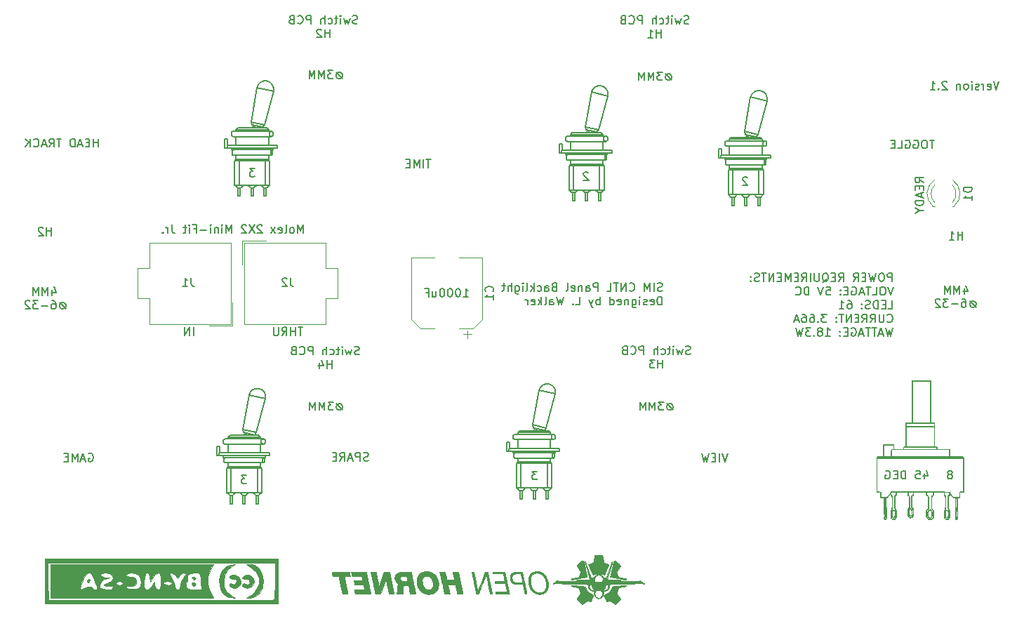
<source format=gbr>
%TF.GenerationSoftware,KiCad,Pcbnew,(5.1.12-1-10_14)*%
%TF.CreationDate,2021-11-27T18:06:18+11:00*%
%TF.ProjectId,SIM CNTL Panel PCB V2,53494d20-434e-4544-9c20-50616e656c20,rev?*%
%TF.SameCoordinates,Original*%
%TF.FileFunction,Legend,Bot*%
%TF.FilePolarity,Positive*%
%FSLAX46Y46*%
G04 Gerber Fmt 4.6, Leading zero omitted, Abs format (unit mm)*
G04 Created by KiCad (PCBNEW (5.1.12-1-10_14)) date 2021-11-27 18:06:18*
%MOMM*%
%LPD*%
G01*
G04 APERTURE LIST*
%ADD10C,0.150000*%
%ADD11C,0.120000*%
%ADD12C,0.010000*%
%ADD13C,0.200000*%
G04 APERTURE END LIST*
D10*
X202394047Y-108635714D02*
X202394047Y-109302380D01*
X202632142Y-108254761D02*
X202870238Y-108969047D01*
X202251190Y-108969047D01*
X201394047Y-108302380D02*
X201870238Y-108302380D01*
X201917857Y-108778571D01*
X201870238Y-108730952D01*
X201775000Y-108683333D01*
X201536904Y-108683333D01*
X201441666Y-108730952D01*
X201394047Y-108778571D01*
X201346428Y-108873809D01*
X201346428Y-109111904D01*
X201394047Y-109207142D01*
X201441666Y-109254761D01*
X201536904Y-109302380D01*
X201775000Y-109302380D01*
X201870238Y-109254761D01*
X201917857Y-109207142D01*
X200155952Y-109302380D02*
X200155952Y-108302380D01*
X199917857Y-108302380D01*
X199775000Y-108350000D01*
X199679761Y-108445238D01*
X199632142Y-108540476D01*
X199584523Y-108730952D01*
X199584523Y-108873809D01*
X199632142Y-109064285D01*
X199679761Y-109159523D01*
X199775000Y-109254761D01*
X199917857Y-109302380D01*
X200155952Y-109302380D01*
X199155952Y-108778571D02*
X198822619Y-108778571D01*
X198679761Y-109302380D02*
X199155952Y-109302380D01*
X199155952Y-108302380D01*
X198679761Y-108302380D01*
X197727380Y-108350000D02*
X197822619Y-108302380D01*
X197965476Y-108302380D01*
X198108333Y-108350000D01*
X198203571Y-108445238D01*
X198251190Y-108540476D01*
X198298809Y-108730952D01*
X198298809Y-108873809D01*
X198251190Y-109064285D01*
X198203571Y-109159523D01*
X198108333Y-109254761D01*
X197965476Y-109302380D01*
X197870238Y-109302380D01*
X197727380Y-109254761D01*
X197679761Y-109207142D01*
X197679761Y-108873809D01*
X197870238Y-108873809D01*
X205595238Y-108730952D02*
X205690476Y-108683333D01*
X205738095Y-108635714D01*
X205785714Y-108540476D01*
X205785714Y-108492857D01*
X205738095Y-108397619D01*
X205690476Y-108350000D01*
X205595238Y-108302380D01*
X205404761Y-108302380D01*
X205309523Y-108350000D01*
X205261904Y-108397619D01*
X205214285Y-108492857D01*
X205214285Y-108540476D01*
X205261904Y-108635714D01*
X205309523Y-108683333D01*
X205404761Y-108730952D01*
X205595238Y-108730952D01*
X205690476Y-108778571D01*
X205738095Y-108826190D01*
X205785714Y-108921428D01*
X205785714Y-109111904D01*
X205738095Y-109207142D01*
X205690476Y-109254761D01*
X205595238Y-109302380D01*
X205404761Y-109302380D01*
X205309523Y-109254761D01*
X205261904Y-109207142D01*
X205214285Y-109111904D01*
X205214285Y-108921428D01*
X205261904Y-108826190D01*
X205309523Y-108778571D01*
X205404761Y-108730952D01*
X131965485Y-100249076D02*
X131775009Y-100249076D01*
X131584533Y-100344314D01*
X131489295Y-100534790D01*
X131489295Y-100725266D01*
X131584533Y-100915742D01*
X131775009Y-101010980D01*
X131965485Y-101010980D01*
X132155961Y-100915742D01*
X132251200Y-100725266D01*
X132251200Y-100534790D01*
X132155961Y-100344314D01*
X131965485Y-100249076D01*
X131489295Y-100249076D02*
X132251200Y-101010980D01*
X131108342Y-100010980D02*
X130489295Y-100010980D01*
X130822628Y-100391933D01*
X130679771Y-100391933D01*
X130584533Y-100439552D01*
X130536914Y-100487171D01*
X130489295Y-100582409D01*
X130489295Y-100820504D01*
X130536914Y-100915742D01*
X130584533Y-100963361D01*
X130679771Y-101010980D01*
X130965485Y-101010980D01*
X131060723Y-100963361D01*
X131108342Y-100915742D01*
X130060723Y-101010980D02*
X130060723Y-100010980D01*
X129727390Y-100725266D01*
X129394057Y-100010980D01*
X129394057Y-101010980D01*
X128917866Y-101010980D02*
X128917866Y-100010980D01*
X128584533Y-100725266D01*
X128251200Y-100010980D01*
X128251200Y-101010980D01*
X171818085Y-100249076D02*
X171627609Y-100249076D01*
X171437133Y-100344314D01*
X171341895Y-100534790D01*
X171341895Y-100725266D01*
X171437133Y-100915742D01*
X171627609Y-101010980D01*
X171818085Y-101010980D01*
X172008561Y-100915742D01*
X172103800Y-100725266D01*
X172103800Y-100534790D01*
X172008561Y-100344314D01*
X171818085Y-100249076D01*
X171341895Y-100249076D02*
X172103800Y-101010980D01*
X170960942Y-100010980D02*
X170341895Y-100010980D01*
X170675228Y-100391933D01*
X170532371Y-100391933D01*
X170437133Y-100439552D01*
X170389514Y-100487171D01*
X170341895Y-100582409D01*
X170341895Y-100820504D01*
X170389514Y-100915742D01*
X170437133Y-100963361D01*
X170532371Y-101010980D01*
X170818085Y-101010980D01*
X170913323Y-100963361D01*
X170960942Y-100915742D01*
X169913323Y-101010980D02*
X169913323Y-100010980D01*
X169579990Y-100725266D01*
X169246657Y-100010980D01*
X169246657Y-101010980D01*
X168770466Y-101010980D02*
X168770466Y-100010980D01*
X168437133Y-100725266D01*
X168103800Y-100010980D01*
X168103800Y-101010980D01*
X171665685Y-60447276D02*
X171475209Y-60447276D01*
X171284733Y-60542514D01*
X171189495Y-60732990D01*
X171189495Y-60923466D01*
X171284733Y-61113942D01*
X171475209Y-61209180D01*
X171665685Y-61209180D01*
X171856161Y-61113942D01*
X171951400Y-60923466D01*
X171951400Y-60732990D01*
X171856161Y-60542514D01*
X171665685Y-60447276D01*
X171189495Y-60447276D02*
X171951400Y-61209180D01*
X170808542Y-60209180D02*
X170189495Y-60209180D01*
X170522828Y-60590133D01*
X170379971Y-60590133D01*
X170284733Y-60637752D01*
X170237114Y-60685371D01*
X170189495Y-60780609D01*
X170189495Y-61018704D01*
X170237114Y-61113942D01*
X170284733Y-61161561D01*
X170379971Y-61209180D01*
X170665685Y-61209180D01*
X170760923Y-61161561D01*
X170808542Y-61113942D01*
X169760923Y-61209180D02*
X169760923Y-60209180D01*
X169427590Y-60923466D01*
X169094257Y-60209180D01*
X169094257Y-61209180D01*
X168618066Y-61209180D02*
X168618066Y-60209180D01*
X168284733Y-60923466D01*
X167951400Y-60209180D01*
X167951400Y-61209180D01*
X131914685Y-60269476D02*
X131724209Y-60269476D01*
X131533733Y-60364714D01*
X131438495Y-60555190D01*
X131438495Y-60745666D01*
X131533733Y-60936142D01*
X131724209Y-61031380D01*
X131914685Y-61031380D01*
X132105161Y-60936142D01*
X132200400Y-60745666D01*
X132200400Y-60555190D01*
X132105161Y-60364714D01*
X131914685Y-60269476D01*
X131438495Y-60269476D02*
X132200400Y-61031380D01*
X131057542Y-60031380D02*
X130438495Y-60031380D01*
X130771828Y-60412333D01*
X130628971Y-60412333D01*
X130533733Y-60459952D01*
X130486114Y-60507571D01*
X130438495Y-60602809D01*
X130438495Y-60840904D01*
X130486114Y-60936142D01*
X130533733Y-60983761D01*
X130628971Y-61031380D01*
X130914685Y-61031380D01*
X131009923Y-60983761D01*
X131057542Y-60936142D01*
X130009923Y-61031380D02*
X130009923Y-60031380D01*
X129676590Y-60745666D01*
X129343257Y-60031380D01*
X129343257Y-61031380D01*
X128867066Y-61031380D02*
X128867066Y-60031380D01*
X128533733Y-60745666D01*
X128200400Y-60031380D01*
X128200400Y-61031380D01*
X134244838Y-94270961D02*
X134101980Y-94318580D01*
X133863885Y-94318580D01*
X133768647Y-94270961D01*
X133721028Y-94223342D01*
X133673409Y-94128104D01*
X133673409Y-94032866D01*
X133721028Y-93937628D01*
X133768647Y-93890009D01*
X133863885Y-93842390D01*
X134054361Y-93794771D01*
X134149600Y-93747152D01*
X134197219Y-93699533D01*
X134244838Y-93604295D01*
X134244838Y-93509057D01*
X134197219Y-93413819D01*
X134149600Y-93366200D01*
X134054361Y-93318580D01*
X133816266Y-93318580D01*
X133673409Y-93366200D01*
X133340076Y-93651914D02*
X133149600Y-94318580D01*
X132959123Y-93842390D01*
X132768647Y-94318580D01*
X132578171Y-93651914D01*
X132197219Y-94318580D02*
X132197219Y-93651914D01*
X132197219Y-93318580D02*
X132244838Y-93366200D01*
X132197219Y-93413819D01*
X132149600Y-93366200D01*
X132197219Y-93318580D01*
X132197219Y-93413819D01*
X131863885Y-93651914D02*
X131482933Y-93651914D01*
X131721028Y-93318580D02*
X131721028Y-94175723D01*
X131673409Y-94270961D01*
X131578171Y-94318580D01*
X131482933Y-94318580D01*
X130721028Y-94270961D02*
X130816266Y-94318580D01*
X131006742Y-94318580D01*
X131101980Y-94270961D01*
X131149600Y-94223342D01*
X131197219Y-94128104D01*
X131197219Y-93842390D01*
X131149600Y-93747152D01*
X131101980Y-93699533D01*
X131006742Y-93651914D01*
X130816266Y-93651914D01*
X130721028Y-93699533D01*
X130292457Y-94318580D02*
X130292457Y-93318580D01*
X129863885Y-94318580D02*
X129863885Y-93794771D01*
X129911504Y-93699533D01*
X130006742Y-93651914D01*
X130149600Y-93651914D01*
X130244838Y-93699533D01*
X130292457Y-93747152D01*
X128625790Y-94318580D02*
X128625790Y-93318580D01*
X128244838Y-93318580D01*
X128149600Y-93366200D01*
X128101980Y-93413819D01*
X128054361Y-93509057D01*
X128054361Y-93651914D01*
X128101980Y-93747152D01*
X128149600Y-93794771D01*
X128244838Y-93842390D01*
X128625790Y-93842390D01*
X127054361Y-94223342D02*
X127101980Y-94270961D01*
X127244838Y-94318580D01*
X127340076Y-94318580D01*
X127482933Y-94270961D01*
X127578171Y-94175723D01*
X127625790Y-94080485D01*
X127673409Y-93890009D01*
X127673409Y-93747152D01*
X127625790Y-93556676D01*
X127578171Y-93461438D01*
X127482933Y-93366200D01*
X127340076Y-93318580D01*
X127244838Y-93318580D01*
X127101980Y-93366200D01*
X127054361Y-93413819D01*
X126292457Y-93794771D02*
X126149600Y-93842390D01*
X126101980Y-93890009D01*
X126054361Y-93985247D01*
X126054361Y-94128104D01*
X126101980Y-94223342D01*
X126149600Y-94270961D01*
X126244838Y-94318580D01*
X126625790Y-94318580D01*
X126625790Y-93318580D01*
X126292457Y-93318580D01*
X126197219Y-93366200D01*
X126149600Y-93413819D01*
X126101980Y-93509057D01*
X126101980Y-93604295D01*
X126149600Y-93699533D01*
X126197219Y-93747152D01*
X126292457Y-93794771D01*
X126625790Y-93794771D01*
X130911504Y-95968580D02*
X130911504Y-94968580D01*
X130911504Y-95444771D02*
X130340076Y-95444771D01*
X130340076Y-95968580D02*
X130340076Y-94968580D01*
X129435314Y-95301914D02*
X129435314Y-95968580D01*
X129673409Y-94920961D02*
X129911504Y-95635247D01*
X129292457Y-95635247D01*
X174173638Y-94220161D02*
X174030780Y-94267780D01*
X173792685Y-94267780D01*
X173697447Y-94220161D01*
X173649828Y-94172542D01*
X173602209Y-94077304D01*
X173602209Y-93982066D01*
X173649828Y-93886828D01*
X173697447Y-93839209D01*
X173792685Y-93791590D01*
X173983161Y-93743971D01*
X174078400Y-93696352D01*
X174126019Y-93648733D01*
X174173638Y-93553495D01*
X174173638Y-93458257D01*
X174126019Y-93363019D01*
X174078400Y-93315400D01*
X173983161Y-93267780D01*
X173745066Y-93267780D01*
X173602209Y-93315400D01*
X173268876Y-93601114D02*
X173078400Y-94267780D01*
X172887923Y-93791590D01*
X172697447Y-94267780D01*
X172506971Y-93601114D01*
X172126019Y-94267780D02*
X172126019Y-93601114D01*
X172126019Y-93267780D02*
X172173638Y-93315400D01*
X172126019Y-93363019D01*
X172078400Y-93315400D01*
X172126019Y-93267780D01*
X172126019Y-93363019D01*
X171792685Y-93601114D02*
X171411733Y-93601114D01*
X171649828Y-93267780D02*
X171649828Y-94124923D01*
X171602209Y-94220161D01*
X171506971Y-94267780D01*
X171411733Y-94267780D01*
X170649828Y-94220161D02*
X170745066Y-94267780D01*
X170935542Y-94267780D01*
X171030780Y-94220161D01*
X171078400Y-94172542D01*
X171126019Y-94077304D01*
X171126019Y-93791590D01*
X171078400Y-93696352D01*
X171030780Y-93648733D01*
X170935542Y-93601114D01*
X170745066Y-93601114D01*
X170649828Y-93648733D01*
X170221257Y-94267780D02*
X170221257Y-93267780D01*
X169792685Y-94267780D02*
X169792685Y-93743971D01*
X169840304Y-93648733D01*
X169935542Y-93601114D01*
X170078400Y-93601114D01*
X170173638Y-93648733D01*
X170221257Y-93696352D01*
X168554590Y-94267780D02*
X168554590Y-93267780D01*
X168173638Y-93267780D01*
X168078400Y-93315400D01*
X168030780Y-93363019D01*
X167983161Y-93458257D01*
X167983161Y-93601114D01*
X168030780Y-93696352D01*
X168078400Y-93743971D01*
X168173638Y-93791590D01*
X168554590Y-93791590D01*
X166983161Y-94172542D02*
X167030780Y-94220161D01*
X167173638Y-94267780D01*
X167268876Y-94267780D01*
X167411733Y-94220161D01*
X167506971Y-94124923D01*
X167554590Y-94029685D01*
X167602209Y-93839209D01*
X167602209Y-93696352D01*
X167554590Y-93505876D01*
X167506971Y-93410638D01*
X167411733Y-93315400D01*
X167268876Y-93267780D01*
X167173638Y-93267780D01*
X167030780Y-93315400D01*
X166983161Y-93363019D01*
X166221257Y-93743971D02*
X166078400Y-93791590D01*
X166030780Y-93839209D01*
X165983161Y-93934447D01*
X165983161Y-94077304D01*
X166030780Y-94172542D01*
X166078400Y-94220161D01*
X166173638Y-94267780D01*
X166554590Y-94267780D01*
X166554590Y-93267780D01*
X166221257Y-93267780D01*
X166126019Y-93315400D01*
X166078400Y-93363019D01*
X166030780Y-93458257D01*
X166030780Y-93553495D01*
X166078400Y-93648733D01*
X166126019Y-93696352D01*
X166221257Y-93743971D01*
X166554590Y-93743971D01*
X170840304Y-95917780D02*
X170840304Y-94917780D01*
X170840304Y-95393971D02*
X170268876Y-95393971D01*
X170268876Y-95917780D02*
X170268876Y-94917780D01*
X169887923Y-94917780D02*
X169268876Y-94917780D01*
X169602209Y-95298733D01*
X169459352Y-95298733D01*
X169364114Y-95346352D01*
X169316495Y-95393971D01*
X169268876Y-95489209D01*
X169268876Y-95727304D01*
X169316495Y-95822542D01*
X169364114Y-95870161D01*
X169459352Y-95917780D01*
X169745066Y-95917780D01*
X169840304Y-95870161D01*
X169887923Y-95822542D01*
X134016238Y-54342161D02*
X133873380Y-54389780D01*
X133635285Y-54389780D01*
X133540047Y-54342161D01*
X133492428Y-54294542D01*
X133444809Y-54199304D01*
X133444809Y-54104066D01*
X133492428Y-54008828D01*
X133540047Y-53961209D01*
X133635285Y-53913590D01*
X133825761Y-53865971D01*
X133921000Y-53818352D01*
X133968619Y-53770733D01*
X134016238Y-53675495D01*
X134016238Y-53580257D01*
X133968619Y-53485019D01*
X133921000Y-53437400D01*
X133825761Y-53389780D01*
X133587666Y-53389780D01*
X133444809Y-53437400D01*
X133111476Y-53723114D02*
X132921000Y-54389780D01*
X132730523Y-53913590D01*
X132540047Y-54389780D01*
X132349571Y-53723114D01*
X131968619Y-54389780D02*
X131968619Y-53723114D01*
X131968619Y-53389780D02*
X132016238Y-53437400D01*
X131968619Y-53485019D01*
X131921000Y-53437400D01*
X131968619Y-53389780D01*
X131968619Y-53485019D01*
X131635285Y-53723114D02*
X131254333Y-53723114D01*
X131492428Y-53389780D02*
X131492428Y-54246923D01*
X131444809Y-54342161D01*
X131349571Y-54389780D01*
X131254333Y-54389780D01*
X130492428Y-54342161D02*
X130587666Y-54389780D01*
X130778142Y-54389780D01*
X130873380Y-54342161D01*
X130921000Y-54294542D01*
X130968619Y-54199304D01*
X130968619Y-53913590D01*
X130921000Y-53818352D01*
X130873380Y-53770733D01*
X130778142Y-53723114D01*
X130587666Y-53723114D01*
X130492428Y-53770733D01*
X130063857Y-54389780D02*
X130063857Y-53389780D01*
X129635285Y-54389780D02*
X129635285Y-53865971D01*
X129682904Y-53770733D01*
X129778142Y-53723114D01*
X129921000Y-53723114D01*
X130016238Y-53770733D01*
X130063857Y-53818352D01*
X128397190Y-54389780D02*
X128397190Y-53389780D01*
X128016238Y-53389780D01*
X127921000Y-53437400D01*
X127873380Y-53485019D01*
X127825761Y-53580257D01*
X127825761Y-53723114D01*
X127873380Y-53818352D01*
X127921000Y-53865971D01*
X128016238Y-53913590D01*
X128397190Y-53913590D01*
X126825761Y-54294542D02*
X126873380Y-54342161D01*
X127016238Y-54389780D01*
X127111476Y-54389780D01*
X127254333Y-54342161D01*
X127349571Y-54246923D01*
X127397190Y-54151685D01*
X127444809Y-53961209D01*
X127444809Y-53818352D01*
X127397190Y-53627876D01*
X127349571Y-53532638D01*
X127254333Y-53437400D01*
X127111476Y-53389780D01*
X127016238Y-53389780D01*
X126873380Y-53437400D01*
X126825761Y-53485019D01*
X126063857Y-53865971D02*
X125921000Y-53913590D01*
X125873380Y-53961209D01*
X125825761Y-54056447D01*
X125825761Y-54199304D01*
X125873380Y-54294542D01*
X125921000Y-54342161D01*
X126016238Y-54389780D01*
X126397190Y-54389780D01*
X126397190Y-53389780D01*
X126063857Y-53389780D01*
X125968619Y-53437400D01*
X125921000Y-53485019D01*
X125873380Y-53580257D01*
X125873380Y-53675495D01*
X125921000Y-53770733D01*
X125968619Y-53818352D01*
X126063857Y-53865971D01*
X126397190Y-53865971D01*
X130682904Y-56039780D02*
X130682904Y-55039780D01*
X130682904Y-55515971D02*
X130111476Y-55515971D01*
X130111476Y-56039780D02*
X130111476Y-55039780D01*
X129682904Y-55135019D02*
X129635285Y-55087400D01*
X129540047Y-55039780D01*
X129301952Y-55039780D01*
X129206714Y-55087400D01*
X129159095Y-55135019D01*
X129111476Y-55230257D01*
X129111476Y-55325495D01*
X129159095Y-55468352D01*
X129730523Y-56039780D01*
X129111476Y-56039780D01*
X173995838Y-54367561D02*
X173852980Y-54415180D01*
X173614885Y-54415180D01*
X173519647Y-54367561D01*
X173472028Y-54319942D01*
X173424409Y-54224704D01*
X173424409Y-54129466D01*
X173472028Y-54034228D01*
X173519647Y-53986609D01*
X173614885Y-53938990D01*
X173805361Y-53891371D01*
X173900600Y-53843752D01*
X173948219Y-53796133D01*
X173995838Y-53700895D01*
X173995838Y-53605657D01*
X173948219Y-53510419D01*
X173900600Y-53462800D01*
X173805361Y-53415180D01*
X173567266Y-53415180D01*
X173424409Y-53462800D01*
X173091076Y-53748514D02*
X172900600Y-54415180D01*
X172710123Y-53938990D01*
X172519647Y-54415180D01*
X172329171Y-53748514D01*
X171948219Y-54415180D02*
X171948219Y-53748514D01*
X171948219Y-53415180D02*
X171995838Y-53462800D01*
X171948219Y-53510419D01*
X171900600Y-53462800D01*
X171948219Y-53415180D01*
X171948219Y-53510419D01*
X171614885Y-53748514D02*
X171233933Y-53748514D01*
X171472028Y-53415180D02*
X171472028Y-54272323D01*
X171424409Y-54367561D01*
X171329171Y-54415180D01*
X171233933Y-54415180D01*
X170472028Y-54367561D02*
X170567266Y-54415180D01*
X170757742Y-54415180D01*
X170852980Y-54367561D01*
X170900600Y-54319942D01*
X170948219Y-54224704D01*
X170948219Y-53938990D01*
X170900600Y-53843752D01*
X170852980Y-53796133D01*
X170757742Y-53748514D01*
X170567266Y-53748514D01*
X170472028Y-53796133D01*
X170043457Y-54415180D02*
X170043457Y-53415180D01*
X169614885Y-54415180D02*
X169614885Y-53891371D01*
X169662504Y-53796133D01*
X169757742Y-53748514D01*
X169900600Y-53748514D01*
X169995838Y-53796133D01*
X170043457Y-53843752D01*
X168376790Y-54415180D02*
X168376790Y-53415180D01*
X167995838Y-53415180D01*
X167900600Y-53462800D01*
X167852980Y-53510419D01*
X167805361Y-53605657D01*
X167805361Y-53748514D01*
X167852980Y-53843752D01*
X167900600Y-53891371D01*
X167995838Y-53938990D01*
X168376790Y-53938990D01*
X166805361Y-54319942D02*
X166852980Y-54367561D01*
X166995838Y-54415180D01*
X167091076Y-54415180D01*
X167233933Y-54367561D01*
X167329171Y-54272323D01*
X167376790Y-54177085D01*
X167424409Y-53986609D01*
X167424409Y-53843752D01*
X167376790Y-53653276D01*
X167329171Y-53558038D01*
X167233933Y-53462800D01*
X167091076Y-53415180D01*
X166995838Y-53415180D01*
X166852980Y-53462800D01*
X166805361Y-53510419D01*
X166043457Y-53891371D02*
X165900600Y-53938990D01*
X165852980Y-53986609D01*
X165805361Y-54081847D01*
X165805361Y-54224704D01*
X165852980Y-54319942D01*
X165900600Y-54367561D01*
X165995838Y-54415180D01*
X166376790Y-54415180D01*
X166376790Y-53415180D01*
X166043457Y-53415180D01*
X165948219Y-53462800D01*
X165900600Y-53510419D01*
X165852980Y-53605657D01*
X165852980Y-53700895D01*
X165900600Y-53796133D01*
X165948219Y-53843752D01*
X166043457Y-53891371D01*
X166376790Y-53891371D01*
X170662504Y-56065180D02*
X170662504Y-55065180D01*
X170662504Y-55541371D02*
X170091076Y-55541371D01*
X170091076Y-56065180D02*
X170091076Y-55065180D01*
X169091076Y-56065180D02*
X169662504Y-56065180D01*
X169376790Y-56065180D02*
X169376790Y-55065180D01*
X169472028Y-55208038D01*
X169567266Y-55303276D01*
X169662504Y-55350895D01*
X181057514Y-72979019D02*
X181009895Y-72931400D01*
X180914657Y-72883780D01*
X180676561Y-72883780D01*
X180581323Y-72931400D01*
X180533704Y-72979019D01*
X180486085Y-73074257D01*
X180486085Y-73169495D01*
X180533704Y-73312352D01*
X181105133Y-73883780D01*
X180486085Y-73883780D01*
X127452380Y-79652380D02*
X127452380Y-78652380D01*
X127119047Y-79366666D01*
X126785714Y-78652380D01*
X126785714Y-79652380D01*
X126166666Y-79652380D02*
X126261904Y-79604761D01*
X126309523Y-79557142D01*
X126357142Y-79461904D01*
X126357142Y-79176190D01*
X126309523Y-79080952D01*
X126261904Y-79033333D01*
X126166666Y-78985714D01*
X126023809Y-78985714D01*
X125928571Y-79033333D01*
X125880952Y-79080952D01*
X125833333Y-79176190D01*
X125833333Y-79461904D01*
X125880952Y-79557142D01*
X125928571Y-79604761D01*
X126023809Y-79652380D01*
X126166666Y-79652380D01*
X125261904Y-79652380D02*
X125357142Y-79604761D01*
X125404761Y-79509523D01*
X125404761Y-78652380D01*
X124500000Y-79604761D02*
X124595238Y-79652380D01*
X124785714Y-79652380D01*
X124880952Y-79604761D01*
X124928571Y-79509523D01*
X124928571Y-79128571D01*
X124880952Y-79033333D01*
X124785714Y-78985714D01*
X124595238Y-78985714D01*
X124500000Y-79033333D01*
X124452380Y-79128571D01*
X124452380Y-79223809D01*
X124928571Y-79319047D01*
X124119047Y-79652380D02*
X123595238Y-78985714D01*
X124119047Y-78985714D02*
X123595238Y-79652380D01*
X122500000Y-78747619D02*
X122452380Y-78700000D01*
X122357142Y-78652380D01*
X122119047Y-78652380D01*
X122023809Y-78700000D01*
X121976190Y-78747619D01*
X121928571Y-78842857D01*
X121928571Y-78938095D01*
X121976190Y-79080952D01*
X122547619Y-79652380D01*
X121928571Y-79652380D01*
X121595238Y-78652380D02*
X120928571Y-79652380D01*
X120928571Y-78652380D02*
X121595238Y-79652380D01*
X120595238Y-78747619D02*
X120547619Y-78700000D01*
X120452380Y-78652380D01*
X120214285Y-78652380D01*
X120119047Y-78700000D01*
X120071428Y-78747619D01*
X120023809Y-78842857D01*
X120023809Y-78938095D01*
X120071428Y-79080952D01*
X120642857Y-79652380D01*
X120023809Y-79652380D01*
X118833333Y-79652380D02*
X118833333Y-78652380D01*
X118500000Y-79366666D01*
X118166666Y-78652380D01*
X118166666Y-79652380D01*
X117690476Y-79652380D02*
X117690476Y-78985714D01*
X117690476Y-78652380D02*
X117738095Y-78700000D01*
X117690476Y-78747619D01*
X117642857Y-78700000D01*
X117690476Y-78652380D01*
X117690476Y-78747619D01*
X117214285Y-78985714D02*
X117214285Y-79652380D01*
X117214285Y-79080952D02*
X117166666Y-79033333D01*
X117071428Y-78985714D01*
X116928571Y-78985714D01*
X116833333Y-79033333D01*
X116785714Y-79128571D01*
X116785714Y-79652380D01*
X116309523Y-79652380D02*
X116309523Y-78985714D01*
X116309523Y-78652380D02*
X116357142Y-78700000D01*
X116309523Y-78747619D01*
X116261904Y-78700000D01*
X116309523Y-78652380D01*
X116309523Y-78747619D01*
X115833333Y-79271428D02*
X115071428Y-79271428D01*
X114261904Y-79128571D02*
X114595238Y-79128571D01*
X114595238Y-79652380D02*
X114595238Y-78652380D01*
X114119047Y-78652380D01*
X113738095Y-79652380D02*
X113738095Y-78985714D01*
X113738095Y-78652380D02*
X113785714Y-78700000D01*
X113738095Y-78747619D01*
X113690476Y-78700000D01*
X113738095Y-78652380D01*
X113738095Y-78747619D01*
X113404761Y-78985714D02*
X113023809Y-78985714D01*
X113261904Y-78652380D02*
X113261904Y-79509523D01*
X113214285Y-79604761D01*
X113119047Y-79652380D01*
X113023809Y-79652380D01*
X111642857Y-78652380D02*
X111642857Y-79366666D01*
X111690476Y-79509523D01*
X111785714Y-79604761D01*
X111928571Y-79652380D01*
X112023809Y-79652380D01*
X111166666Y-79652380D02*
X111166666Y-78985714D01*
X111166666Y-79176190D02*
X111119047Y-79080952D01*
X111071428Y-79033333D01*
X110976190Y-78985714D01*
X110880952Y-78985714D01*
X110547619Y-79557142D02*
X110500000Y-79604761D01*
X110547619Y-79652380D01*
X110595238Y-79604761D01*
X110547619Y-79557142D01*
X110547619Y-79652380D01*
X155705133Y-108392980D02*
X155086085Y-108392980D01*
X155419419Y-108773933D01*
X155276561Y-108773933D01*
X155181323Y-108821552D01*
X155133704Y-108869171D01*
X155086085Y-108964409D01*
X155086085Y-109202504D01*
X155133704Y-109297742D01*
X155181323Y-109345361D01*
X155276561Y-109392980D01*
X155562276Y-109392980D01*
X155657514Y-109345361D01*
X155705133Y-109297742D01*
X120653133Y-108850180D02*
X120034085Y-108850180D01*
X120367419Y-109231133D01*
X120224561Y-109231133D01*
X120129323Y-109278752D01*
X120081704Y-109326371D01*
X120034085Y-109421609D01*
X120034085Y-109659704D01*
X120081704Y-109754942D01*
X120129323Y-109802561D01*
X120224561Y-109850180D01*
X120510276Y-109850180D01*
X120605514Y-109802561D01*
X120653133Y-109754942D01*
X161855114Y-72369419D02*
X161807495Y-72321800D01*
X161712257Y-72274180D01*
X161474161Y-72274180D01*
X161378923Y-72321800D01*
X161331304Y-72369419D01*
X161283685Y-72464657D01*
X161283685Y-72559895D01*
X161331304Y-72702752D01*
X161902733Y-73274180D01*
X161283685Y-73274180D01*
X121643733Y-71842380D02*
X121024685Y-71842380D01*
X121358019Y-72223333D01*
X121215161Y-72223333D01*
X121119923Y-72270952D01*
X121072304Y-72318571D01*
X121024685Y-72413809D01*
X121024685Y-72651904D01*
X121072304Y-72747142D01*
X121119923Y-72794761D01*
X121215161Y-72842380D01*
X121500876Y-72842380D01*
X121596114Y-72794761D01*
X121643733Y-72747142D01*
X146803809Y-87320380D02*
X147375238Y-87320380D01*
X147089523Y-87320380D02*
X147089523Y-86320380D01*
X147184761Y-86463238D01*
X147280000Y-86558476D01*
X147375238Y-86606095D01*
X146184761Y-86320380D02*
X146089523Y-86320380D01*
X145994285Y-86368000D01*
X145946666Y-86415619D01*
X145899047Y-86510857D01*
X145851428Y-86701333D01*
X145851428Y-86939428D01*
X145899047Y-87129904D01*
X145946666Y-87225142D01*
X145994285Y-87272761D01*
X146089523Y-87320380D01*
X146184761Y-87320380D01*
X146280000Y-87272761D01*
X146327619Y-87225142D01*
X146375238Y-87129904D01*
X146422857Y-86939428D01*
X146422857Y-86701333D01*
X146375238Y-86510857D01*
X146327619Y-86415619D01*
X146280000Y-86368000D01*
X146184761Y-86320380D01*
X145232380Y-86320380D02*
X145137142Y-86320380D01*
X145041904Y-86368000D01*
X144994285Y-86415619D01*
X144946666Y-86510857D01*
X144899047Y-86701333D01*
X144899047Y-86939428D01*
X144946666Y-87129904D01*
X144994285Y-87225142D01*
X145041904Y-87272761D01*
X145137142Y-87320380D01*
X145232380Y-87320380D01*
X145327619Y-87272761D01*
X145375238Y-87225142D01*
X145422857Y-87129904D01*
X145470476Y-86939428D01*
X145470476Y-86701333D01*
X145422857Y-86510857D01*
X145375238Y-86415619D01*
X145327619Y-86368000D01*
X145232380Y-86320380D01*
X144280000Y-86320380D02*
X144184761Y-86320380D01*
X144089523Y-86368000D01*
X144041904Y-86415619D01*
X143994285Y-86510857D01*
X143946666Y-86701333D01*
X143946666Y-86939428D01*
X143994285Y-87129904D01*
X144041904Y-87225142D01*
X144089523Y-87272761D01*
X144184761Y-87320380D01*
X144280000Y-87320380D01*
X144375238Y-87272761D01*
X144422857Y-87225142D01*
X144470476Y-87129904D01*
X144518095Y-86939428D01*
X144518095Y-86701333D01*
X144470476Y-86510857D01*
X144422857Y-86415619D01*
X144375238Y-86368000D01*
X144280000Y-86320380D01*
X143089523Y-86653714D02*
X143089523Y-87320380D01*
X143518095Y-86653714D02*
X143518095Y-87177523D01*
X143470476Y-87272761D01*
X143375238Y-87320380D01*
X143232380Y-87320380D01*
X143137142Y-87272761D01*
X143089523Y-87225142D01*
X142280000Y-86796571D02*
X142613333Y-86796571D01*
X142613333Y-87320380D02*
X142613333Y-86320380D01*
X142137142Y-86320380D01*
X202327380Y-73550000D02*
X201851190Y-73216666D01*
X202327380Y-72978571D02*
X201327380Y-72978571D01*
X201327380Y-73359523D01*
X201375000Y-73454761D01*
X201422619Y-73502380D01*
X201517857Y-73550000D01*
X201660714Y-73550000D01*
X201755952Y-73502380D01*
X201803571Y-73454761D01*
X201851190Y-73359523D01*
X201851190Y-72978571D01*
X201803571Y-73978571D02*
X201803571Y-74311904D01*
X202327380Y-74454761D02*
X202327380Y-73978571D01*
X201327380Y-73978571D01*
X201327380Y-74454761D01*
X202041666Y-74835714D02*
X202041666Y-75311904D01*
X202327380Y-74740476D02*
X201327380Y-75073809D01*
X202327380Y-75407142D01*
X202327380Y-75740476D02*
X201327380Y-75740476D01*
X201327380Y-75978571D01*
X201375000Y-76121428D01*
X201470238Y-76216666D01*
X201565476Y-76264285D01*
X201755952Y-76311904D01*
X201898809Y-76311904D01*
X202089285Y-76264285D01*
X202184523Y-76216666D01*
X202279761Y-76121428D01*
X202327380Y-75978571D01*
X202327380Y-75740476D01*
X201851190Y-76930952D02*
X202327380Y-76930952D01*
X201327380Y-76597619D02*
X201851190Y-76930952D01*
X201327380Y-77264285D01*
X127433333Y-91002380D02*
X126861904Y-91002380D01*
X127147619Y-92002380D02*
X127147619Y-91002380D01*
X126528571Y-92002380D02*
X126528571Y-91002380D01*
X126528571Y-91478571D02*
X125957142Y-91478571D01*
X125957142Y-92002380D02*
X125957142Y-91002380D01*
X124909523Y-92002380D02*
X125242857Y-91526190D01*
X125480952Y-92002380D02*
X125480952Y-91002380D01*
X125100000Y-91002380D01*
X125004761Y-91050000D01*
X124957142Y-91097619D01*
X124909523Y-91192857D01*
X124909523Y-91335714D01*
X124957142Y-91430952D01*
X125004761Y-91478571D01*
X125100000Y-91526190D01*
X125480952Y-91526190D01*
X124480952Y-91002380D02*
X124480952Y-91811904D01*
X124433333Y-91907142D01*
X124385714Y-91954761D01*
X124290476Y-92002380D01*
X124100000Y-92002380D01*
X124004761Y-91954761D01*
X123957142Y-91907142D01*
X123909523Y-91811904D01*
X123909523Y-91002380D01*
X114248809Y-92002380D02*
X114248809Y-91002380D01*
X113772619Y-92002380D02*
X113772619Y-91002380D01*
X113201190Y-92002380D01*
X113201190Y-91002380D01*
X211415476Y-61327380D02*
X211082142Y-62327380D01*
X210748809Y-61327380D01*
X210034523Y-62279761D02*
X210129761Y-62327380D01*
X210320238Y-62327380D01*
X210415476Y-62279761D01*
X210463095Y-62184523D01*
X210463095Y-61803571D01*
X210415476Y-61708333D01*
X210320238Y-61660714D01*
X210129761Y-61660714D01*
X210034523Y-61708333D01*
X209986904Y-61803571D01*
X209986904Y-61898809D01*
X210463095Y-61994047D01*
X209558333Y-62327380D02*
X209558333Y-61660714D01*
X209558333Y-61851190D02*
X209510714Y-61755952D01*
X209463095Y-61708333D01*
X209367857Y-61660714D01*
X209272619Y-61660714D01*
X208986904Y-62279761D02*
X208891666Y-62327380D01*
X208701190Y-62327380D01*
X208605952Y-62279761D01*
X208558333Y-62184523D01*
X208558333Y-62136904D01*
X208605952Y-62041666D01*
X208701190Y-61994047D01*
X208844047Y-61994047D01*
X208939285Y-61946428D01*
X208986904Y-61851190D01*
X208986904Y-61803571D01*
X208939285Y-61708333D01*
X208844047Y-61660714D01*
X208701190Y-61660714D01*
X208605952Y-61708333D01*
X208129761Y-62327380D02*
X208129761Y-61660714D01*
X208129761Y-61327380D02*
X208177380Y-61375000D01*
X208129761Y-61422619D01*
X208082142Y-61375000D01*
X208129761Y-61327380D01*
X208129761Y-61422619D01*
X207510714Y-62327380D02*
X207605952Y-62279761D01*
X207653571Y-62232142D01*
X207701190Y-62136904D01*
X207701190Y-61851190D01*
X207653571Y-61755952D01*
X207605952Y-61708333D01*
X207510714Y-61660714D01*
X207367857Y-61660714D01*
X207272619Y-61708333D01*
X207225000Y-61755952D01*
X207177380Y-61851190D01*
X207177380Y-62136904D01*
X207225000Y-62232142D01*
X207272619Y-62279761D01*
X207367857Y-62327380D01*
X207510714Y-62327380D01*
X206748809Y-61660714D02*
X206748809Y-62327380D01*
X206748809Y-61755952D02*
X206701190Y-61708333D01*
X206605952Y-61660714D01*
X206463095Y-61660714D01*
X206367857Y-61708333D01*
X206320238Y-61803571D01*
X206320238Y-62327380D01*
X205129761Y-61422619D02*
X205082142Y-61375000D01*
X204986904Y-61327380D01*
X204748809Y-61327380D01*
X204653571Y-61375000D01*
X204605952Y-61422619D01*
X204558333Y-61517857D01*
X204558333Y-61613095D01*
X204605952Y-61755952D01*
X205177380Y-62327380D01*
X204558333Y-62327380D01*
X204129761Y-62232142D02*
X204082142Y-62279761D01*
X204129761Y-62327380D01*
X204177380Y-62279761D01*
X204129761Y-62232142D01*
X204129761Y-62327380D01*
X203129761Y-62327380D02*
X203701190Y-62327380D01*
X203415476Y-62327380D02*
X203415476Y-61327380D01*
X203510714Y-61470238D01*
X203605952Y-61565476D01*
X203701190Y-61613095D01*
X178695238Y-106252380D02*
X178361904Y-107252380D01*
X178028571Y-106252380D01*
X177695238Y-107252380D02*
X177695238Y-106252380D01*
X177219047Y-106728571D02*
X176885714Y-106728571D01*
X176742857Y-107252380D02*
X177219047Y-107252380D01*
X177219047Y-106252380D01*
X176742857Y-106252380D01*
X176409523Y-106252380D02*
X176171428Y-107252380D01*
X175980952Y-106538095D01*
X175790476Y-107252380D01*
X175552380Y-106252380D01*
X135341666Y-107079761D02*
X135198809Y-107127380D01*
X134960714Y-107127380D01*
X134865476Y-107079761D01*
X134817857Y-107032142D01*
X134770238Y-106936904D01*
X134770238Y-106841666D01*
X134817857Y-106746428D01*
X134865476Y-106698809D01*
X134960714Y-106651190D01*
X135151190Y-106603571D01*
X135246428Y-106555952D01*
X135294047Y-106508333D01*
X135341666Y-106413095D01*
X135341666Y-106317857D01*
X135294047Y-106222619D01*
X135246428Y-106175000D01*
X135151190Y-106127380D01*
X134913095Y-106127380D01*
X134770238Y-106175000D01*
X134341666Y-107127380D02*
X134341666Y-106127380D01*
X133960714Y-106127380D01*
X133865476Y-106175000D01*
X133817857Y-106222619D01*
X133770238Y-106317857D01*
X133770238Y-106460714D01*
X133817857Y-106555952D01*
X133865476Y-106603571D01*
X133960714Y-106651190D01*
X134341666Y-106651190D01*
X133389285Y-106841666D02*
X132913095Y-106841666D01*
X133484523Y-107127380D02*
X133151190Y-106127380D01*
X132817857Y-107127380D01*
X131913095Y-107127380D02*
X132246428Y-106651190D01*
X132484523Y-107127380D02*
X132484523Y-106127380D01*
X132103571Y-106127380D01*
X132008333Y-106175000D01*
X131960714Y-106222619D01*
X131913095Y-106317857D01*
X131913095Y-106460714D01*
X131960714Y-106555952D01*
X132008333Y-106603571D01*
X132103571Y-106651190D01*
X132484523Y-106651190D01*
X131484523Y-106603571D02*
X131151190Y-106603571D01*
X131008333Y-107127380D02*
X131484523Y-107127380D01*
X131484523Y-106127380D01*
X131008333Y-106127380D01*
X101596676Y-106256200D02*
X101691914Y-106208580D01*
X101834771Y-106208580D01*
X101977628Y-106256200D01*
X102072866Y-106351438D01*
X102120485Y-106446676D01*
X102168104Y-106637152D01*
X102168104Y-106780009D01*
X102120485Y-106970485D01*
X102072866Y-107065723D01*
X101977628Y-107160961D01*
X101834771Y-107208580D01*
X101739533Y-107208580D01*
X101596676Y-107160961D01*
X101549057Y-107113342D01*
X101549057Y-106780009D01*
X101739533Y-106780009D01*
X101168104Y-106922866D02*
X100691914Y-106922866D01*
X101263342Y-107208580D02*
X100930009Y-106208580D01*
X100596676Y-107208580D01*
X100263342Y-107208580D02*
X100263342Y-106208580D01*
X99930009Y-106922866D01*
X99596676Y-106208580D01*
X99596676Y-107208580D01*
X99120485Y-106684771D02*
X98787152Y-106684771D01*
X98644295Y-107208580D02*
X99120485Y-107208580D01*
X99120485Y-106208580D01*
X98644295Y-106208580D01*
X203616666Y-68427380D02*
X203045238Y-68427380D01*
X203330952Y-69427380D02*
X203330952Y-68427380D01*
X202521428Y-68427380D02*
X202330952Y-68427380D01*
X202235714Y-68475000D01*
X202140476Y-68570238D01*
X202092857Y-68760714D01*
X202092857Y-69094047D01*
X202140476Y-69284523D01*
X202235714Y-69379761D01*
X202330952Y-69427380D01*
X202521428Y-69427380D01*
X202616666Y-69379761D01*
X202711904Y-69284523D01*
X202759523Y-69094047D01*
X202759523Y-68760714D01*
X202711904Y-68570238D01*
X202616666Y-68475000D01*
X202521428Y-68427380D01*
X201140476Y-68475000D02*
X201235714Y-68427380D01*
X201378571Y-68427380D01*
X201521428Y-68475000D01*
X201616666Y-68570238D01*
X201664285Y-68665476D01*
X201711904Y-68855952D01*
X201711904Y-68998809D01*
X201664285Y-69189285D01*
X201616666Y-69284523D01*
X201521428Y-69379761D01*
X201378571Y-69427380D01*
X201283333Y-69427380D01*
X201140476Y-69379761D01*
X201092857Y-69332142D01*
X201092857Y-68998809D01*
X201283333Y-68998809D01*
X200140476Y-68475000D02*
X200235714Y-68427380D01*
X200378571Y-68427380D01*
X200521428Y-68475000D01*
X200616666Y-68570238D01*
X200664285Y-68665476D01*
X200711904Y-68855952D01*
X200711904Y-68998809D01*
X200664285Y-69189285D01*
X200616666Y-69284523D01*
X200521428Y-69379761D01*
X200378571Y-69427380D01*
X200283333Y-69427380D01*
X200140476Y-69379761D01*
X200092857Y-69332142D01*
X200092857Y-68998809D01*
X200283333Y-68998809D01*
X199188095Y-69427380D02*
X199664285Y-69427380D01*
X199664285Y-68427380D01*
X198854761Y-68903571D02*
X198521428Y-68903571D01*
X198378571Y-69427380D02*
X198854761Y-69427380D01*
X198854761Y-68427380D01*
X198378571Y-68427380D01*
X142873219Y-70775580D02*
X142301790Y-70775580D01*
X142587504Y-71775580D02*
X142587504Y-70775580D01*
X141968457Y-71775580D02*
X141968457Y-70775580D01*
X141492266Y-71775580D02*
X141492266Y-70775580D01*
X141158933Y-71489866D01*
X140825600Y-70775580D01*
X140825600Y-71775580D01*
X140349409Y-71251771D02*
X140016076Y-71251771D01*
X139873219Y-71775580D02*
X140349409Y-71775580D01*
X140349409Y-70775580D01*
X139873219Y-70775580D01*
X102732142Y-69252380D02*
X102732142Y-68252380D01*
X102732142Y-68728571D02*
X102160714Y-68728571D01*
X102160714Y-69252380D02*
X102160714Y-68252380D01*
X101684523Y-68728571D02*
X101351190Y-68728571D01*
X101208333Y-69252380D02*
X101684523Y-69252380D01*
X101684523Y-68252380D01*
X101208333Y-68252380D01*
X100827380Y-68966666D02*
X100351190Y-68966666D01*
X100922619Y-69252380D02*
X100589285Y-68252380D01*
X100255952Y-69252380D01*
X99922619Y-69252380D02*
X99922619Y-68252380D01*
X99684523Y-68252380D01*
X99541666Y-68300000D01*
X99446428Y-68395238D01*
X99398809Y-68490476D01*
X99351190Y-68680952D01*
X99351190Y-68823809D01*
X99398809Y-69014285D01*
X99446428Y-69109523D01*
X99541666Y-69204761D01*
X99684523Y-69252380D01*
X99922619Y-69252380D01*
X98303571Y-68252380D02*
X97732142Y-68252380D01*
X98017857Y-69252380D02*
X98017857Y-68252380D01*
X96827380Y-69252380D02*
X97160714Y-68776190D01*
X97398809Y-69252380D02*
X97398809Y-68252380D01*
X97017857Y-68252380D01*
X96922619Y-68300000D01*
X96875000Y-68347619D01*
X96827380Y-68442857D01*
X96827380Y-68585714D01*
X96875000Y-68680952D01*
X96922619Y-68728571D01*
X97017857Y-68776190D01*
X97398809Y-68776190D01*
X96446428Y-68966666D02*
X95970238Y-68966666D01*
X96541666Y-69252380D02*
X96208333Y-68252380D01*
X95875000Y-69252380D01*
X94970238Y-69157142D02*
X95017857Y-69204761D01*
X95160714Y-69252380D01*
X95255952Y-69252380D01*
X95398809Y-69204761D01*
X95494047Y-69109523D01*
X95541666Y-69014285D01*
X95589285Y-68823809D01*
X95589285Y-68680952D01*
X95541666Y-68490476D01*
X95494047Y-68395238D01*
X95398809Y-68300000D01*
X95255952Y-68252380D01*
X95160714Y-68252380D01*
X95017857Y-68300000D01*
X94970238Y-68347619D01*
X94541666Y-69252380D02*
X94541666Y-68252380D01*
X93970238Y-69252380D02*
X94398809Y-68680952D01*
X93970238Y-68252380D02*
X94541666Y-68823809D01*
X198523544Y-85471760D02*
X198523544Y-84471760D01*
X198142592Y-84471760D01*
X198047354Y-84519380D01*
X197999735Y-84566999D01*
X197952116Y-84662237D01*
X197952116Y-84805094D01*
X197999735Y-84900332D01*
X198047354Y-84947951D01*
X198142592Y-84995570D01*
X198523544Y-84995570D01*
X197333068Y-84471760D02*
X197142592Y-84471760D01*
X197047354Y-84519380D01*
X196952116Y-84614618D01*
X196904497Y-84805094D01*
X196904497Y-85138427D01*
X196952116Y-85328903D01*
X197047354Y-85424141D01*
X197142592Y-85471760D01*
X197333068Y-85471760D01*
X197428306Y-85424141D01*
X197523544Y-85328903D01*
X197571163Y-85138427D01*
X197571163Y-84805094D01*
X197523544Y-84614618D01*
X197428306Y-84519380D01*
X197333068Y-84471760D01*
X196571163Y-84471760D02*
X196333068Y-85471760D01*
X196142592Y-84757475D01*
X195952116Y-85471760D01*
X195714020Y-84471760D01*
X195333068Y-84947951D02*
X194999735Y-84947951D01*
X194856878Y-85471760D02*
X195333068Y-85471760D01*
X195333068Y-84471760D01*
X194856878Y-84471760D01*
X193856878Y-85471760D02*
X194190211Y-84995570D01*
X194428306Y-85471760D02*
X194428306Y-84471760D01*
X194047354Y-84471760D01*
X193952116Y-84519380D01*
X193904497Y-84566999D01*
X193856878Y-84662237D01*
X193856878Y-84805094D01*
X193904497Y-84900332D01*
X193952116Y-84947951D01*
X194047354Y-84995570D01*
X194428306Y-84995570D01*
X192094973Y-85471760D02*
X192428306Y-84995570D01*
X192666401Y-85471760D02*
X192666401Y-84471760D01*
X192285449Y-84471760D01*
X192190211Y-84519380D01*
X192142592Y-84566999D01*
X192094973Y-84662237D01*
X192094973Y-84805094D01*
X192142592Y-84900332D01*
X192190211Y-84947951D01*
X192285449Y-84995570D01*
X192666401Y-84995570D01*
X191666401Y-84947951D02*
X191333068Y-84947951D01*
X191190211Y-85471760D02*
X191666401Y-85471760D01*
X191666401Y-84471760D01*
X191190211Y-84471760D01*
X190094973Y-85566999D02*
X190190211Y-85519380D01*
X190285449Y-85424141D01*
X190428306Y-85281284D01*
X190523544Y-85233665D01*
X190618782Y-85233665D01*
X190571163Y-85471760D02*
X190666401Y-85424141D01*
X190761640Y-85328903D01*
X190809259Y-85138427D01*
X190809259Y-84805094D01*
X190761640Y-84614618D01*
X190666401Y-84519380D01*
X190571163Y-84471760D01*
X190380687Y-84471760D01*
X190285449Y-84519380D01*
X190190211Y-84614618D01*
X190142592Y-84805094D01*
X190142592Y-85138427D01*
X190190211Y-85328903D01*
X190285449Y-85424141D01*
X190380687Y-85471760D01*
X190571163Y-85471760D01*
X189714020Y-84471760D02*
X189714020Y-85281284D01*
X189666401Y-85376522D01*
X189618782Y-85424141D01*
X189523544Y-85471760D01*
X189333068Y-85471760D01*
X189237830Y-85424141D01*
X189190211Y-85376522D01*
X189142592Y-85281284D01*
X189142592Y-84471760D01*
X188666401Y-85471760D02*
X188666401Y-84471760D01*
X187618782Y-85471760D02*
X187952116Y-84995570D01*
X188190211Y-85471760D02*
X188190211Y-84471760D01*
X187809259Y-84471760D01*
X187714020Y-84519380D01*
X187666401Y-84566999D01*
X187618782Y-84662237D01*
X187618782Y-84805094D01*
X187666401Y-84900332D01*
X187714020Y-84947951D01*
X187809259Y-84995570D01*
X188190211Y-84995570D01*
X187190211Y-84947951D02*
X186856878Y-84947951D01*
X186714020Y-85471760D02*
X187190211Y-85471760D01*
X187190211Y-84471760D01*
X186714020Y-84471760D01*
X186285449Y-85471760D02*
X186285449Y-84471760D01*
X185952116Y-85186046D01*
X185618782Y-84471760D01*
X185618782Y-85471760D01*
X185142592Y-84947951D02*
X184809259Y-84947951D01*
X184666401Y-85471760D02*
X185142592Y-85471760D01*
X185142592Y-84471760D01*
X184666401Y-84471760D01*
X184237830Y-85471760D02*
X184237830Y-84471760D01*
X183666401Y-85471760D01*
X183666401Y-84471760D01*
X183333068Y-84471760D02*
X182761640Y-84471760D01*
X183047354Y-85471760D02*
X183047354Y-84471760D01*
X182475925Y-85424141D02*
X182333068Y-85471760D01*
X182094973Y-85471760D01*
X181999735Y-85424141D01*
X181952116Y-85376522D01*
X181904497Y-85281284D01*
X181904497Y-85186046D01*
X181952116Y-85090808D01*
X181999735Y-85043189D01*
X182094973Y-84995570D01*
X182285449Y-84947951D01*
X182380687Y-84900332D01*
X182428306Y-84852713D01*
X182475925Y-84757475D01*
X182475925Y-84662237D01*
X182428306Y-84566999D01*
X182380687Y-84519380D01*
X182285449Y-84471760D01*
X182047354Y-84471760D01*
X181904497Y-84519380D01*
X181475925Y-85376522D02*
X181428306Y-85424141D01*
X181475925Y-85471760D01*
X181523544Y-85424141D01*
X181475925Y-85376522D01*
X181475925Y-85471760D01*
X181475925Y-84852713D02*
X181428306Y-84900332D01*
X181475925Y-84947951D01*
X181523544Y-84900332D01*
X181475925Y-84852713D01*
X181475925Y-84947951D01*
X198666401Y-86121760D02*
X198333068Y-87121760D01*
X197999735Y-86121760D01*
X197475925Y-86121760D02*
X197285449Y-86121760D01*
X197190211Y-86169380D01*
X197094973Y-86264618D01*
X197047354Y-86455094D01*
X197047354Y-86788427D01*
X197094973Y-86978903D01*
X197190211Y-87074141D01*
X197285449Y-87121760D01*
X197475925Y-87121760D01*
X197571163Y-87074141D01*
X197666401Y-86978903D01*
X197714020Y-86788427D01*
X197714020Y-86455094D01*
X197666401Y-86264618D01*
X197571163Y-86169380D01*
X197475925Y-86121760D01*
X196142592Y-87121760D02*
X196618782Y-87121760D01*
X196618782Y-86121760D01*
X195952116Y-86121760D02*
X195380687Y-86121760D01*
X195666401Y-87121760D02*
X195666401Y-86121760D01*
X195094973Y-86836046D02*
X194618782Y-86836046D01*
X195190211Y-87121760D02*
X194856878Y-86121760D01*
X194523544Y-87121760D01*
X193666401Y-86169380D02*
X193761640Y-86121760D01*
X193904497Y-86121760D01*
X194047354Y-86169380D01*
X194142592Y-86264618D01*
X194190211Y-86359856D01*
X194237830Y-86550332D01*
X194237830Y-86693189D01*
X194190211Y-86883665D01*
X194142592Y-86978903D01*
X194047354Y-87074141D01*
X193904497Y-87121760D01*
X193809259Y-87121760D01*
X193666401Y-87074141D01*
X193618782Y-87026522D01*
X193618782Y-86693189D01*
X193809259Y-86693189D01*
X193190211Y-86597951D02*
X192856878Y-86597951D01*
X192714020Y-87121760D02*
X193190211Y-87121760D01*
X193190211Y-86121760D01*
X192714020Y-86121760D01*
X192285449Y-87026522D02*
X192237830Y-87074141D01*
X192285449Y-87121760D01*
X192333068Y-87074141D01*
X192285449Y-87026522D01*
X192285449Y-87121760D01*
X192285449Y-86502713D02*
X192237830Y-86550332D01*
X192285449Y-86597951D01*
X192333068Y-86550332D01*
X192285449Y-86502713D01*
X192285449Y-86597951D01*
X190571163Y-86121760D02*
X191047354Y-86121760D01*
X191094973Y-86597951D01*
X191047354Y-86550332D01*
X190952116Y-86502713D01*
X190714020Y-86502713D01*
X190618782Y-86550332D01*
X190571163Y-86597951D01*
X190523544Y-86693189D01*
X190523544Y-86931284D01*
X190571163Y-87026522D01*
X190618782Y-87074141D01*
X190714020Y-87121760D01*
X190952116Y-87121760D01*
X191047354Y-87074141D01*
X191094973Y-87026522D01*
X190237830Y-86121760D02*
X189904497Y-87121760D01*
X189571163Y-86121760D01*
X188475925Y-87121760D02*
X188475925Y-86121760D01*
X188237830Y-86121760D01*
X188094973Y-86169380D01*
X187999735Y-86264618D01*
X187952116Y-86359856D01*
X187904497Y-86550332D01*
X187904497Y-86693189D01*
X187952116Y-86883665D01*
X187999735Y-86978903D01*
X188094973Y-87074141D01*
X188237830Y-87121760D01*
X188475925Y-87121760D01*
X186904497Y-87026522D02*
X186952116Y-87074141D01*
X187094973Y-87121760D01*
X187190211Y-87121760D01*
X187333068Y-87074141D01*
X187428306Y-86978903D01*
X187475925Y-86883665D01*
X187523544Y-86693189D01*
X187523544Y-86550332D01*
X187475925Y-86359856D01*
X187428306Y-86264618D01*
X187333068Y-86169380D01*
X187190211Y-86121760D01*
X187094973Y-86121760D01*
X186952116Y-86169380D01*
X186904497Y-86216999D01*
X198047354Y-88771760D02*
X198523544Y-88771760D01*
X198523544Y-87771760D01*
X197714020Y-88247951D02*
X197380687Y-88247951D01*
X197237830Y-88771760D02*
X197714020Y-88771760D01*
X197714020Y-87771760D01*
X197237830Y-87771760D01*
X196809259Y-88771760D02*
X196809259Y-87771760D01*
X196571163Y-87771760D01*
X196428306Y-87819380D01*
X196333068Y-87914618D01*
X196285449Y-88009856D01*
X196237830Y-88200332D01*
X196237830Y-88343189D01*
X196285449Y-88533665D01*
X196333068Y-88628903D01*
X196428306Y-88724141D01*
X196571163Y-88771760D01*
X196809259Y-88771760D01*
X195856878Y-88724141D02*
X195714020Y-88771760D01*
X195475925Y-88771760D01*
X195380687Y-88724141D01*
X195333068Y-88676522D01*
X195285449Y-88581284D01*
X195285449Y-88486046D01*
X195333068Y-88390808D01*
X195380687Y-88343189D01*
X195475925Y-88295570D01*
X195666401Y-88247951D01*
X195761640Y-88200332D01*
X195809259Y-88152713D01*
X195856878Y-88057475D01*
X195856878Y-87962237D01*
X195809259Y-87866999D01*
X195761640Y-87819380D01*
X195666401Y-87771760D01*
X195428306Y-87771760D01*
X195285449Y-87819380D01*
X194856878Y-88676522D02*
X194809259Y-88724141D01*
X194856878Y-88771760D01*
X194904497Y-88724141D01*
X194856878Y-88676522D01*
X194856878Y-88771760D01*
X194856878Y-88152713D02*
X194809259Y-88200332D01*
X194856878Y-88247951D01*
X194904497Y-88200332D01*
X194856878Y-88152713D01*
X194856878Y-88247951D01*
X193190211Y-87771760D02*
X193380687Y-87771760D01*
X193475925Y-87819380D01*
X193523544Y-87866999D01*
X193618782Y-88009856D01*
X193666401Y-88200332D01*
X193666401Y-88581284D01*
X193618782Y-88676522D01*
X193571163Y-88724141D01*
X193475925Y-88771760D01*
X193285449Y-88771760D01*
X193190211Y-88724141D01*
X193142592Y-88676522D01*
X193094973Y-88581284D01*
X193094973Y-88343189D01*
X193142592Y-88247951D01*
X193190211Y-88200332D01*
X193285449Y-88152713D01*
X193475925Y-88152713D01*
X193571163Y-88200332D01*
X193618782Y-88247951D01*
X193666401Y-88343189D01*
X192142592Y-88771760D02*
X192714020Y-88771760D01*
X192428306Y-88771760D02*
X192428306Y-87771760D01*
X192523544Y-87914618D01*
X192618782Y-88009856D01*
X192714020Y-88057475D01*
X197952116Y-90326522D02*
X197999735Y-90374141D01*
X198142592Y-90421760D01*
X198237830Y-90421760D01*
X198380687Y-90374141D01*
X198475925Y-90278903D01*
X198523544Y-90183665D01*
X198571163Y-89993189D01*
X198571163Y-89850332D01*
X198523544Y-89659856D01*
X198475925Y-89564618D01*
X198380687Y-89469380D01*
X198237830Y-89421760D01*
X198142592Y-89421760D01*
X197999735Y-89469380D01*
X197952116Y-89516999D01*
X197523544Y-89421760D02*
X197523544Y-90231284D01*
X197475925Y-90326522D01*
X197428306Y-90374141D01*
X197333068Y-90421760D01*
X197142592Y-90421760D01*
X197047354Y-90374141D01*
X196999735Y-90326522D01*
X196952116Y-90231284D01*
X196952116Y-89421760D01*
X195904497Y-90421760D02*
X196237830Y-89945570D01*
X196475925Y-90421760D02*
X196475925Y-89421760D01*
X196094973Y-89421760D01*
X195999735Y-89469380D01*
X195952116Y-89516999D01*
X195904497Y-89612237D01*
X195904497Y-89755094D01*
X195952116Y-89850332D01*
X195999735Y-89897951D01*
X196094973Y-89945570D01*
X196475925Y-89945570D01*
X194904497Y-90421760D02*
X195237830Y-89945570D01*
X195475925Y-90421760D02*
X195475925Y-89421760D01*
X195094973Y-89421760D01*
X194999735Y-89469380D01*
X194952116Y-89516999D01*
X194904497Y-89612237D01*
X194904497Y-89755094D01*
X194952116Y-89850332D01*
X194999735Y-89897951D01*
X195094973Y-89945570D01*
X195475925Y-89945570D01*
X194475925Y-89897951D02*
X194142592Y-89897951D01*
X193999735Y-90421760D02*
X194475925Y-90421760D01*
X194475925Y-89421760D01*
X193999735Y-89421760D01*
X193571163Y-90421760D02*
X193571163Y-89421760D01*
X192999735Y-90421760D01*
X192999735Y-89421760D01*
X192666401Y-89421760D02*
X192094973Y-89421760D01*
X192380687Y-90421760D02*
X192380687Y-89421760D01*
X191761640Y-90326522D02*
X191714020Y-90374141D01*
X191761640Y-90421760D01*
X191809259Y-90374141D01*
X191761640Y-90326522D01*
X191761640Y-90421760D01*
X191761640Y-89802713D02*
X191714020Y-89850332D01*
X191761640Y-89897951D01*
X191809259Y-89850332D01*
X191761640Y-89802713D01*
X191761640Y-89897951D01*
X190618782Y-89421760D02*
X189999735Y-89421760D01*
X190333068Y-89802713D01*
X190190211Y-89802713D01*
X190094973Y-89850332D01*
X190047354Y-89897951D01*
X189999735Y-89993189D01*
X189999735Y-90231284D01*
X190047354Y-90326522D01*
X190094973Y-90374141D01*
X190190211Y-90421760D01*
X190475925Y-90421760D01*
X190571163Y-90374141D01*
X190618782Y-90326522D01*
X189571163Y-90326522D02*
X189523544Y-90374141D01*
X189571163Y-90421760D01*
X189618782Y-90374141D01*
X189571163Y-90326522D01*
X189571163Y-90421760D01*
X188666401Y-89421760D02*
X188856878Y-89421760D01*
X188952116Y-89469380D01*
X188999735Y-89516999D01*
X189094973Y-89659856D01*
X189142592Y-89850332D01*
X189142592Y-90231284D01*
X189094973Y-90326522D01*
X189047354Y-90374141D01*
X188952116Y-90421760D01*
X188761640Y-90421760D01*
X188666401Y-90374141D01*
X188618782Y-90326522D01*
X188571163Y-90231284D01*
X188571163Y-89993189D01*
X188618782Y-89897951D01*
X188666401Y-89850332D01*
X188761640Y-89802713D01*
X188952116Y-89802713D01*
X189047354Y-89850332D01*
X189094973Y-89897951D01*
X189142592Y-89993189D01*
X187714020Y-89421760D02*
X187904497Y-89421760D01*
X187999735Y-89469380D01*
X188047354Y-89516999D01*
X188142592Y-89659856D01*
X188190211Y-89850332D01*
X188190211Y-90231284D01*
X188142592Y-90326522D01*
X188094973Y-90374141D01*
X187999735Y-90421760D01*
X187809259Y-90421760D01*
X187714020Y-90374141D01*
X187666401Y-90326522D01*
X187618782Y-90231284D01*
X187618782Y-89993189D01*
X187666401Y-89897951D01*
X187714020Y-89850332D01*
X187809259Y-89802713D01*
X187999735Y-89802713D01*
X188094973Y-89850332D01*
X188142592Y-89897951D01*
X188190211Y-89993189D01*
X187237830Y-90136046D02*
X186761640Y-90136046D01*
X187333068Y-90421760D02*
X186999735Y-89421760D01*
X186666401Y-90421760D01*
X198618782Y-91071760D02*
X198380687Y-92071760D01*
X198190211Y-91357475D01*
X197999735Y-92071760D01*
X197761640Y-91071760D01*
X197428306Y-91786046D02*
X196952116Y-91786046D01*
X197523544Y-92071760D02*
X197190211Y-91071760D01*
X196856878Y-92071760D01*
X196666401Y-91071760D02*
X196094973Y-91071760D01*
X196380687Y-92071760D02*
X196380687Y-91071760D01*
X195904497Y-91071760D02*
X195333068Y-91071760D01*
X195618782Y-92071760D02*
X195618782Y-91071760D01*
X195047354Y-91786046D02*
X194571163Y-91786046D01*
X195142592Y-92071760D02*
X194809259Y-91071760D01*
X194475925Y-92071760D01*
X193618782Y-91119380D02*
X193714020Y-91071760D01*
X193856878Y-91071760D01*
X193999735Y-91119380D01*
X194094973Y-91214618D01*
X194142592Y-91309856D01*
X194190211Y-91500332D01*
X194190211Y-91643189D01*
X194142592Y-91833665D01*
X194094973Y-91928903D01*
X193999735Y-92024141D01*
X193856878Y-92071760D01*
X193761640Y-92071760D01*
X193618782Y-92024141D01*
X193571163Y-91976522D01*
X193571163Y-91643189D01*
X193761640Y-91643189D01*
X193142592Y-91547951D02*
X192809259Y-91547951D01*
X192666401Y-92071760D02*
X193142592Y-92071760D01*
X193142592Y-91071760D01*
X192666401Y-91071760D01*
X192237830Y-91976522D02*
X192190211Y-92024141D01*
X192237830Y-92071760D01*
X192285449Y-92024141D01*
X192237830Y-91976522D01*
X192237830Y-92071760D01*
X192237830Y-91452713D02*
X192190211Y-91500332D01*
X192237830Y-91547951D01*
X192285449Y-91500332D01*
X192237830Y-91452713D01*
X192237830Y-91547951D01*
X190475925Y-92071760D02*
X191047354Y-92071760D01*
X190761640Y-92071760D02*
X190761640Y-91071760D01*
X190856878Y-91214618D01*
X190952116Y-91309856D01*
X191047354Y-91357475D01*
X189904497Y-91500332D02*
X189999735Y-91452713D01*
X190047354Y-91405094D01*
X190094973Y-91309856D01*
X190094973Y-91262237D01*
X190047354Y-91166999D01*
X189999735Y-91119380D01*
X189904497Y-91071760D01*
X189714020Y-91071760D01*
X189618782Y-91119380D01*
X189571163Y-91166999D01*
X189523544Y-91262237D01*
X189523544Y-91309856D01*
X189571163Y-91405094D01*
X189618782Y-91452713D01*
X189714020Y-91500332D01*
X189904497Y-91500332D01*
X189999735Y-91547951D01*
X190047354Y-91595570D01*
X190094973Y-91690808D01*
X190094973Y-91881284D01*
X190047354Y-91976522D01*
X189999735Y-92024141D01*
X189904497Y-92071760D01*
X189714020Y-92071760D01*
X189618782Y-92024141D01*
X189571163Y-91976522D01*
X189523544Y-91881284D01*
X189523544Y-91690808D01*
X189571163Y-91595570D01*
X189618782Y-91547951D01*
X189714020Y-91500332D01*
X189094973Y-91976522D02*
X189047354Y-92024141D01*
X189094973Y-92071760D01*
X189142592Y-92024141D01*
X189094973Y-91976522D01*
X189094973Y-92071760D01*
X188714020Y-91071760D02*
X188094973Y-91071760D01*
X188428306Y-91452713D01*
X188285449Y-91452713D01*
X188190211Y-91500332D01*
X188142592Y-91547951D01*
X188094973Y-91643189D01*
X188094973Y-91881284D01*
X188142592Y-91976522D01*
X188190211Y-92024141D01*
X188285449Y-92071760D01*
X188571163Y-92071760D01*
X188666401Y-92024141D01*
X188714020Y-91976522D01*
X187761640Y-91071760D02*
X187523544Y-92071760D01*
X187333068Y-91357475D01*
X187142592Y-92071760D01*
X186904497Y-91071760D01*
X170787023Y-86604761D02*
X170644166Y-86652380D01*
X170406071Y-86652380D01*
X170310833Y-86604761D01*
X170263214Y-86557142D01*
X170215595Y-86461904D01*
X170215595Y-86366666D01*
X170263214Y-86271428D01*
X170310833Y-86223809D01*
X170406071Y-86176190D01*
X170596547Y-86128571D01*
X170691785Y-86080952D01*
X170739404Y-86033333D01*
X170787023Y-85938095D01*
X170787023Y-85842857D01*
X170739404Y-85747619D01*
X170691785Y-85700000D01*
X170596547Y-85652380D01*
X170358452Y-85652380D01*
X170215595Y-85700000D01*
X169787023Y-86652380D02*
X169787023Y-85652380D01*
X169310833Y-86652380D02*
X169310833Y-85652380D01*
X168977500Y-86366666D01*
X168644166Y-85652380D01*
X168644166Y-86652380D01*
X166834642Y-86557142D02*
X166882261Y-86604761D01*
X167025119Y-86652380D01*
X167120357Y-86652380D01*
X167263214Y-86604761D01*
X167358452Y-86509523D01*
X167406071Y-86414285D01*
X167453690Y-86223809D01*
X167453690Y-86080952D01*
X167406071Y-85890476D01*
X167358452Y-85795238D01*
X167263214Y-85700000D01*
X167120357Y-85652380D01*
X167025119Y-85652380D01*
X166882261Y-85700000D01*
X166834642Y-85747619D01*
X166406071Y-86652380D02*
X166406071Y-85652380D01*
X165834642Y-86652380D01*
X165834642Y-85652380D01*
X165501309Y-85652380D02*
X164929880Y-85652380D01*
X165215595Y-86652380D02*
X165215595Y-85652380D01*
X164120357Y-86652380D02*
X164596547Y-86652380D01*
X164596547Y-85652380D01*
X163025119Y-86652380D02*
X163025119Y-85652380D01*
X162644166Y-85652380D01*
X162548928Y-85700000D01*
X162501309Y-85747619D01*
X162453690Y-85842857D01*
X162453690Y-85985714D01*
X162501309Y-86080952D01*
X162548928Y-86128571D01*
X162644166Y-86176190D01*
X163025119Y-86176190D01*
X161596547Y-86652380D02*
X161596547Y-86128571D01*
X161644166Y-86033333D01*
X161739404Y-85985714D01*
X161929880Y-85985714D01*
X162025119Y-86033333D01*
X161596547Y-86604761D02*
X161691785Y-86652380D01*
X161929880Y-86652380D01*
X162025119Y-86604761D01*
X162072738Y-86509523D01*
X162072738Y-86414285D01*
X162025119Y-86319047D01*
X161929880Y-86271428D01*
X161691785Y-86271428D01*
X161596547Y-86223809D01*
X161120357Y-85985714D02*
X161120357Y-86652380D01*
X161120357Y-86080952D02*
X161072738Y-86033333D01*
X160977500Y-85985714D01*
X160834642Y-85985714D01*
X160739404Y-86033333D01*
X160691785Y-86128571D01*
X160691785Y-86652380D01*
X159834642Y-86604761D02*
X159929880Y-86652380D01*
X160120357Y-86652380D01*
X160215595Y-86604761D01*
X160263214Y-86509523D01*
X160263214Y-86128571D01*
X160215595Y-86033333D01*
X160120357Y-85985714D01*
X159929880Y-85985714D01*
X159834642Y-86033333D01*
X159787023Y-86128571D01*
X159787023Y-86223809D01*
X160263214Y-86319047D01*
X159215595Y-86652380D02*
X159310833Y-86604761D01*
X159358452Y-86509523D01*
X159358452Y-85652380D01*
X157739404Y-86128571D02*
X157596547Y-86176190D01*
X157548928Y-86223809D01*
X157501309Y-86319047D01*
X157501309Y-86461904D01*
X157548928Y-86557142D01*
X157596547Y-86604761D01*
X157691785Y-86652380D01*
X158072738Y-86652380D01*
X158072738Y-85652380D01*
X157739404Y-85652380D01*
X157644166Y-85700000D01*
X157596547Y-85747619D01*
X157548928Y-85842857D01*
X157548928Y-85938095D01*
X157596547Y-86033333D01*
X157644166Y-86080952D01*
X157739404Y-86128571D01*
X158072738Y-86128571D01*
X156644166Y-86652380D02*
X156644166Y-86128571D01*
X156691785Y-86033333D01*
X156787023Y-85985714D01*
X156977500Y-85985714D01*
X157072738Y-86033333D01*
X156644166Y-86604761D02*
X156739404Y-86652380D01*
X156977500Y-86652380D01*
X157072738Y-86604761D01*
X157120357Y-86509523D01*
X157120357Y-86414285D01*
X157072738Y-86319047D01*
X156977500Y-86271428D01*
X156739404Y-86271428D01*
X156644166Y-86223809D01*
X155739404Y-86604761D02*
X155834642Y-86652380D01*
X156025119Y-86652380D01*
X156120357Y-86604761D01*
X156167976Y-86557142D01*
X156215595Y-86461904D01*
X156215595Y-86176190D01*
X156167976Y-86080952D01*
X156120357Y-86033333D01*
X156025119Y-85985714D01*
X155834642Y-85985714D01*
X155739404Y-86033333D01*
X155310833Y-86652380D02*
X155310833Y-85652380D01*
X155215595Y-86271428D02*
X154929880Y-86652380D01*
X154929880Y-85985714D02*
X155310833Y-86366666D01*
X154358452Y-86652380D02*
X154453690Y-86604761D01*
X154501309Y-86509523D01*
X154501309Y-85652380D01*
X153977500Y-86652380D02*
X153977500Y-85985714D01*
X153977500Y-85652380D02*
X154025119Y-85700000D01*
X153977500Y-85747619D01*
X153929880Y-85700000D01*
X153977500Y-85652380D01*
X153977500Y-85747619D01*
X153072738Y-85985714D02*
X153072738Y-86795238D01*
X153120357Y-86890476D01*
X153167976Y-86938095D01*
X153263214Y-86985714D01*
X153406071Y-86985714D01*
X153501309Y-86938095D01*
X153072738Y-86604761D02*
X153167976Y-86652380D01*
X153358452Y-86652380D01*
X153453690Y-86604761D01*
X153501309Y-86557142D01*
X153548928Y-86461904D01*
X153548928Y-86176190D01*
X153501309Y-86080952D01*
X153453690Y-86033333D01*
X153358452Y-85985714D01*
X153167976Y-85985714D01*
X153072738Y-86033333D01*
X152596547Y-86652380D02*
X152596547Y-85652380D01*
X152167976Y-86652380D02*
X152167976Y-86128571D01*
X152215595Y-86033333D01*
X152310833Y-85985714D01*
X152453690Y-85985714D01*
X152548928Y-86033333D01*
X152596547Y-86080952D01*
X151834642Y-85985714D02*
X151453690Y-85985714D01*
X151691785Y-85652380D02*
X151691785Y-86509523D01*
X151644166Y-86604761D01*
X151548928Y-86652380D01*
X151453690Y-86652380D01*
X170739404Y-88302380D02*
X170739404Y-87302380D01*
X170501309Y-87302380D01*
X170358452Y-87350000D01*
X170263214Y-87445238D01*
X170215595Y-87540476D01*
X170167976Y-87730952D01*
X170167976Y-87873809D01*
X170215595Y-88064285D01*
X170263214Y-88159523D01*
X170358452Y-88254761D01*
X170501309Y-88302380D01*
X170739404Y-88302380D01*
X169358452Y-88254761D02*
X169453690Y-88302380D01*
X169644166Y-88302380D01*
X169739404Y-88254761D01*
X169787023Y-88159523D01*
X169787023Y-87778571D01*
X169739404Y-87683333D01*
X169644166Y-87635714D01*
X169453690Y-87635714D01*
X169358452Y-87683333D01*
X169310833Y-87778571D01*
X169310833Y-87873809D01*
X169787023Y-87969047D01*
X168929880Y-88254761D02*
X168834642Y-88302380D01*
X168644166Y-88302380D01*
X168548928Y-88254761D01*
X168501309Y-88159523D01*
X168501309Y-88111904D01*
X168548928Y-88016666D01*
X168644166Y-87969047D01*
X168787023Y-87969047D01*
X168882261Y-87921428D01*
X168929880Y-87826190D01*
X168929880Y-87778571D01*
X168882261Y-87683333D01*
X168787023Y-87635714D01*
X168644166Y-87635714D01*
X168548928Y-87683333D01*
X168072738Y-88302380D02*
X168072738Y-87635714D01*
X168072738Y-87302380D02*
X168120357Y-87350000D01*
X168072738Y-87397619D01*
X168025119Y-87350000D01*
X168072738Y-87302380D01*
X168072738Y-87397619D01*
X167167976Y-87635714D02*
X167167976Y-88445238D01*
X167215595Y-88540476D01*
X167263214Y-88588095D01*
X167358452Y-88635714D01*
X167501309Y-88635714D01*
X167596547Y-88588095D01*
X167167976Y-88254761D02*
X167263214Y-88302380D01*
X167453690Y-88302380D01*
X167548928Y-88254761D01*
X167596547Y-88207142D01*
X167644166Y-88111904D01*
X167644166Y-87826190D01*
X167596547Y-87730952D01*
X167548928Y-87683333D01*
X167453690Y-87635714D01*
X167263214Y-87635714D01*
X167167976Y-87683333D01*
X166691785Y-87635714D02*
X166691785Y-88302380D01*
X166691785Y-87730952D02*
X166644166Y-87683333D01*
X166548928Y-87635714D01*
X166406071Y-87635714D01*
X166310833Y-87683333D01*
X166263214Y-87778571D01*
X166263214Y-88302380D01*
X165406071Y-88254761D02*
X165501309Y-88302380D01*
X165691785Y-88302380D01*
X165787023Y-88254761D01*
X165834642Y-88159523D01*
X165834642Y-87778571D01*
X165787023Y-87683333D01*
X165691785Y-87635714D01*
X165501309Y-87635714D01*
X165406071Y-87683333D01*
X165358452Y-87778571D01*
X165358452Y-87873809D01*
X165834642Y-87969047D01*
X164501309Y-88302380D02*
X164501309Y-87302380D01*
X164501309Y-88254761D02*
X164596547Y-88302380D01*
X164787023Y-88302380D01*
X164882261Y-88254761D01*
X164929880Y-88207142D01*
X164977500Y-88111904D01*
X164977500Y-87826190D01*
X164929880Y-87730952D01*
X164882261Y-87683333D01*
X164787023Y-87635714D01*
X164596547Y-87635714D01*
X164501309Y-87683333D01*
X163263214Y-88302380D02*
X163263214Y-87302380D01*
X163263214Y-87683333D02*
X163167976Y-87635714D01*
X162977500Y-87635714D01*
X162882261Y-87683333D01*
X162834642Y-87730952D01*
X162787023Y-87826190D01*
X162787023Y-88111904D01*
X162834642Y-88207142D01*
X162882261Y-88254761D01*
X162977500Y-88302380D01*
X163167976Y-88302380D01*
X163263214Y-88254761D01*
X162453690Y-87635714D02*
X162215595Y-88302380D01*
X161977500Y-87635714D02*
X162215595Y-88302380D01*
X162310833Y-88540476D01*
X162358452Y-88588095D01*
X162453690Y-88635714D01*
X160358452Y-88302380D02*
X160834642Y-88302380D01*
X160834642Y-87302380D01*
X160025119Y-88207142D02*
X159977500Y-88254761D01*
X160025119Y-88302380D01*
X160072738Y-88254761D01*
X160025119Y-88207142D01*
X160025119Y-88302380D01*
X158882261Y-87302380D02*
X158644166Y-88302380D01*
X158453690Y-87588095D01*
X158263214Y-88302380D01*
X158025119Y-87302380D01*
X157215595Y-88302380D02*
X157215595Y-87778571D01*
X157263214Y-87683333D01*
X157358452Y-87635714D01*
X157548928Y-87635714D01*
X157644166Y-87683333D01*
X157215595Y-88254761D02*
X157310833Y-88302380D01*
X157548928Y-88302380D01*
X157644166Y-88254761D01*
X157691785Y-88159523D01*
X157691785Y-88064285D01*
X157644166Y-87969047D01*
X157548928Y-87921428D01*
X157310833Y-87921428D01*
X157215595Y-87873809D01*
X156596547Y-88302380D02*
X156691785Y-88254761D01*
X156739404Y-88159523D01*
X156739404Y-87302380D01*
X156215595Y-88302380D02*
X156215595Y-87302380D01*
X156120357Y-87921428D02*
X155834642Y-88302380D01*
X155834642Y-87635714D02*
X156215595Y-88016666D01*
X155025119Y-88254761D02*
X155120357Y-88302380D01*
X155310833Y-88302380D01*
X155406071Y-88254761D01*
X155453690Y-88159523D01*
X155453690Y-87778571D01*
X155406071Y-87683333D01*
X155310833Y-87635714D01*
X155120357Y-87635714D01*
X155025119Y-87683333D01*
X154977500Y-87778571D01*
X154977500Y-87873809D01*
X155453690Y-87969047D01*
X154548928Y-88302380D02*
X154548928Y-87635714D01*
X154548928Y-87826190D02*
X154501309Y-87730952D01*
X154453690Y-87683333D01*
X154358452Y-87635714D01*
X154263214Y-87635714D01*
D11*
%TO.C,J1*%
X118965000Y-90842600D02*
X116115000Y-90842600D01*
X118965000Y-87992600D02*
X118965000Y-90842600D01*
X107505000Y-83882600D02*
X107505000Y-85692600D01*
X108905000Y-83882600D02*
X107505000Y-83882600D01*
X108905000Y-80782600D02*
X108905000Y-83882600D01*
X118725000Y-80782600D02*
X108905000Y-80782600D01*
X118725000Y-85692600D02*
X118725000Y-80782600D01*
X107505000Y-87502600D02*
X107505000Y-85692600D01*
X108905000Y-87502600D02*
X107505000Y-87502600D01*
X108905000Y-90602600D02*
X108905000Y-87502600D01*
X118725000Y-90602600D02*
X108905000Y-90602600D01*
X118725000Y-85692600D02*
X118725000Y-90602600D01*
%TO.C,J2*%
X120125000Y-80559200D02*
X122975000Y-80559200D01*
X120125000Y-83409200D02*
X120125000Y-80559200D01*
X131585000Y-87519200D02*
X131585000Y-85709200D01*
X130185000Y-87519200D02*
X131585000Y-87519200D01*
X130185000Y-90619200D02*
X130185000Y-87519200D01*
X120365000Y-90619200D02*
X130185000Y-90619200D01*
X120365000Y-85709200D02*
X120365000Y-90619200D01*
X131585000Y-83899200D02*
X131585000Y-85709200D01*
X130185000Y-83899200D02*
X131585000Y-83899200D01*
X130185000Y-80799200D02*
X130185000Y-83899200D01*
X120365000Y-80799200D02*
X130185000Y-80799200D01*
X120365000Y-85709200D02*
X120365000Y-80799200D01*
D12*
%TO.C,G\u002A\u002A\u002A*%
G36*
X200634321Y-112864205D02*
G01*
X200561994Y-112908189D01*
X200558611Y-112912400D01*
X200533671Y-112981541D01*
X200517643Y-113098581D01*
X200510395Y-113244292D01*
X200511796Y-113399446D01*
X200521713Y-113544816D01*
X200540015Y-113661174D01*
X200564188Y-113726131D01*
X200639260Y-113784932D01*
X200735889Y-113802938D01*
X200827126Y-113779459D01*
X200875854Y-113734126D01*
X200895127Y-113668133D01*
X200908605Y-113553660D01*
X200914412Y-113442529D01*
X200845404Y-113442529D01*
X200844394Y-113570787D01*
X200840196Y-113659402D01*
X200835516Y-113689044D01*
X200791178Y-113723956D01*
X200716094Y-113732930D01*
X200641581Y-113717156D01*
X200599757Y-113680097D01*
X200588639Y-113616111D01*
X200582131Y-113507264D01*
X200579993Y-113372650D01*
X200581985Y-113231367D01*
X200587868Y-113102511D01*
X200597402Y-113005178D01*
X200608794Y-112960488D01*
X200661604Y-112930480D01*
X200735275Y-112926622D01*
X200833200Y-112937800D01*
X200842920Y-113291111D01*
X200845404Y-113442529D01*
X200914412Y-113442529D01*
X200916127Y-113409726D01*
X200917529Y-113255351D01*
X200912650Y-113109554D01*
X200901327Y-112991354D01*
X200883398Y-112919770D01*
X200882809Y-112918640D01*
X200823049Y-112869975D01*
X200730779Y-112851648D01*
X200634321Y-112864205D01*
G37*
X200634321Y-112864205D02*
X200561994Y-112908189D01*
X200558611Y-112912400D01*
X200533671Y-112981541D01*
X200517643Y-113098581D01*
X200510395Y-113244292D01*
X200511796Y-113399446D01*
X200521713Y-113544816D01*
X200540015Y-113661174D01*
X200564188Y-113726131D01*
X200639260Y-113784932D01*
X200735889Y-113802938D01*
X200827126Y-113779459D01*
X200875854Y-113734126D01*
X200895127Y-113668133D01*
X200908605Y-113553660D01*
X200914412Y-113442529D01*
X200845404Y-113442529D01*
X200844394Y-113570787D01*
X200840196Y-113659402D01*
X200835516Y-113689044D01*
X200791178Y-113723956D01*
X200716094Y-113732930D01*
X200641581Y-113717156D01*
X200599757Y-113680097D01*
X200588639Y-113616111D01*
X200582131Y-113507264D01*
X200579993Y-113372650D01*
X200581985Y-113231367D01*
X200587868Y-113102511D01*
X200597402Y-113005178D01*
X200608794Y-112960488D01*
X200661604Y-112930480D01*
X200735275Y-112926622D01*
X200833200Y-112937800D01*
X200842920Y-113291111D01*
X200845404Y-113442529D01*
X200914412Y-113442529D01*
X200916127Y-113409726D01*
X200917529Y-113255351D01*
X200912650Y-113109554D01*
X200901327Y-112991354D01*
X200883398Y-112919770D01*
X200882809Y-112918640D01*
X200823049Y-112869975D01*
X200730779Y-112851648D01*
X200634321Y-112864205D01*
G36*
X198569657Y-113035622D02*
G01*
X198509106Y-113080937D01*
X198470896Y-113167188D01*
X198451054Y-113303148D01*
X198445600Y-113488394D01*
X198451927Y-113684803D01*
X198473464Y-113822841D01*
X198514043Y-113910907D01*
X198577500Y-113957404D01*
X198665734Y-113970733D01*
X198766830Y-113950076D01*
X198831172Y-113887258D01*
X198859258Y-113823367D01*
X198876495Y-113726858D01*
X198884630Y-113584391D01*
X198885433Y-113509530D01*
X198818134Y-113509530D01*
X198814239Y-113681070D01*
X198799846Y-113795675D01*
X198770890Y-113863838D01*
X198723307Y-113896049D01*
X198665734Y-113903000D01*
X198588016Y-113884660D01*
X198553974Y-113862360D01*
X198532338Y-113804398D01*
X198518567Y-113685374D01*
X198513360Y-113511582D01*
X198513334Y-113496600D01*
X198516652Y-113323301D01*
X198529650Y-113206784D01*
X198556894Y-113136293D01*
X198602950Y-113101070D01*
X198672382Y-113090358D01*
X198685817Y-113090200D01*
X198741256Y-113096451D01*
X198778758Y-113122428D01*
X198801743Y-113178962D01*
X198813629Y-113276890D01*
X198817835Y-113427044D01*
X198818134Y-113509530D01*
X198885433Y-113509530D01*
X198885867Y-113469174D01*
X198881068Y-113285068D01*
X198863274Y-113158310D01*
X198827390Y-113078976D01*
X198768322Y-113037143D01*
X198680975Y-113022888D01*
X198656521Y-113022467D01*
X198569657Y-113035622D01*
G37*
X198569657Y-113035622D02*
X198509106Y-113080937D01*
X198470896Y-113167188D01*
X198451054Y-113303148D01*
X198445600Y-113488394D01*
X198451927Y-113684803D01*
X198473464Y-113822841D01*
X198514043Y-113910907D01*
X198577500Y-113957404D01*
X198665734Y-113970733D01*
X198766830Y-113950076D01*
X198831172Y-113887258D01*
X198859258Y-113823367D01*
X198876495Y-113726858D01*
X198884630Y-113584391D01*
X198885433Y-113509530D01*
X198818134Y-113509530D01*
X198814239Y-113681070D01*
X198799846Y-113795675D01*
X198770890Y-113863838D01*
X198723307Y-113896049D01*
X198665734Y-113903000D01*
X198588016Y-113884660D01*
X198553974Y-113862360D01*
X198532338Y-113804398D01*
X198518567Y-113685374D01*
X198513360Y-113511582D01*
X198513334Y-113496600D01*
X198516652Y-113323301D01*
X198529650Y-113206784D01*
X198556894Y-113136293D01*
X198602950Y-113101070D01*
X198672382Y-113090358D01*
X198685817Y-113090200D01*
X198741256Y-113096451D01*
X198778758Y-113122428D01*
X198801743Y-113178962D01*
X198813629Y-113276890D01*
X198817835Y-113427044D01*
X198818134Y-113509530D01*
X198885433Y-113509530D01*
X198885867Y-113469174D01*
X198881068Y-113285068D01*
X198863274Y-113158310D01*
X198827390Y-113078976D01*
X198768322Y-113037143D01*
X198680975Y-113022888D01*
X198656521Y-113022467D01*
X198569657Y-113035622D01*
G36*
X202923645Y-113052751D02*
G01*
X202854171Y-113100850D01*
X202819192Y-113145676D01*
X202797324Y-113200386D01*
X202785599Y-113281115D01*
X202781052Y-113404002D01*
X202780534Y-113501346D01*
X202781995Y-113654264D01*
X202788477Y-113755378D01*
X202803130Y-113820588D01*
X202829104Y-113865799D01*
X202858917Y-113897097D01*
X202955932Y-113952217D01*
X203074835Y-113972136D01*
X203188813Y-113956084D01*
X203266352Y-113908800D01*
X203297069Y-113839531D01*
X203317364Y-113723489D01*
X203322365Y-113651278D01*
X203248415Y-113651278D01*
X203239216Y-113783939D01*
X203220046Y-113852801D01*
X203217877Y-113855722D01*
X203155060Y-113888759D01*
X203058735Y-113901623D01*
X202960246Y-113893680D01*
X202890939Y-113864298D01*
X202888907Y-113862360D01*
X202867293Y-113804372D01*
X202853535Y-113685074D01*
X202848298Y-113510508D01*
X202848267Y-113493974D01*
X202851392Y-113320451D01*
X202865023Y-113204097D01*
X202895544Y-113134471D01*
X202949341Y-113101135D01*
X203032798Y-113093649D01*
X203091298Y-113096597D01*
X203237734Y-113107133D01*
X203247424Y-113457789D01*
X203248415Y-113651278D01*
X203322365Y-113651278D01*
X203327366Y-113579077D01*
X203327206Y-113424696D01*
X203317015Y-113278748D01*
X203296922Y-113159636D01*
X203267059Y-113085761D01*
X203260467Y-113078516D01*
X203163237Y-113030815D01*
X203041291Y-113022758D01*
X202923645Y-113052751D01*
G37*
X202923645Y-113052751D02*
X202854171Y-113100850D01*
X202819192Y-113145676D01*
X202797324Y-113200386D01*
X202785599Y-113281115D01*
X202781052Y-113404002D01*
X202780534Y-113501346D01*
X202781995Y-113654264D01*
X202788477Y-113755378D01*
X202803130Y-113820588D01*
X202829104Y-113865799D01*
X202858917Y-113897097D01*
X202955932Y-113952217D01*
X203074835Y-113972136D01*
X203188813Y-113956084D01*
X203266352Y-113908800D01*
X203297069Y-113839531D01*
X203317364Y-113723489D01*
X203322365Y-113651278D01*
X203248415Y-113651278D01*
X203239216Y-113783939D01*
X203220046Y-113852801D01*
X203217877Y-113855722D01*
X203155060Y-113888759D01*
X203058735Y-113901623D01*
X202960246Y-113893680D01*
X202890939Y-113864298D01*
X202888907Y-113862360D01*
X202867293Y-113804372D01*
X202853535Y-113685074D01*
X202848298Y-113510508D01*
X202848267Y-113493974D01*
X202851392Y-113320451D01*
X202865023Y-113204097D01*
X202895544Y-113134471D01*
X202949341Y-113101135D01*
X203032798Y-113093649D01*
X203091298Y-113096597D01*
X203237734Y-113107133D01*
X203247424Y-113457789D01*
X203248415Y-113651278D01*
X203322365Y-113651278D01*
X203327366Y-113579077D01*
X203327206Y-113424696D01*
X203317015Y-113278748D01*
X203296922Y-113159636D01*
X203267059Y-113085761D01*
X203260467Y-113078516D01*
X203163237Y-113030815D01*
X203041291Y-113022758D01*
X202923645Y-113052751D01*
G36*
X205004323Y-113035622D02*
G01*
X204943773Y-113080937D01*
X204905563Y-113167188D01*
X204885721Y-113303148D01*
X204880267Y-113488394D01*
X204886594Y-113684803D01*
X204908130Y-113822841D01*
X204948710Y-113910907D01*
X205012167Y-113957404D01*
X205100401Y-113970733D01*
X205201496Y-113950076D01*
X205265839Y-113887258D01*
X205293924Y-113823367D01*
X205311162Y-113726858D01*
X205319296Y-113584391D01*
X205320100Y-113509530D01*
X205252801Y-113509530D01*
X205248906Y-113681070D01*
X205234512Y-113795675D01*
X205205556Y-113863838D01*
X205157974Y-113896049D01*
X205100401Y-113903000D01*
X205022682Y-113884660D01*
X204988641Y-113862360D01*
X204968532Y-113808414D01*
X204955023Y-113706061D01*
X204948113Y-113574306D01*
X204947801Y-113432152D01*
X204954089Y-113298605D01*
X204966976Y-113192667D01*
X204986462Y-113133345D01*
X204988640Y-113130840D01*
X205055994Y-113097136D01*
X205139793Y-113092919D01*
X205209610Y-113116575D01*
X205232244Y-113143770D01*
X205241358Y-113200089D01*
X205248400Y-113305589D01*
X205252327Y-113441728D01*
X205252801Y-113509530D01*
X205320100Y-113509530D01*
X205320534Y-113469174D01*
X205315735Y-113285068D01*
X205297941Y-113158310D01*
X205262057Y-113078976D01*
X205202989Y-113037143D01*
X205115641Y-113022888D01*
X205091188Y-113022467D01*
X205004323Y-113035622D01*
G37*
X205004323Y-113035622D02*
X204943773Y-113080937D01*
X204905563Y-113167188D01*
X204885721Y-113303148D01*
X204880267Y-113488394D01*
X204886594Y-113684803D01*
X204908130Y-113822841D01*
X204948710Y-113910907D01*
X205012167Y-113957404D01*
X205100401Y-113970733D01*
X205201496Y-113950076D01*
X205265839Y-113887258D01*
X205293924Y-113823367D01*
X205311162Y-113726858D01*
X205319296Y-113584391D01*
X205320100Y-113509530D01*
X205252801Y-113509530D01*
X205248906Y-113681070D01*
X205234512Y-113795675D01*
X205205556Y-113863838D01*
X205157974Y-113896049D01*
X205100401Y-113903000D01*
X205022682Y-113884660D01*
X204988641Y-113862360D01*
X204968532Y-113808414D01*
X204955023Y-113706061D01*
X204948113Y-113574306D01*
X204947801Y-113432152D01*
X204954089Y-113298605D01*
X204966976Y-113192667D01*
X204986462Y-113133345D01*
X204988640Y-113130840D01*
X205055994Y-113097136D01*
X205139793Y-113092919D01*
X205209610Y-113116575D01*
X205232244Y-113143770D01*
X205241358Y-113200089D01*
X205248400Y-113305589D01*
X205252327Y-113441728D01*
X205252801Y-113509530D01*
X205320100Y-113509530D01*
X205320534Y-113469174D01*
X205315735Y-113285068D01*
X205297941Y-113158310D01*
X205262057Y-113078976D01*
X205202989Y-113037143D01*
X205115641Y-113022888D01*
X205091188Y-113022467D01*
X205004323Y-113035622D01*
G36*
X200917867Y-102487715D02*
G01*
X200155867Y-102506867D01*
X200147038Y-103952737D01*
X200138210Y-105398608D01*
X199994638Y-105409004D01*
X199904159Y-105419284D01*
X199860952Y-105444738D01*
X199844623Y-105503551D01*
X199840556Y-105546400D01*
X199830045Y-105673400D01*
X198719273Y-105673400D01*
X198709437Y-105394000D01*
X198701389Y-105165400D01*
X198648800Y-105165400D01*
X198648800Y-105669311D01*
X198394800Y-105690333D01*
X198385322Y-106122134D01*
X198375844Y-106553934D01*
X197497334Y-106553934D01*
X197497334Y-105165400D01*
X198648800Y-105165400D01*
X198701389Y-105165400D01*
X198699600Y-105114600D01*
X197446534Y-105114600D01*
X197437394Y-105834267D01*
X197428253Y-106553934D01*
X197096164Y-106553934D01*
X196940805Y-106555283D01*
X196837594Y-106561343D01*
X196770966Y-106575128D01*
X196725357Y-106599654D01*
X196690175Y-106632596D01*
X196616275Y-106711258D01*
X196625005Y-108791596D01*
X196633734Y-110871933D01*
X196861126Y-110881920D01*
X197088518Y-110891906D01*
X197098192Y-111220587D01*
X197107867Y-111549267D01*
X197300273Y-111548523D01*
X197492678Y-111547779D01*
X197513595Y-112276656D01*
X197525363Y-112712776D01*
X197534037Y-113092353D01*
X197539598Y-113413503D01*
X197542029Y-113674344D01*
X197541310Y-113872990D01*
X197537424Y-114007558D01*
X197531200Y-114072333D01*
X197528178Y-114132467D01*
X197563904Y-114158928D01*
X197618752Y-114167196D01*
X197667174Y-114169763D01*
X197707863Y-114163784D01*
X197741284Y-114144094D01*
X197767900Y-114105527D01*
X197788172Y-114042919D01*
X197798829Y-113974940D01*
X197745195Y-113974940D01*
X197741625Y-114004600D01*
X197714554Y-114083099D01*
X197662823Y-114106200D01*
X197610032Y-114085140D01*
X197598934Y-114058170D01*
X197618209Y-113962075D01*
X197669253Y-113908792D01*
X197698292Y-113903000D01*
X197738219Y-113918210D01*
X197745195Y-113974940D01*
X197798829Y-113974940D01*
X197802566Y-113951103D01*
X197811543Y-113824914D01*
X197815567Y-113659187D01*
X197815170Y-113479667D01*
X197768267Y-113479667D01*
X197767418Y-113638305D01*
X197763349Y-113741191D01*
X197753781Y-113800300D01*
X197736431Y-113827609D01*
X197709019Y-113835091D01*
X197700534Y-113835267D01*
X197670317Y-113830808D01*
X197650720Y-113809449D01*
X197639461Y-113759213D01*
X197634259Y-113668127D01*
X197632834Y-113524215D01*
X197632800Y-113479667D01*
X197633650Y-113321029D01*
X197637718Y-113218143D01*
X197647287Y-113159033D01*
X197664637Y-113131725D01*
X197692049Y-113124243D01*
X197700534Y-113124067D01*
X197730751Y-113128525D01*
X197750348Y-113149885D01*
X197761607Y-113200120D01*
X197766808Y-113291207D01*
X197768234Y-113435119D01*
X197768267Y-113479667D01*
X197815170Y-113479667D01*
X197815101Y-113448756D01*
X197810608Y-113188455D01*
X197805133Y-112974150D01*
X197734400Y-112974150D01*
X197714999Y-113036768D01*
X197671756Y-113051892D01*
X197627114Y-113021482D01*
X197605045Y-112962854D01*
X197611580Y-112903392D01*
X197664000Y-112887000D01*
X197664312Y-112887000D01*
X197718377Y-112905090D01*
X197734374Y-112969796D01*
X197734400Y-112974150D01*
X197805133Y-112974150D01*
X197802551Y-112873121D01*
X197791394Y-112497586D01*
X197785485Y-112307603D01*
X197781358Y-112175800D01*
X197700534Y-112175800D01*
X197700242Y-112399282D01*
X197698739Y-112563983D01*
X197695082Y-112678857D01*
X197688329Y-112752857D01*
X197677538Y-112794934D01*
X197661765Y-112814042D01*
X197640069Y-112819134D01*
X197632800Y-112819267D01*
X197609276Y-112816497D01*
X197591939Y-112802218D01*
X197579847Y-112767478D01*
X197572058Y-112703324D01*
X197567628Y-112600803D01*
X197565617Y-112450963D01*
X197565081Y-112244850D01*
X197565067Y-112175800D01*
X197565359Y-111952319D01*
X197566862Y-111787617D01*
X197570519Y-111672743D01*
X197577272Y-111598743D01*
X197588063Y-111556666D01*
X197603836Y-111537558D01*
X197625532Y-111532467D01*
X197632800Y-111532333D01*
X197656325Y-111535104D01*
X197673662Y-111549382D01*
X197685754Y-111584122D01*
X197693543Y-111648277D01*
X197697973Y-111750797D01*
X197699984Y-111900638D01*
X197700520Y-112106750D01*
X197700534Y-112175800D01*
X197781358Y-112175800D01*
X197762571Y-111575806D01*
X197858552Y-111554615D01*
X197939971Y-111512063D01*
X198040669Y-111414067D01*
X198123867Y-111311787D01*
X198206905Y-111204427D01*
X198258207Y-111145011D01*
X198286778Y-111127375D01*
X198301626Y-111145355D01*
X198310220Y-111184241D01*
X198351087Y-111270281D01*
X198403354Y-111311764D01*
X198427993Y-111324182D01*
X198446642Y-111342683D01*
X198460136Y-111375913D01*
X198469309Y-111432521D01*
X198474994Y-111521154D01*
X198478027Y-111650459D01*
X198479239Y-111829084D01*
X198479467Y-112065676D01*
X198479467Y-112100961D01*
X198479285Y-112345980D01*
X198478118Y-112532926D01*
X198475038Y-112671457D01*
X198469116Y-112771234D01*
X198459423Y-112841916D01*
X198445029Y-112893161D01*
X198425006Y-112934631D01*
X198398425Y-112975985D01*
X198394800Y-112981325D01*
X198357674Y-113041223D01*
X198333298Y-113100884D01*
X198319025Y-113176213D01*
X198312207Y-113283116D01*
X198310196Y-113437497D01*
X198310134Y-113489893D01*
X198310954Y-113657596D01*
X198315531Y-113773998D01*
X198327041Y-113855530D01*
X198348661Y-113918621D01*
X198383566Y-113979702D01*
X198413361Y-114023898D01*
X198478696Y-114111867D01*
X198533549Y-114156462D01*
X198602539Y-114172238D01*
X198667148Y-114173933D01*
X198761559Y-114168459D01*
X198825174Y-114142117D01*
X198884712Y-114080027D01*
X198919521Y-114033386D01*
X198963175Y-113970286D01*
X198992143Y-113914033D01*
X199009434Y-113848849D01*
X199018057Y-113758957D01*
X199021018Y-113628580D01*
X199021334Y-113499380D01*
X199020246Y-113327191D01*
X199015285Y-113207137D01*
X199003904Y-113123635D01*
X198983556Y-113061099D01*
X198951693Y-113003946D01*
X198936667Y-112981325D01*
X198909376Y-112939569D01*
X198888688Y-112898842D01*
X198873687Y-112849553D01*
X198863459Y-112782108D01*
X198857091Y-112686914D01*
X198853668Y-112554381D01*
X198852277Y-112374915D01*
X198852002Y-112138923D01*
X198852001Y-112092930D01*
X198852561Y-111842412D01*
X198854578Y-111651900D01*
X198858553Y-111513676D01*
X198864987Y-111420019D01*
X198874380Y-111363210D01*
X198887236Y-111335529D01*
X198901609Y-111329133D01*
X198962212Y-111297676D01*
X199003197Y-111209125D01*
X199020902Y-111072216D01*
X199021334Y-111043493D01*
X199021334Y-110888867D01*
X198953601Y-110888867D01*
X198953601Y-111059038D01*
X198949518Y-111163146D01*
X198931442Y-111220618D01*
X198890631Y-111252348D01*
X198868934Y-111261400D01*
X198784267Y-111293590D01*
X198784267Y-112083716D01*
X198784414Y-112334739D01*
X198785433Y-112527303D01*
X198788193Y-112670680D01*
X198793560Y-112774144D01*
X198802402Y-112846968D01*
X198815587Y-112898425D01*
X198833983Y-112937790D01*
X198858457Y-112974334D01*
X198868934Y-112988600D01*
X198905978Y-113043728D01*
X198930320Y-113099437D01*
X198944597Y-113171257D01*
X198951450Y-113274718D01*
X198953518Y-113425349D01*
X198953601Y-113486721D01*
X198952175Y-113659025D01*
X198946297Y-113779410D01*
X198933567Y-113863658D01*
X198911584Y-113927553D01*
X198877948Y-113986877D01*
X198877401Y-113987723D01*
X198817153Y-114065515D01*
X198752498Y-114098850D01*
X198665734Y-114105362D01*
X198570607Y-114096801D01*
X198507998Y-114059406D01*
X198454067Y-113987723D01*
X198419881Y-113927526D01*
X198397657Y-113862798D01*
X198384907Y-113777459D01*
X198379141Y-113655427D01*
X198377867Y-113495278D01*
X198379104Y-113327242D01*
X198384649Y-113210689D01*
X198397254Y-113129385D01*
X198419671Y-113067099D01*
X198454653Y-113007598D01*
X198462534Y-112995875D01*
X198489437Y-112954792D01*
X198509936Y-112914745D01*
X198524902Y-112866342D01*
X198535205Y-112800192D01*
X198541715Y-112706902D01*
X198545302Y-112577082D01*
X198546839Y-112401340D01*
X198547194Y-112170285D01*
X198547200Y-112082434D01*
X198547200Y-111293590D01*
X198462534Y-111261400D01*
X198411509Y-111233795D01*
X198386333Y-111187893D01*
X198378267Y-111102800D01*
X198377867Y-111059038D01*
X198377867Y-110888867D01*
X198953601Y-110888867D01*
X199021334Y-110888867D01*
X200372620Y-110888867D01*
X200382777Y-111083600D01*
X200392882Y-111198875D01*
X200412733Y-111265346D01*
X200449477Y-111301892D01*
X200469134Y-111311764D01*
X200495276Y-111325129D01*
X200514630Y-111345208D01*
X200528217Y-111381306D01*
X200537056Y-111442725D01*
X200542168Y-111538767D01*
X200544572Y-111678735D01*
X200545289Y-111871931D01*
X200545334Y-112006636D01*
X200545064Y-112234256D01*
X200543497Y-112404707D01*
X200539494Y-112528556D01*
X200531918Y-112616366D01*
X200519630Y-112678704D01*
X200501492Y-112726134D01*
X200476367Y-112769221D01*
X200460667Y-112792675D01*
X200424149Y-112851378D01*
X200399939Y-112909732D01*
X200385534Y-112983176D01*
X200378434Y-113087150D01*
X200376136Y-113237095D01*
X200376000Y-113315183D01*
X200376950Y-113487525D01*
X200381548Y-113607641D01*
X200392422Y-113691027D01*
X200412199Y-113753183D01*
X200443505Y-113809606D01*
X200465273Y-113841913D01*
X200526636Y-113921123D01*
X200584864Y-113958826D01*
X200669496Y-113970177D01*
X200716343Y-113970733D01*
X200815845Y-113966080D01*
X200881154Y-113942411D01*
X200939559Y-113885162D01*
X200982671Y-113828595D01*
X201028292Y-113763714D01*
X201058238Y-113706537D01*
X201075804Y-113640698D01*
X201084289Y-113549832D01*
X201086987Y-113417573D01*
X201087200Y-113309695D01*
X201086377Y-113144018D01*
X201081787Y-113029960D01*
X201070247Y-112951408D01*
X201048578Y-112892251D01*
X201013598Y-112836377D01*
X200986543Y-112799900D01*
X200885885Y-112666867D01*
X200884943Y-111998000D01*
X200885117Y-111767892D01*
X200886847Y-111596935D01*
X200890833Y-111476553D01*
X200897774Y-111398171D01*
X200908371Y-111353212D01*
X200923323Y-111333100D01*
X200939534Y-111329133D01*
X201013970Y-111298124D01*
X201064031Y-111210324D01*
X201085602Y-111073572D01*
X201086123Y-111049733D01*
X201087200Y-110888867D01*
X201023007Y-110888867D01*
X201012770Y-111065291D01*
X201002937Y-111170678D01*
X200983115Y-111227300D01*
X200944134Y-111254121D01*
X200917867Y-111261527D01*
X200833200Y-111281340D01*
X200824010Y-111972624D01*
X200814820Y-112663907D01*
X200917144Y-112806390D01*
X200962837Y-112873471D01*
X200992408Y-112933192D01*
X201009356Y-113002705D01*
X201017179Y-113099160D01*
X201019378Y-113239708D01*
X201019467Y-113307878D01*
X201017786Y-113475004D01*
X201010964Y-113591113D01*
X200996338Y-113672879D01*
X200971241Y-113736973D01*
X200943267Y-113784523D01*
X200883838Y-113861720D01*
X200819962Y-113895289D01*
X200725440Y-113902581D01*
X200623898Y-113893832D01*
X200557682Y-113857238D01*
X200513773Y-113804639D01*
X200483132Y-113753748D01*
X200462864Y-113693916D01*
X200450912Y-113610574D01*
X200445221Y-113489150D01*
X200443735Y-113315073D01*
X200443734Y-113308302D01*
X200444678Y-113136110D01*
X200449181Y-113016690D01*
X200459744Y-112935089D01*
X200478872Y-112876352D01*
X200509068Y-112825527D01*
X200529092Y-112798417D01*
X200614450Y-112686507D01*
X200605292Y-111982420D01*
X200602065Y-111747372D01*
X200598650Y-111571344D01*
X200594006Y-111445628D01*
X200587094Y-111361516D01*
X200576874Y-111310300D01*
X200562307Y-111283272D01*
X200542352Y-111271724D01*
X200519934Y-111267511D01*
X200475719Y-111254045D01*
X200452888Y-111218216D01*
X200444590Y-111142509D01*
X200443734Y-111072778D01*
X200443734Y-110888867D01*
X201023007Y-110888867D01*
X201087200Y-110888867D01*
X202577334Y-110888867D01*
X202577334Y-111033731D01*
X202596893Y-111175615D01*
X202651242Y-111276375D01*
X202733884Y-111325816D01*
X202765521Y-111329133D01*
X202848267Y-111329133D01*
X202848267Y-112839387D01*
X202712800Y-112971667D01*
X202577334Y-113103946D01*
X202577334Y-113870647D01*
X202717114Y-114022290D01*
X202797765Y-114105947D01*
X202860928Y-114151285D01*
X202933548Y-114170030D01*
X203042570Y-114173909D01*
X203065542Y-114173933D01*
X203182261Y-114171621D01*
X203256854Y-114157006D01*
X203314925Y-114118574D01*
X203382077Y-114044807D01*
X203399895Y-114023550D01*
X203525601Y-113873167D01*
X203525601Y-113471394D01*
X203525600Y-113069621D01*
X203407067Y-112954733D01*
X203288534Y-112839846D01*
X203288534Y-112084490D01*
X203288831Y-111839435D01*
X203290175Y-111653883D01*
X203293248Y-111519604D01*
X203298730Y-111428371D01*
X203307301Y-111371954D01*
X203319643Y-111342123D01*
X203336436Y-111330649D01*
X203351018Y-111329133D01*
X203438170Y-111298573D01*
X203497899Y-111212845D01*
X203524679Y-111080877D01*
X203525601Y-111047067D01*
X203525601Y-110888867D01*
X203461407Y-110888867D01*
X203451170Y-111066480D01*
X203442367Y-111170702D01*
X203424322Y-111226022D01*
X203386246Y-111251253D01*
X203339334Y-111261528D01*
X203237734Y-111278964D01*
X203228671Y-112075761D01*
X203219609Y-112872558D01*
X203338738Y-112988023D01*
X203457867Y-113103487D01*
X203457867Y-113882842D01*
X203349624Y-113994521D01*
X203272105Y-114064184D01*
X203197086Y-114097038D01*
X203092193Y-114106091D01*
X203071652Y-114106200D01*
X202962226Y-114100015D01*
X202883764Y-114072532D01*
X202804432Y-114010364D01*
X202773495Y-113980794D01*
X202645067Y-113855387D01*
X202645067Y-113103487D01*
X202763600Y-112988600D01*
X202882134Y-112873713D01*
X202882134Y-112083427D01*
X202881773Y-111831002D01*
X202880290Y-111638119D01*
X202877086Y-111496589D01*
X202871559Y-111398222D01*
X202863109Y-111334829D01*
X202851137Y-111298220D01*
X202835042Y-111280206D01*
X202822867Y-111274827D01*
X202726661Y-111235526D01*
X202676193Y-111179877D01*
X202654889Y-111085754D01*
X202651678Y-111046264D01*
X202641356Y-110888867D01*
X203461407Y-110888867D01*
X203525601Y-110888867D01*
X204744800Y-110888867D01*
X204744800Y-111043493D01*
X204757986Y-111188081D01*
X204795101Y-111285863D01*
X204852486Y-111328103D01*
X204864525Y-111329133D01*
X204880797Y-111337770D01*
X204893170Y-111368826D01*
X204902148Y-111430020D01*
X204908231Y-111529074D01*
X204911921Y-111673706D01*
X204913718Y-111871636D01*
X204914134Y-112092930D01*
X204913957Y-112339386D01*
X204912818Y-112527701D01*
X204909801Y-112667468D01*
X204903993Y-112768279D01*
X204894480Y-112839726D01*
X204880347Y-112891402D01*
X204860680Y-112932899D01*
X204834565Y-112973810D01*
X204829467Y-112981325D01*
X204792341Y-113041223D01*
X204767965Y-113100884D01*
X204753692Y-113176213D01*
X204746874Y-113283116D01*
X204744863Y-113437497D01*
X204744800Y-113489893D01*
X204745620Y-113657596D01*
X204750197Y-113773998D01*
X204761708Y-113855530D01*
X204783328Y-113918621D01*
X204818233Y-113979702D01*
X204848027Y-114023898D01*
X204913363Y-114111867D01*
X204968215Y-114156462D01*
X205037206Y-114172238D01*
X205101815Y-114173933D01*
X205196226Y-114168459D01*
X205259841Y-114142117D01*
X205319378Y-114080027D01*
X205354188Y-114033386D01*
X205397841Y-113970286D01*
X205426810Y-113914033D01*
X205444101Y-113848849D01*
X205452723Y-113758957D01*
X205455685Y-113628580D01*
X205456000Y-113499380D01*
X205454913Y-113327191D01*
X205449952Y-113207137D01*
X205438571Y-113123635D01*
X205418222Y-113061099D01*
X205386360Y-113003946D01*
X205371334Y-112981325D01*
X205343980Y-112939460D01*
X205323261Y-112898623D01*
X205308255Y-112849189D01*
X205298040Y-112781533D01*
X205291696Y-112686029D01*
X205288300Y-112553053D01*
X205286931Y-112372978D01*
X205286668Y-112136181D01*
X205286667Y-112096880D01*
X205286909Y-111851165D01*
X205288127Y-111664741D01*
X205291058Y-111529167D01*
X205296440Y-111436002D01*
X205305010Y-111376803D01*
X205317508Y-111343130D01*
X205334669Y-111326540D01*
X205354625Y-111319262D01*
X205415386Y-111270759D01*
X205443160Y-111198602D01*
X205463738Y-111095713D01*
X205650101Y-111314023D01*
X205745100Y-111421947D01*
X205813510Y-111487136D01*
X205870569Y-111520133D01*
X205931513Y-111531480D01*
X205965598Y-111532333D01*
X206094731Y-111532333D01*
X206115569Y-112285867D01*
X206126924Y-112715441D01*
X206135406Y-113080301D01*
X206141044Y-113383404D01*
X206143868Y-113627709D01*
X206143907Y-113816171D01*
X206141193Y-113951749D01*
X206135753Y-114037399D01*
X206133334Y-114055400D01*
X206128272Y-114126185D01*
X206157747Y-114156675D01*
X206224217Y-114167445D01*
X206312209Y-114161963D01*
X206366844Y-114115147D01*
X206376234Y-114099711D01*
X206390300Y-114061234D01*
X206401182Y-113997789D01*
X206405250Y-113948547D01*
X206336534Y-113948547D01*
X206317066Y-114047266D01*
X206264450Y-114100571D01*
X206234239Y-114106200D01*
X206193109Y-114094485D01*
X206189968Y-114047035D01*
X206197965Y-114013067D01*
X206231034Y-113948791D01*
X206277746Y-113911019D01*
X206319207Y-113908549D01*
X206336534Y-113948547D01*
X206405250Y-113948547D01*
X206408913Y-113904218D01*
X206413526Y-113775363D01*
X206415051Y-113606067D01*
X206414153Y-113479667D01*
X206370400Y-113479667D01*
X206369551Y-113638305D01*
X206365483Y-113741191D01*
X206355914Y-113800300D01*
X206338564Y-113827609D01*
X206311152Y-113835091D01*
X206302667Y-113835267D01*
X206272450Y-113830808D01*
X206252853Y-113809449D01*
X206241594Y-113759213D01*
X206236393Y-113668127D01*
X206234967Y-113524215D01*
X206234934Y-113479667D01*
X206235783Y-113321029D01*
X206239852Y-113218143D01*
X206249420Y-113159033D01*
X206266770Y-113131725D01*
X206294182Y-113124243D01*
X206302667Y-113124067D01*
X206332884Y-113128525D01*
X206352481Y-113149885D01*
X206363740Y-113200120D01*
X206368942Y-113291207D01*
X206370367Y-113435119D01*
X206370400Y-113479667D01*
X206414153Y-113479667D01*
X206413523Y-113391173D01*
X206408973Y-113125522D01*
X206405490Y-112976966D01*
X206332862Y-112976966D01*
X206326753Y-113029235D01*
X206282724Y-113055996D01*
X206275104Y-113056333D01*
X206214871Y-113026921D01*
X206192437Y-112969882D01*
X206188972Y-112907583D01*
X206221866Y-112891279D01*
X206247756Y-112893682D01*
X206305159Y-112923634D01*
X206332862Y-112976966D01*
X206405490Y-112976966D01*
X206401433Y-112803956D01*
X206390936Y-112421319D01*
X206387479Y-112302800D01*
X206383736Y-112175800D01*
X206302667Y-112175800D01*
X206302376Y-112399282D01*
X206300873Y-112563983D01*
X206297216Y-112678857D01*
X206290463Y-112752857D01*
X206279671Y-112794934D01*
X206263898Y-112814042D01*
X206242202Y-112819134D01*
X206234934Y-112819267D01*
X206211409Y-112816497D01*
X206194072Y-112802218D01*
X206181980Y-112767478D01*
X206174191Y-112703324D01*
X206169762Y-112600803D01*
X206167750Y-112450963D01*
X206167215Y-112244850D01*
X206167201Y-112175800D01*
X206167492Y-111952319D01*
X206168995Y-111787617D01*
X206172652Y-111672743D01*
X206179405Y-111598743D01*
X206190197Y-111556666D01*
X206205969Y-111537558D01*
X206227665Y-111532467D01*
X206234934Y-111532333D01*
X206258458Y-111535104D01*
X206275795Y-111549382D01*
X206287887Y-111584122D01*
X206295677Y-111648277D01*
X206300106Y-111750797D01*
X206302117Y-111900638D01*
X206302653Y-112106750D01*
X206302667Y-112175800D01*
X206383736Y-112175800D01*
X206364767Y-111532333D01*
X206675201Y-111532333D01*
X206675201Y-110891962D01*
X206903800Y-110881948D01*
X207132400Y-110871933D01*
X207141130Y-108791596D01*
X207143781Y-108159688D01*
X207093047Y-108159688D01*
X207093040Y-108470767D01*
X207092407Y-108800156D01*
X207091150Y-109135502D01*
X207089323Y-109456470D01*
X207080111Y-110818073D01*
X206852256Y-110828070D01*
X206624400Y-110838067D01*
X206614663Y-111151333D01*
X206604925Y-111464600D01*
X205845467Y-111460070D01*
X205650734Y-111228609D01*
X205538819Y-111085914D01*
X205473331Y-110979872D01*
X205455594Y-110913278D01*
X205486931Y-110888925D01*
X205489867Y-110888867D01*
X205388267Y-110888867D01*
X205388267Y-111059038D01*
X205384185Y-111163146D01*
X205366109Y-111220618D01*
X205325298Y-111252348D01*
X205303601Y-111261400D01*
X205218934Y-111293590D01*
X205218934Y-112083716D01*
X205219081Y-112334739D01*
X205220100Y-112527303D01*
X205222859Y-112670680D01*
X205228226Y-112774144D01*
X205237068Y-112846968D01*
X205250254Y-112898425D01*
X205268650Y-112937790D01*
X205293124Y-112974334D01*
X205303601Y-112988600D01*
X205340645Y-113043728D01*
X205364986Y-113099437D01*
X205379264Y-113171257D01*
X205386117Y-113274718D01*
X205388185Y-113425349D01*
X205388267Y-113486721D01*
X205386841Y-113659025D01*
X205380964Y-113779410D01*
X205368234Y-113863658D01*
X205346251Y-113927553D01*
X205312614Y-113986877D01*
X205312067Y-113987723D01*
X205251820Y-114065515D01*
X205187165Y-114098850D01*
X205100401Y-114105362D01*
X205005274Y-114096801D01*
X204942665Y-114059406D01*
X204888734Y-113987723D01*
X204854548Y-113927526D01*
X204832324Y-113862798D01*
X204819573Y-113777459D01*
X204813808Y-113655427D01*
X204812534Y-113495278D01*
X204813771Y-113327242D01*
X204819315Y-113210689D01*
X204831921Y-113129385D01*
X204854338Y-113067099D01*
X204889319Y-113007598D01*
X204897200Y-112995875D01*
X204924104Y-112954792D01*
X204944603Y-112914745D01*
X204959569Y-112866342D01*
X204969871Y-112800192D01*
X204976381Y-112706902D01*
X204979969Y-112577082D01*
X204981505Y-112401340D01*
X204981861Y-112170285D01*
X204981867Y-112082434D01*
X204981867Y-111293590D01*
X204897200Y-111261400D01*
X204846175Y-111233795D01*
X204821000Y-111187893D01*
X204812933Y-111102800D01*
X204812534Y-111059038D01*
X204812534Y-110888867D01*
X205388267Y-110888867D01*
X205489867Y-110888867D01*
X205522750Y-110863095D01*
X205523734Y-110855000D01*
X205489928Y-110848860D01*
X205388752Y-110843323D01*
X205220564Y-110838395D01*
X204985724Y-110834077D01*
X204684592Y-110830373D01*
X204317526Y-110827288D01*
X203884888Y-110824823D01*
X203387036Y-110822982D01*
X202824330Y-110821770D01*
X202197129Y-110821189D01*
X201916934Y-110821133D01*
X198310134Y-110821133D01*
X198310134Y-110902486D01*
X198287636Y-110971240D01*
X198225194Y-111075817D01*
X198130383Y-111203776D01*
X198115401Y-111222306D01*
X197920667Y-111460773D01*
X197540938Y-111462686D01*
X197161209Y-111464600D01*
X197151471Y-111151333D01*
X197141734Y-110838067D01*
X196684534Y-110818039D01*
X196684534Y-106824867D01*
X207080106Y-106824867D01*
X207089320Y-107459867D01*
X207091187Y-107641883D01*
X207092429Y-107879276D01*
X207093047Y-108159688D01*
X207143781Y-108159688D01*
X207149780Y-106730040D01*
X207081600Y-106730040D01*
X207048344Y-106733103D01*
X206951013Y-106736069D01*
X206793269Y-106738918D01*
X206578770Y-106741631D01*
X206311177Y-106744190D01*
X205994148Y-106746574D01*
X205631343Y-106748766D01*
X205226423Y-106750746D01*
X204783047Y-106752495D01*
X204304873Y-106753994D01*
X203795563Y-106755223D01*
X203258775Y-106756164D01*
X202698170Y-106756798D01*
X202117406Y-106757106D01*
X201883067Y-106757134D01*
X201295344Y-106756960D01*
X200726332Y-106756453D01*
X200179692Y-106755631D01*
X199659082Y-106754513D01*
X199168162Y-106753118D01*
X198710592Y-106751466D01*
X198290032Y-106749575D01*
X197910141Y-106747465D01*
X197574579Y-106745154D01*
X197287006Y-106742662D01*
X197051080Y-106740008D01*
X196870463Y-106737210D01*
X196748812Y-106734288D01*
X196689789Y-106731261D01*
X196684534Y-106730040D01*
X196685437Y-106715584D01*
X196690249Y-106702474D01*
X196702126Y-106690644D01*
X196724225Y-106680029D01*
X196759700Y-106670563D01*
X196811708Y-106662179D01*
X196883404Y-106654814D01*
X196977944Y-106648399D01*
X197098484Y-106642871D01*
X197248180Y-106638162D01*
X197430188Y-106634208D01*
X197647663Y-106630941D01*
X197903760Y-106628298D01*
X198201637Y-106626211D01*
X198544448Y-106624615D01*
X198935350Y-106623445D01*
X199377498Y-106622634D01*
X199874048Y-106622116D01*
X200428156Y-106621826D01*
X201042977Y-106621699D01*
X201721668Y-106621667D01*
X201883067Y-106621667D01*
X202576524Y-106621686D01*
X203205404Y-106621786D01*
X203772861Y-106622034D01*
X204282053Y-106622494D01*
X204736135Y-106623234D01*
X205138262Y-106624318D01*
X205491590Y-106625813D01*
X205799276Y-106627784D01*
X206064475Y-106630296D01*
X206290342Y-106633417D01*
X206480034Y-106637211D01*
X206636706Y-106641745D01*
X206763515Y-106647084D01*
X206863615Y-106653294D01*
X206940163Y-106660440D01*
X206996314Y-106668589D01*
X207035225Y-106677807D01*
X207060051Y-106688158D01*
X207073947Y-106699710D01*
X207080070Y-106712527D01*
X207081576Y-106726675D01*
X207081600Y-106730040D01*
X207149780Y-106730040D01*
X207149859Y-106711258D01*
X207075960Y-106632596D01*
X207050540Y-106607373D01*
X207021907Y-106588215D01*
X206981081Y-106574289D01*
X206919081Y-106564760D01*
X206826929Y-106558794D01*
X206695643Y-106555557D01*
X206516246Y-106554216D01*
X206279756Y-106553936D01*
X206229030Y-106553934D01*
X205456001Y-106553934D01*
X205456001Y-106134224D01*
X205454725Y-105954541D01*
X205450011Y-105831607D01*
X205440525Y-105754467D01*
X205435611Y-105741133D01*
X205388267Y-105741133D01*
X205388267Y-106553934D01*
X198445600Y-106553934D01*
X198445600Y-105741133D01*
X205388267Y-105741133D01*
X205435611Y-105741133D01*
X205424934Y-105712168D01*
X205402431Y-105693957D01*
X205353592Y-105687783D01*
X205247977Y-105682350D01*
X205096543Y-105677956D01*
X204910245Y-105674896D01*
X204700041Y-105673468D01*
X204642475Y-105673400D01*
X203936089Y-105673400D01*
X203925578Y-105546400D01*
X203915260Y-105470200D01*
X203864267Y-105470200D01*
X203864267Y-105673400D01*
X199901867Y-105673400D01*
X199901867Y-105470200D01*
X203864267Y-105470200D01*
X203915260Y-105470200D01*
X203914736Y-105466332D01*
X203886319Y-105427918D01*
X203819932Y-105412972D01*
X203771496Y-105409004D01*
X203627925Y-105398608D01*
X203619096Y-103952737D01*
X203613059Y-102964067D01*
X203559467Y-102964067D01*
X203559467Y-105402467D01*
X200206667Y-105402467D01*
X200206667Y-102964067D01*
X203559467Y-102964067D01*
X203613059Y-102964067D01*
X203610578Y-102557667D01*
X203559467Y-102557667D01*
X203559467Y-102896334D01*
X200206667Y-102896334D01*
X200206667Y-102557667D01*
X203559467Y-102557667D01*
X203610578Y-102557667D01*
X203610267Y-102506867D01*
X203398601Y-102496784D01*
X203186934Y-102486701D01*
X203186934Y-99988957D01*
X203186668Y-99489218D01*
X203185832Y-99053720D01*
X203184371Y-98678974D01*
X203182228Y-98361491D01*
X203179348Y-98097781D01*
X203175675Y-97884354D01*
X203171154Y-97717721D01*
X203165727Y-97594393D01*
X203159340Y-97510880D01*
X203154129Y-97477667D01*
X203119201Y-97477667D01*
X203119201Y-102489934D01*
X200985600Y-102489934D01*
X200985600Y-97477667D01*
X203119201Y-97477667D01*
X203154129Y-97477667D01*
X203151936Y-97463692D01*
X203146294Y-97450574D01*
X203114126Y-97438428D01*
X203041263Y-97428682D01*
X202922966Y-97421166D01*
X202754493Y-97415709D01*
X202531103Y-97412142D01*
X202248056Y-97410294D01*
X202011761Y-97409934D01*
X200917867Y-97409934D01*
X200917867Y-102487715D01*
G37*
X200917867Y-102487715D02*
X200155867Y-102506867D01*
X200147038Y-103952737D01*
X200138210Y-105398608D01*
X199994638Y-105409004D01*
X199904159Y-105419284D01*
X199860952Y-105444738D01*
X199844623Y-105503551D01*
X199840556Y-105546400D01*
X199830045Y-105673400D01*
X198719273Y-105673400D01*
X198709437Y-105394000D01*
X198701389Y-105165400D01*
X198648800Y-105165400D01*
X198648800Y-105669311D01*
X198394800Y-105690333D01*
X198385322Y-106122134D01*
X198375844Y-106553934D01*
X197497334Y-106553934D01*
X197497334Y-105165400D01*
X198648800Y-105165400D01*
X198701389Y-105165400D01*
X198699600Y-105114600D01*
X197446534Y-105114600D01*
X197437394Y-105834267D01*
X197428253Y-106553934D01*
X197096164Y-106553934D01*
X196940805Y-106555283D01*
X196837594Y-106561343D01*
X196770966Y-106575128D01*
X196725357Y-106599654D01*
X196690175Y-106632596D01*
X196616275Y-106711258D01*
X196625005Y-108791596D01*
X196633734Y-110871933D01*
X196861126Y-110881920D01*
X197088518Y-110891906D01*
X197098192Y-111220587D01*
X197107867Y-111549267D01*
X197300273Y-111548523D01*
X197492678Y-111547779D01*
X197513595Y-112276656D01*
X197525363Y-112712776D01*
X197534037Y-113092353D01*
X197539598Y-113413503D01*
X197542029Y-113674344D01*
X197541310Y-113872990D01*
X197537424Y-114007558D01*
X197531200Y-114072333D01*
X197528178Y-114132467D01*
X197563904Y-114158928D01*
X197618752Y-114167196D01*
X197667174Y-114169763D01*
X197707863Y-114163784D01*
X197741284Y-114144094D01*
X197767900Y-114105527D01*
X197788172Y-114042919D01*
X197798829Y-113974940D01*
X197745195Y-113974940D01*
X197741625Y-114004600D01*
X197714554Y-114083099D01*
X197662823Y-114106200D01*
X197610032Y-114085140D01*
X197598934Y-114058170D01*
X197618209Y-113962075D01*
X197669253Y-113908792D01*
X197698292Y-113903000D01*
X197738219Y-113918210D01*
X197745195Y-113974940D01*
X197798829Y-113974940D01*
X197802566Y-113951103D01*
X197811543Y-113824914D01*
X197815567Y-113659187D01*
X197815170Y-113479667D01*
X197768267Y-113479667D01*
X197767418Y-113638305D01*
X197763349Y-113741191D01*
X197753781Y-113800300D01*
X197736431Y-113827609D01*
X197709019Y-113835091D01*
X197700534Y-113835267D01*
X197670317Y-113830808D01*
X197650720Y-113809449D01*
X197639461Y-113759213D01*
X197634259Y-113668127D01*
X197632834Y-113524215D01*
X197632800Y-113479667D01*
X197633650Y-113321029D01*
X197637718Y-113218143D01*
X197647287Y-113159033D01*
X197664637Y-113131725D01*
X197692049Y-113124243D01*
X197700534Y-113124067D01*
X197730751Y-113128525D01*
X197750348Y-113149885D01*
X197761607Y-113200120D01*
X197766808Y-113291207D01*
X197768234Y-113435119D01*
X197768267Y-113479667D01*
X197815170Y-113479667D01*
X197815101Y-113448756D01*
X197810608Y-113188455D01*
X197805133Y-112974150D01*
X197734400Y-112974150D01*
X197714999Y-113036768D01*
X197671756Y-113051892D01*
X197627114Y-113021482D01*
X197605045Y-112962854D01*
X197611580Y-112903392D01*
X197664000Y-112887000D01*
X197664312Y-112887000D01*
X197718377Y-112905090D01*
X197734374Y-112969796D01*
X197734400Y-112974150D01*
X197805133Y-112974150D01*
X197802551Y-112873121D01*
X197791394Y-112497586D01*
X197785485Y-112307603D01*
X197781358Y-112175800D01*
X197700534Y-112175800D01*
X197700242Y-112399282D01*
X197698739Y-112563983D01*
X197695082Y-112678857D01*
X197688329Y-112752857D01*
X197677538Y-112794934D01*
X197661765Y-112814042D01*
X197640069Y-112819134D01*
X197632800Y-112819267D01*
X197609276Y-112816497D01*
X197591939Y-112802218D01*
X197579847Y-112767478D01*
X197572058Y-112703324D01*
X197567628Y-112600803D01*
X197565617Y-112450963D01*
X197565081Y-112244850D01*
X197565067Y-112175800D01*
X197565359Y-111952319D01*
X197566862Y-111787617D01*
X197570519Y-111672743D01*
X197577272Y-111598743D01*
X197588063Y-111556666D01*
X197603836Y-111537558D01*
X197625532Y-111532467D01*
X197632800Y-111532333D01*
X197656325Y-111535104D01*
X197673662Y-111549382D01*
X197685754Y-111584122D01*
X197693543Y-111648277D01*
X197697973Y-111750797D01*
X197699984Y-111900638D01*
X197700520Y-112106750D01*
X197700534Y-112175800D01*
X197781358Y-112175800D01*
X197762571Y-111575806D01*
X197858552Y-111554615D01*
X197939971Y-111512063D01*
X198040669Y-111414067D01*
X198123867Y-111311787D01*
X198206905Y-111204427D01*
X198258207Y-111145011D01*
X198286778Y-111127375D01*
X198301626Y-111145355D01*
X198310220Y-111184241D01*
X198351087Y-111270281D01*
X198403354Y-111311764D01*
X198427993Y-111324182D01*
X198446642Y-111342683D01*
X198460136Y-111375913D01*
X198469309Y-111432521D01*
X198474994Y-111521154D01*
X198478027Y-111650459D01*
X198479239Y-111829084D01*
X198479467Y-112065676D01*
X198479467Y-112100961D01*
X198479285Y-112345980D01*
X198478118Y-112532926D01*
X198475038Y-112671457D01*
X198469116Y-112771234D01*
X198459423Y-112841916D01*
X198445029Y-112893161D01*
X198425006Y-112934631D01*
X198398425Y-112975985D01*
X198394800Y-112981325D01*
X198357674Y-113041223D01*
X198333298Y-113100884D01*
X198319025Y-113176213D01*
X198312207Y-113283116D01*
X198310196Y-113437497D01*
X198310134Y-113489893D01*
X198310954Y-113657596D01*
X198315531Y-113773998D01*
X198327041Y-113855530D01*
X198348661Y-113918621D01*
X198383566Y-113979702D01*
X198413361Y-114023898D01*
X198478696Y-114111867D01*
X198533549Y-114156462D01*
X198602539Y-114172238D01*
X198667148Y-114173933D01*
X198761559Y-114168459D01*
X198825174Y-114142117D01*
X198884712Y-114080027D01*
X198919521Y-114033386D01*
X198963175Y-113970286D01*
X198992143Y-113914033D01*
X199009434Y-113848849D01*
X199018057Y-113758957D01*
X199021018Y-113628580D01*
X199021334Y-113499380D01*
X199020246Y-113327191D01*
X199015285Y-113207137D01*
X199003904Y-113123635D01*
X198983556Y-113061099D01*
X198951693Y-113003946D01*
X198936667Y-112981325D01*
X198909376Y-112939569D01*
X198888688Y-112898842D01*
X198873687Y-112849553D01*
X198863459Y-112782108D01*
X198857091Y-112686914D01*
X198853668Y-112554381D01*
X198852277Y-112374915D01*
X198852002Y-112138923D01*
X198852001Y-112092930D01*
X198852561Y-111842412D01*
X198854578Y-111651900D01*
X198858553Y-111513676D01*
X198864987Y-111420019D01*
X198874380Y-111363210D01*
X198887236Y-111335529D01*
X198901609Y-111329133D01*
X198962212Y-111297676D01*
X199003197Y-111209125D01*
X199020902Y-111072216D01*
X199021334Y-111043493D01*
X199021334Y-110888867D01*
X198953601Y-110888867D01*
X198953601Y-111059038D01*
X198949518Y-111163146D01*
X198931442Y-111220618D01*
X198890631Y-111252348D01*
X198868934Y-111261400D01*
X198784267Y-111293590D01*
X198784267Y-112083716D01*
X198784414Y-112334739D01*
X198785433Y-112527303D01*
X198788193Y-112670680D01*
X198793560Y-112774144D01*
X198802402Y-112846968D01*
X198815587Y-112898425D01*
X198833983Y-112937790D01*
X198858457Y-112974334D01*
X198868934Y-112988600D01*
X198905978Y-113043728D01*
X198930320Y-113099437D01*
X198944597Y-113171257D01*
X198951450Y-113274718D01*
X198953518Y-113425349D01*
X198953601Y-113486721D01*
X198952175Y-113659025D01*
X198946297Y-113779410D01*
X198933567Y-113863658D01*
X198911584Y-113927553D01*
X198877948Y-113986877D01*
X198877401Y-113987723D01*
X198817153Y-114065515D01*
X198752498Y-114098850D01*
X198665734Y-114105362D01*
X198570607Y-114096801D01*
X198507998Y-114059406D01*
X198454067Y-113987723D01*
X198419881Y-113927526D01*
X198397657Y-113862798D01*
X198384907Y-113777459D01*
X198379141Y-113655427D01*
X198377867Y-113495278D01*
X198379104Y-113327242D01*
X198384649Y-113210689D01*
X198397254Y-113129385D01*
X198419671Y-113067099D01*
X198454653Y-113007598D01*
X198462534Y-112995875D01*
X198489437Y-112954792D01*
X198509936Y-112914745D01*
X198524902Y-112866342D01*
X198535205Y-112800192D01*
X198541715Y-112706902D01*
X198545302Y-112577082D01*
X198546839Y-112401340D01*
X198547194Y-112170285D01*
X198547200Y-112082434D01*
X198547200Y-111293590D01*
X198462534Y-111261400D01*
X198411509Y-111233795D01*
X198386333Y-111187893D01*
X198378267Y-111102800D01*
X198377867Y-111059038D01*
X198377867Y-110888867D01*
X198953601Y-110888867D01*
X199021334Y-110888867D01*
X200372620Y-110888867D01*
X200382777Y-111083600D01*
X200392882Y-111198875D01*
X200412733Y-111265346D01*
X200449477Y-111301892D01*
X200469134Y-111311764D01*
X200495276Y-111325129D01*
X200514630Y-111345208D01*
X200528217Y-111381306D01*
X200537056Y-111442725D01*
X200542168Y-111538767D01*
X200544572Y-111678735D01*
X200545289Y-111871931D01*
X200545334Y-112006636D01*
X200545064Y-112234256D01*
X200543497Y-112404707D01*
X200539494Y-112528556D01*
X200531918Y-112616366D01*
X200519630Y-112678704D01*
X200501492Y-112726134D01*
X200476367Y-112769221D01*
X200460667Y-112792675D01*
X200424149Y-112851378D01*
X200399939Y-112909732D01*
X200385534Y-112983176D01*
X200378434Y-113087150D01*
X200376136Y-113237095D01*
X200376000Y-113315183D01*
X200376950Y-113487525D01*
X200381548Y-113607641D01*
X200392422Y-113691027D01*
X200412199Y-113753183D01*
X200443505Y-113809606D01*
X200465273Y-113841913D01*
X200526636Y-113921123D01*
X200584864Y-113958826D01*
X200669496Y-113970177D01*
X200716343Y-113970733D01*
X200815845Y-113966080D01*
X200881154Y-113942411D01*
X200939559Y-113885162D01*
X200982671Y-113828595D01*
X201028292Y-113763714D01*
X201058238Y-113706537D01*
X201075804Y-113640698D01*
X201084289Y-113549832D01*
X201086987Y-113417573D01*
X201087200Y-113309695D01*
X201086377Y-113144018D01*
X201081787Y-113029960D01*
X201070247Y-112951408D01*
X201048578Y-112892251D01*
X201013598Y-112836377D01*
X200986543Y-112799900D01*
X200885885Y-112666867D01*
X200884943Y-111998000D01*
X200885117Y-111767892D01*
X200886847Y-111596935D01*
X200890833Y-111476553D01*
X200897774Y-111398171D01*
X200908371Y-111353212D01*
X200923323Y-111333100D01*
X200939534Y-111329133D01*
X201013970Y-111298124D01*
X201064031Y-111210324D01*
X201085602Y-111073572D01*
X201086123Y-111049733D01*
X201087200Y-110888867D01*
X201023007Y-110888867D01*
X201012770Y-111065291D01*
X201002937Y-111170678D01*
X200983115Y-111227300D01*
X200944134Y-111254121D01*
X200917867Y-111261527D01*
X200833200Y-111281340D01*
X200824010Y-111972624D01*
X200814820Y-112663907D01*
X200917144Y-112806390D01*
X200962837Y-112873471D01*
X200992408Y-112933192D01*
X201009356Y-113002705D01*
X201017179Y-113099160D01*
X201019378Y-113239708D01*
X201019467Y-113307878D01*
X201017786Y-113475004D01*
X201010964Y-113591113D01*
X200996338Y-113672879D01*
X200971241Y-113736973D01*
X200943267Y-113784523D01*
X200883838Y-113861720D01*
X200819962Y-113895289D01*
X200725440Y-113902581D01*
X200623898Y-113893832D01*
X200557682Y-113857238D01*
X200513773Y-113804639D01*
X200483132Y-113753748D01*
X200462864Y-113693916D01*
X200450912Y-113610574D01*
X200445221Y-113489150D01*
X200443735Y-113315073D01*
X200443734Y-113308302D01*
X200444678Y-113136110D01*
X200449181Y-113016690D01*
X200459744Y-112935089D01*
X200478872Y-112876352D01*
X200509068Y-112825527D01*
X200529092Y-112798417D01*
X200614450Y-112686507D01*
X200605292Y-111982420D01*
X200602065Y-111747372D01*
X200598650Y-111571344D01*
X200594006Y-111445628D01*
X200587094Y-111361516D01*
X200576874Y-111310300D01*
X200562307Y-111283272D01*
X200542352Y-111271724D01*
X200519934Y-111267511D01*
X200475719Y-111254045D01*
X200452888Y-111218216D01*
X200444590Y-111142509D01*
X200443734Y-111072778D01*
X200443734Y-110888867D01*
X201023007Y-110888867D01*
X201087200Y-110888867D01*
X202577334Y-110888867D01*
X202577334Y-111033731D01*
X202596893Y-111175615D01*
X202651242Y-111276375D01*
X202733884Y-111325816D01*
X202765521Y-111329133D01*
X202848267Y-111329133D01*
X202848267Y-112839387D01*
X202712800Y-112971667D01*
X202577334Y-113103946D01*
X202577334Y-113870647D01*
X202717114Y-114022290D01*
X202797765Y-114105947D01*
X202860928Y-114151285D01*
X202933548Y-114170030D01*
X203042570Y-114173909D01*
X203065542Y-114173933D01*
X203182261Y-114171621D01*
X203256854Y-114157006D01*
X203314925Y-114118574D01*
X203382077Y-114044807D01*
X203399895Y-114023550D01*
X203525601Y-113873167D01*
X203525601Y-113471394D01*
X203525600Y-113069621D01*
X203407067Y-112954733D01*
X203288534Y-112839846D01*
X203288534Y-112084490D01*
X203288831Y-111839435D01*
X203290175Y-111653883D01*
X203293248Y-111519604D01*
X203298730Y-111428371D01*
X203307301Y-111371954D01*
X203319643Y-111342123D01*
X203336436Y-111330649D01*
X203351018Y-111329133D01*
X203438170Y-111298573D01*
X203497899Y-111212845D01*
X203524679Y-111080877D01*
X203525601Y-111047067D01*
X203525601Y-110888867D01*
X203461407Y-110888867D01*
X203451170Y-111066480D01*
X203442367Y-111170702D01*
X203424322Y-111226022D01*
X203386246Y-111251253D01*
X203339334Y-111261528D01*
X203237734Y-111278964D01*
X203228671Y-112075761D01*
X203219609Y-112872558D01*
X203338738Y-112988023D01*
X203457867Y-113103487D01*
X203457867Y-113882842D01*
X203349624Y-113994521D01*
X203272105Y-114064184D01*
X203197086Y-114097038D01*
X203092193Y-114106091D01*
X203071652Y-114106200D01*
X202962226Y-114100015D01*
X202883764Y-114072532D01*
X202804432Y-114010364D01*
X202773495Y-113980794D01*
X202645067Y-113855387D01*
X202645067Y-113103487D01*
X202763600Y-112988600D01*
X202882134Y-112873713D01*
X202882134Y-112083427D01*
X202881773Y-111831002D01*
X202880290Y-111638119D01*
X202877086Y-111496589D01*
X202871559Y-111398222D01*
X202863109Y-111334829D01*
X202851137Y-111298220D01*
X202835042Y-111280206D01*
X202822867Y-111274827D01*
X202726661Y-111235526D01*
X202676193Y-111179877D01*
X202654889Y-111085754D01*
X202651678Y-111046264D01*
X202641356Y-110888867D01*
X203461407Y-110888867D01*
X203525601Y-110888867D01*
X204744800Y-110888867D01*
X204744800Y-111043493D01*
X204757986Y-111188081D01*
X204795101Y-111285863D01*
X204852486Y-111328103D01*
X204864525Y-111329133D01*
X204880797Y-111337770D01*
X204893170Y-111368826D01*
X204902148Y-111430020D01*
X204908231Y-111529074D01*
X204911921Y-111673706D01*
X204913718Y-111871636D01*
X204914134Y-112092930D01*
X204913957Y-112339386D01*
X204912818Y-112527701D01*
X204909801Y-112667468D01*
X204903993Y-112768279D01*
X204894480Y-112839726D01*
X204880347Y-112891402D01*
X204860680Y-112932899D01*
X204834565Y-112973810D01*
X204829467Y-112981325D01*
X204792341Y-113041223D01*
X204767965Y-113100884D01*
X204753692Y-113176213D01*
X204746874Y-113283116D01*
X204744863Y-113437497D01*
X204744800Y-113489893D01*
X204745620Y-113657596D01*
X204750197Y-113773998D01*
X204761708Y-113855530D01*
X204783328Y-113918621D01*
X204818233Y-113979702D01*
X204848027Y-114023898D01*
X204913363Y-114111867D01*
X204968215Y-114156462D01*
X205037206Y-114172238D01*
X205101815Y-114173933D01*
X205196226Y-114168459D01*
X205259841Y-114142117D01*
X205319378Y-114080027D01*
X205354188Y-114033386D01*
X205397841Y-113970286D01*
X205426810Y-113914033D01*
X205444101Y-113848849D01*
X205452723Y-113758957D01*
X205455685Y-113628580D01*
X205456000Y-113499380D01*
X205454913Y-113327191D01*
X205449952Y-113207137D01*
X205438571Y-113123635D01*
X205418222Y-113061099D01*
X205386360Y-113003946D01*
X205371334Y-112981325D01*
X205343980Y-112939460D01*
X205323261Y-112898623D01*
X205308255Y-112849189D01*
X205298040Y-112781533D01*
X205291696Y-112686029D01*
X205288300Y-112553053D01*
X205286931Y-112372978D01*
X205286668Y-112136181D01*
X205286667Y-112096880D01*
X205286909Y-111851165D01*
X205288127Y-111664741D01*
X205291058Y-111529167D01*
X205296440Y-111436002D01*
X205305010Y-111376803D01*
X205317508Y-111343130D01*
X205334669Y-111326540D01*
X205354625Y-111319262D01*
X205415386Y-111270759D01*
X205443160Y-111198602D01*
X205463738Y-111095713D01*
X205650101Y-111314023D01*
X205745100Y-111421947D01*
X205813510Y-111487136D01*
X205870569Y-111520133D01*
X205931513Y-111531480D01*
X205965598Y-111532333D01*
X206094731Y-111532333D01*
X206115569Y-112285867D01*
X206126924Y-112715441D01*
X206135406Y-113080301D01*
X206141044Y-113383404D01*
X206143868Y-113627709D01*
X206143907Y-113816171D01*
X206141193Y-113951749D01*
X206135753Y-114037399D01*
X206133334Y-114055400D01*
X206128272Y-114126185D01*
X206157747Y-114156675D01*
X206224217Y-114167445D01*
X206312209Y-114161963D01*
X206366844Y-114115147D01*
X206376234Y-114099711D01*
X206390300Y-114061234D01*
X206401182Y-113997789D01*
X206405250Y-113948547D01*
X206336534Y-113948547D01*
X206317066Y-114047266D01*
X206264450Y-114100571D01*
X206234239Y-114106200D01*
X206193109Y-114094485D01*
X206189968Y-114047035D01*
X206197965Y-114013067D01*
X206231034Y-113948791D01*
X206277746Y-113911019D01*
X206319207Y-113908549D01*
X206336534Y-113948547D01*
X206405250Y-113948547D01*
X206408913Y-113904218D01*
X206413526Y-113775363D01*
X206415051Y-113606067D01*
X206414153Y-113479667D01*
X206370400Y-113479667D01*
X206369551Y-113638305D01*
X206365483Y-113741191D01*
X206355914Y-113800300D01*
X206338564Y-113827609D01*
X206311152Y-113835091D01*
X206302667Y-113835267D01*
X206272450Y-113830808D01*
X206252853Y-113809449D01*
X206241594Y-113759213D01*
X206236393Y-113668127D01*
X206234967Y-113524215D01*
X206234934Y-113479667D01*
X206235783Y-113321029D01*
X206239852Y-113218143D01*
X206249420Y-113159033D01*
X206266770Y-113131725D01*
X206294182Y-113124243D01*
X206302667Y-113124067D01*
X206332884Y-113128525D01*
X206352481Y-113149885D01*
X206363740Y-113200120D01*
X206368942Y-113291207D01*
X206370367Y-113435119D01*
X206370400Y-113479667D01*
X206414153Y-113479667D01*
X206413523Y-113391173D01*
X206408973Y-113125522D01*
X206405490Y-112976966D01*
X206332862Y-112976966D01*
X206326753Y-113029235D01*
X206282724Y-113055996D01*
X206275104Y-113056333D01*
X206214871Y-113026921D01*
X206192437Y-112969882D01*
X206188972Y-112907583D01*
X206221866Y-112891279D01*
X206247756Y-112893682D01*
X206305159Y-112923634D01*
X206332862Y-112976966D01*
X206405490Y-112976966D01*
X206401433Y-112803956D01*
X206390936Y-112421319D01*
X206387479Y-112302800D01*
X206383736Y-112175800D01*
X206302667Y-112175800D01*
X206302376Y-112399282D01*
X206300873Y-112563983D01*
X206297216Y-112678857D01*
X206290463Y-112752857D01*
X206279671Y-112794934D01*
X206263898Y-112814042D01*
X206242202Y-112819134D01*
X206234934Y-112819267D01*
X206211409Y-112816497D01*
X206194072Y-112802218D01*
X206181980Y-112767478D01*
X206174191Y-112703324D01*
X206169762Y-112600803D01*
X206167750Y-112450963D01*
X206167215Y-112244850D01*
X206167201Y-112175800D01*
X206167492Y-111952319D01*
X206168995Y-111787617D01*
X206172652Y-111672743D01*
X206179405Y-111598743D01*
X206190197Y-111556666D01*
X206205969Y-111537558D01*
X206227665Y-111532467D01*
X206234934Y-111532333D01*
X206258458Y-111535104D01*
X206275795Y-111549382D01*
X206287887Y-111584122D01*
X206295677Y-111648277D01*
X206300106Y-111750797D01*
X206302117Y-111900638D01*
X206302653Y-112106750D01*
X206302667Y-112175800D01*
X206383736Y-112175800D01*
X206364767Y-111532333D01*
X206675201Y-111532333D01*
X206675201Y-110891962D01*
X206903800Y-110881948D01*
X207132400Y-110871933D01*
X207141130Y-108791596D01*
X207143781Y-108159688D01*
X207093047Y-108159688D01*
X207093040Y-108470767D01*
X207092407Y-108800156D01*
X207091150Y-109135502D01*
X207089323Y-109456470D01*
X207080111Y-110818073D01*
X206852256Y-110828070D01*
X206624400Y-110838067D01*
X206614663Y-111151333D01*
X206604925Y-111464600D01*
X205845467Y-111460070D01*
X205650734Y-111228609D01*
X205538819Y-111085914D01*
X205473331Y-110979872D01*
X205455594Y-110913278D01*
X205486931Y-110888925D01*
X205489867Y-110888867D01*
X205388267Y-110888867D01*
X205388267Y-111059038D01*
X205384185Y-111163146D01*
X205366109Y-111220618D01*
X205325298Y-111252348D01*
X205303601Y-111261400D01*
X205218934Y-111293590D01*
X205218934Y-112083716D01*
X205219081Y-112334739D01*
X205220100Y-112527303D01*
X205222859Y-112670680D01*
X205228226Y-112774144D01*
X205237068Y-112846968D01*
X205250254Y-112898425D01*
X205268650Y-112937790D01*
X205293124Y-112974334D01*
X205303601Y-112988600D01*
X205340645Y-113043728D01*
X205364986Y-113099437D01*
X205379264Y-113171257D01*
X205386117Y-113274718D01*
X205388185Y-113425349D01*
X205388267Y-113486721D01*
X205386841Y-113659025D01*
X205380964Y-113779410D01*
X205368234Y-113863658D01*
X205346251Y-113927553D01*
X205312614Y-113986877D01*
X205312067Y-113987723D01*
X205251820Y-114065515D01*
X205187165Y-114098850D01*
X205100401Y-114105362D01*
X205005274Y-114096801D01*
X204942665Y-114059406D01*
X204888734Y-113987723D01*
X204854548Y-113927526D01*
X204832324Y-113862798D01*
X204819573Y-113777459D01*
X204813808Y-113655427D01*
X204812534Y-113495278D01*
X204813771Y-113327242D01*
X204819315Y-113210689D01*
X204831921Y-113129385D01*
X204854338Y-113067099D01*
X204889319Y-113007598D01*
X204897200Y-112995875D01*
X204924104Y-112954792D01*
X204944603Y-112914745D01*
X204959569Y-112866342D01*
X204969871Y-112800192D01*
X204976381Y-112706902D01*
X204979969Y-112577082D01*
X204981505Y-112401340D01*
X204981861Y-112170285D01*
X204981867Y-112082434D01*
X204981867Y-111293590D01*
X204897200Y-111261400D01*
X204846175Y-111233795D01*
X204821000Y-111187893D01*
X204812933Y-111102800D01*
X204812534Y-111059038D01*
X204812534Y-110888867D01*
X205388267Y-110888867D01*
X205489867Y-110888867D01*
X205522750Y-110863095D01*
X205523734Y-110855000D01*
X205489928Y-110848860D01*
X205388752Y-110843323D01*
X205220564Y-110838395D01*
X204985724Y-110834077D01*
X204684592Y-110830373D01*
X204317526Y-110827288D01*
X203884888Y-110824823D01*
X203387036Y-110822982D01*
X202824330Y-110821770D01*
X202197129Y-110821189D01*
X201916934Y-110821133D01*
X198310134Y-110821133D01*
X198310134Y-110902486D01*
X198287636Y-110971240D01*
X198225194Y-111075817D01*
X198130383Y-111203776D01*
X198115401Y-111222306D01*
X197920667Y-111460773D01*
X197540938Y-111462686D01*
X197161209Y-111464600D01*
X197151471Y-111151333D01*
X197141734Y-110838067D01*
X196684534Y-110818039D01*
X196684534Y-106824867D01*
X207080106Y-106824867D01*
X207089320Y-107459867D01*
X207091187Y-107641883D01*
X207092429Y-107879276D01*
X207093047Y-108159688D01*
X207143781Y-108159688D01*
X207149780Y-106730040D01*
X207081600Y-106730040D01*
X207048344Y-106733103D01*
X206951013Y-106736069D01*
X206793269Y-106738918D01*
X206578770Y-106741631D01*
X206311177Y-106744190D01*
X205994148Y-106746574D01*
X205631343Y-106748766D01*
X205226423Y-106750746D01*
X204783047Y-106752495D01*
X204304873Y-106753994D01*
X203795563Y-106755223D01*
X203258775Y-106756164D01*
X202698170Y-106756798D01*
X202117406Y-106757106D01*
X201883067Y-106757134D01*
X201295344Y-106756960D01*
X200726332Y-106756453D01*
X200179692Y-106755631D01*
X199659082Y-106754513D01*
X199168162Y-106753118D01*
X198710592Y-106751466D01*
X198290032Y-106749575D01*
X197910141Y-106747465D01*
X197574579Y-106745154D01*
X197287006Y-106742662D01*
X197051080Y-106740008D01*
X196870463Y-106737210D01*
X196748812Y-106734288D01*
X196689789Y-106731261D01*
X196684534Y-106730040D01*
X196685437Y-106715584D01*
X196690249Y-106702474D01*
X196702126Y-106690644D01*
X196724225Y-106680029D01*
X196759700Y-106670563D01*
X196811708Y-106662179D01*
X196883404Y-106654814D01*
X196977944Y-106648399D01*
X197098484Y-106642871D01*
X197248180Y-106638162D01*
X197430188Y-106634208D01*
X197647663Y-106630941D01*
X197903760Y-106628298D01*
X198201637Y-106626211D01*
X198544448Y-106624615D01*
X198935350Y-106623445D01*
X199377498Y-106622634D01*
X199874048Y-106622116D01*
X200428156Y-106621826D01*
X201042977Y-106621699D01*
X201721668Y-106621667D01*
X201883067Y-106621667D01*
X202576524Y-106621686D01*
X203205404Y-106621786D01*
X203772861Y-106622034D01*
X204282053Y-106622494D01*
X204736135Y-106623234D01*
X205138262Y-106624318D01*
X205491590Y-106625813D01*
X205799276Y-106627784D01*
X206064475Y-106630296D01*
X206290342Y-106633417D01*
X206480034Y-106637211D01*
X206636706Y-106641745D01*
X206763515Y-106647084D01*
X206863615Y-106653294D01*
X206940163Y-106660440D01*
X206996314Y-106668589D01*
X207035225Y-106677807D01*
X207060051Y-106688158D01*
X207073947Y-106699710D01*
X207080070Y-106712527D01*
X207081576Y-106726675D01*
X207081600Y-106730040D01*
X207149780Y-106730040D01*
X207149859Y-106711258D01*
X207075960Y-106632596D01*
X207050540Y-106607373D01*
X207021907Y-106588215D01*
X206981081Y-106574289D01*
X206919081Y-106564760D01*
X206826929Y-106558794D01*
X206695643Y-106555557D01*
X206516246Y-106554216D01*
X206279756Y-106553936D01*
X206229030Y-106553934D01*
X205456001Y-106553934D01*
X205456001Y-106134224D01*
X205454725Y-105954541D01*
X205450011Y-105831607D01*
X205440525Y-105754467D01*
X205435611Y-105741133D01*
X205388267Y-105741133D01*
X205388267Y-106553934D01*
X198445600Y-106553934D01*
X198445600Y-105741133D01*
X205388267Y-105741133D01*
X205435611Y-105741133D01*
X205424934Y-105712168D01*
X205402431Y-105693957D01*
X205353592Y-105687783D01*
X205247977Y-105682350D01*
X205096543Y-105677956D01*
X204910245Y-105674896D01*
X204700041Y-105673468D01*
X204642475Y-105673400D01*
X203936089Y-105673400D01*
X203925578Y-105546400D01*
X203915260Y-105470200D01*
X203864267Y-105470200D01*
X203864267Y-105673400D01*
X199901867Y-105673400D01*
X199901867Y-105470200D01*
X203864267Y-105470200D01*
X203915260Y-105470200D01*
X203914736Y-105466332D01*
X203886319Y-105427918D01*
X203819932Y-105412972D01*
X203771496Y-105409004D01*
X203627925Y-105398608D01*
X203619096Y-103952737D01*
X203613059Y-102964067D01*
X203559467Y-102964067D01*
X203559467Y-105402467D01*
X200206667Y-105402467D01*
X200206667Y-102964067D01*
X203559467Y-102964067D01*
X203613059Y-102964067D01*
X203610578Y-102557667D01*
X203559467Y-102557667D01*
X203559467Y-102896334D01*
X200206667Y-102896334D01*
X200206667Y-102557667D01*
X203559467Y-102557667D01*
X203610578Y-102557667D01*
X203610267Y-102506867D01*
X203398601Y-102496784D01*
X203186934Y-102486701D01*
X203186934Y-99988957D01*
X203186668Y-99489218D01*
X203185832Y-99053720D01*
X203184371Y-98678974D01*
X203182228Y-98361491D01*
X203179348Y-98097781D01*
X203175675Y-97884354D01*
X203171154Y-97717721D01*
X203165727Y-97594393D01*
X203159340Y-97510880D01*
X203154129Y-97477667D01*
X203119201Y-97477667D01*
X203119201Y-102489934D01*
X200985600Y-102489934D01*
X200985600Y-97477667D01*
X203119201Y-97477667D01*
X203154129Y-97477667D01*
X203151936Y-97463692D01*
X203146294Y-97450574D01*
X203114126Y-97438428D01*
X203041263Y-97428682D01*
X202922966Y-97421166D01*
X202754493Y-97415709D01*
X202531103Y-97412142D01*
X202248056Y-97410294D01*
X202011761Y-97409934D01*
X200917867Y-97409934D01*
X200917867Y-102487715D01*
D11*
%TO.C,D1*%
X205961000Y-76455000D02*
X205805000Y-76455000D01*
X203645000Y-76455000D02*
X203489000Y-76455000D01*
X203645163Y-73853870D02*
G75*
G03*
X203645000Y-75935961I1079837J-1041130D01*
G01*
X205804837Y-73853870D02*
G75*
G02*
X205805000Y-75935961I-1079837J-1041130D01*
G01*
X203646392Y-73222665D02*
G75*
G03*
X203489484Y-76455000I1078608J-1672335D01*
G01*
X205803608Y-73222665D02*
G75*
G02*
X205960516Y-76455000I-1078608J-1672335D01*
G01*
D12*
%TO.C,G\u002A\u002A\u002A*%
G36*
X101534768Y-121372682D02*
G01*
X101372973Y-121587734D01*
X101366556Y-121634928D01*
X101494859Y-121788682D01*
X101534768Y-121793212D01*
X101682393Y-121656294D01*
X101702980Y-121530967D01*
X101621433Y-121356858D01*
X101534768Y-121372682D01*
G37*
X101534768Y-121372682D02*
X101372973Y-121587734D01*
X101366556Y-121634928D01*
X101494859Y-121788682D01*
X101534768Y-121793212D01*
X101682393Y-121656294D01*
X101702980Y-121530967D01*
X101621433Y-121356858D01*
X101534768Y-121372682D01*
G36*
X114050732Y-121201912D02*
G01*
X114066556Y-121288576D01*
X114281608Y-121450372D01*
X114328802Y-121456788D01*
X114482556Y-121328486D01*
X114487086Y-121288576D01*
X114350168Y-121140951D01*
X114224841Y-121120364D01*
X114050732Y-121201912D01*
G37*
X114050732Y-121201912D02*
X114066556Y-121288576D01*
X114281608Y-121450372D01*
X114328802Y-121456788D01*
X114482556Y-121328486D01*
X114487086Y-121288576D01*
X114350168Y-121140951D01*
X114224841Y-121120364D01*
X114050732Y-121201912D01*
G36*
X114024567Y-121891017D02*
G01*
X114020999Y-121992964D01*
X114188428Y-122215099D01*
X114389991Y-122243342D01*
X114487086Y-122059548D01*
X114351650Y-121827828D01*
X114220751Y-121793212D01*
X114024567Y-121891017D01*
G37*
X114024567Y-121891017D02*
X114020999Y-121992964D01*
X114188428Y-122215099D01*
X114389991Y-122243342D01*
X114487086Y-122059548D01*
X114351650Y-121827828D01*
X114220751Y-121793212D01*
X114024567Y-121891017D01*
G36*
X118909541Y-120835711D02*
G01*
X118712887Y-120935922D01*
X118561923Y-121143912D01*
X118668230Y-121316362D01*
X118958847Y-121353492D01*
X119009991Y-121342236D01*
X119346354Y-121368754D01*
X119476763Y-121595082D01*
X119357395Y-121886761D01*
X119114811Y-122038551D01*
X118937360Y-121955330D01*
X118704981Y-121872448D01*
X118601703Y-121972063D01*
X118598801Y-122202771D01*
X118824607Y-122374774D01*
X119172060Y-122450295D01*
X119534096Y-122391559D01*
X119636931Y-122337325D01*
X119911880Y-121981606D01*
X119933476Y-121528970D01*
X119710260Y-121128969D01*
X119297636Y-120831697D01*
X118909541Y-120835711D01*
G37*
X118909541Y-120835711D02*
X118712887Y-120935922D01*
X118561923Y-121143912D01*
X118668230Y-121316362D01*
X118958847Y-121353492D01*
X119009991Y-121342236D01*
X119346354Y-121368754D01*
X119476763Y-121595082D01*
X119357395Y-121886761D01*
X119114811Y-122038551D01*
X118937360Y-121955330D01*
X118704981Y-121872448D01*
X118601703Y-121972063D01*
X118598801Y-122202771D01*
X118824607Y-122374774D01*
X119172060Y-122450295D01*
X119534096Y-122391559D01*
X119636931Y-122337325D01*
X119911880Y-121981606D01*
X119933476Y-121528970D01*
X119710260Y-121128969D01*
X119297636Y-120831697D01*
X118909541Y-120835711D01*
G36*
X120574240Y-120872984D02*
G01*
X120448441Y-120926179D01*
X120157983Y-121137090D01*
X120146884Y-121312909D01*
X120395306Y-121365257D01*
X120540839Y-121337806D01*
X120868401Y-121373082D01*
X120976107Y-121513755D01*
X121011779Y-121872065D01*
X120825165Y-122030238D01*
X120542715Y-121961424D01*
X120245532Y-121902750D01*
X120076598Y-122021200D01*
X120119713Y-122223228D01*
X120226794Y-122314079D01*
X120724686Y-122455677D01*
X121196370Y-122282063D01*
X121287654Y-122201727D01*
X121529718Y-121769447D01*
X121445514Y-121318046D01*
X121214880Y-121035640D01*
X120902588Y-120832805D01*
X120574240Y-120872984D01*
G37*
X120574240Y-120872984D02*
X120448441Y-120926179D01*
X120157983Y-121137090D01*
X120146884Y-121312909D01*
X120395306Y-121365257D01*
X120540839Y-121337806D01*
X120868401Y-121373082D01*
X120976107Y-121513755D01*
X121011779Y-121872065D01*
X120825165Y-122030238D01*
X120542715Y-121961424D01*
X120245532Y-121902750D01*
X120076598Y-122021200D01*
X120119713Y-122223228D01*
X120226794Y-122314079D01*
X120724686Y-122455677D01*
X121196370Y-122282063D01*
X121287654Y-122201727D01*
X121529718Y-121769447D01*
X121445514Y-121318046D01*
X121214880Y-121035640D01*
X120902588Y-120832805D01*
X120574240Y-120872984D01*
G36*
X96993047Y-123643543D02*
G01*
X116628084Y-123643543D01*
X116219217Y-122844537D01*
X116148668Y-122634272D01*
X115176723Y-122634272D01*
X114509238Y-122634272D01*
X114008699Y-122609369D01*
X113624624Y-122547896D01*
X113575678Y-122532169D01*
X113365887Y-122310844D01*
X113314315Y-121982377D01*
X113447903Y-121727778D01*
X113455256Y-121723048D01*
X113537825Y-121508983D01*
X113521235Y-121216240D01*
X113527201Y-120884221D01*
X113738376Y-120741888D01*
X113305862Y-120741888D01*
X113208926Y-120950677D01*
X112980195Y-121279580D01*
X112973179Y-121288576D01*
X112731828Y-121742897D01*
X112640495Y-122171689D01*
X112572489Y-122522504D01*
X112338072Y-122633360D01*
X112300331Y-122634272D01*
X112044468Y-122544663D01*
X111961249Y-122223572D01*
X111960167Y-122171689D01*
X111886778Y-121849624D01*
X111623315Y-121849624D01*
X111508247Y-122024590D01*
X111231254Y-122108865D01*
X110885035Y-122035313D01*
X110663838Y-121847262D01*
X110659423Y-121835265D01*
X110747041Y-121675184D01*
X111108830Y-121625000D01*
X110281788Y-121625000D01*
X110268901Y-122189969D01*
X110213850Y-122495266D01*
X110092047Y-122617183D01*
X109956537Y-122634272D01*
X109683056Y-122510667D01*
X109570675Y-122171689D01*
X109510063Y-121709106D01*
X109280183Y-122171689D01*
X108958260Y-122552452D01*
X108648380Y-122634272D01*
X108423263Y-122612117D01*
X108309442Y-122492039D01*
X108277644Y-122193619D01*
X108293687Y-121756362D01*
X107926076Y-121756362D01*
X107838827Y-122205978D01*
X107632451Y-122456911D01*
X107263095Y-122571117D01*
X106800798Y-122588184D01*
X106379343Y-122518316D01*
X106132516Y-122371718D01*
X106118029Y-122341403D01*
X106125925Y-122321559D01*
X104569906Y-122321559D01*
X104450442Y-122522130D01*
X104194111Y-122610548D01*
X103770892Y-122632792D01*
X103328433Y-122595357D01*
X103057281Y-122517117D01*
X102620702Y-122517117D01*
X102565971Y-122617537D01*
X102389987Y-122634263D01*
X102373373Y-122634272D01*
X102101370Y-122563366D01*
X102039404Y-122466060D01*
X101904565Y-122326705D01*
X101581567Y-122312655D01*
X101192690Y-122419563D01*
X101035500Y-122501745D01*
X100722033Y-122631323D01*
X100596254Y-122504574D01*
X100656489Y-122112429D01*
X100859467Y-121546939D01*
X101143508Y-120953187D01*
X101398496Y-120660242D01*
X101544378Y-120615729D01*
X101738410Y-120629079D01*
X101881422Y-120713775D01*
X102021308Y-120936781D01*
X102205965Y-121365063D01*
X102362671Y-121759832D01*
X102553247Y-122256662D01*
X102620702Y-122517117D01*
X103057281Y-122517117D01*
X103014383Y-122504739D01*
X102958661Y-122456499D01*
X102886033Y-122063646D01*
X103075529Y-121678415D01*
X103466866Y-121404538D01*
X103593182Y-121364629D01*
X104142053Y-121229543D01*
X103595364Y-121164296D01*
X103168270Y-121038148D01*
X103036855Y-120850951D01*
X103197964Y-120683350D01*
X103616821Y-120615729D01*
X104134613Y-120719393D01*
X104444643Y-120975527D01*
X104529864Y-121301846D01*
X104373230Y-121616062D01*
X103957694Y-121835890D01*
X103873609Y-121855312D01*
X103537406Y-121977670D01*
X103472255Y-122134469D01*
X103474071Y-122137508D01*
X103709261Y-122238064D01*
X104073961Y-122210225D01*
X104444312Y-122191665D01*
X104569906Y-122321559D01*
X106125925Y-122321559D01*
X106171609Y-122206753D01*
X106494499Y-122221929D01*
X106534978Y-122229744D01*
X107014279Y-122206815D01*
X107312459Y-121960534D01*
X107322928Y-121877318D01*
X105740066Y-121877318D01*
X105593839Y-122080251D01*
X105319537Y-122129636D01*
X104981314Y-122041900D01*
X104899007Y-121877318D01*
X105045234Y-121674385D01*
X105319537Y-121625000D01*
X105657759Y-121712736D01*
X105740066Y-121877318D01*
X107322928Y-121877318D01*
X107363679Y-121553407D01*
X107340642Y-121464860D01*
X107165115Y-121215739D01*
X106791853Y-121124258D01*
X106639879Y-121120364D01*
X106219291Y-121071078D01*
X106114172Y-120921488D01*
X106117480Y-120910100D01*
X106334647Y-120721126D01*
X106736989Y-120646751D01*
X107192494Y-120689442D01*
X107569151Y-120851664D01*
X107606132Y-120882286D01*
X107847748Y-121269533D01*
X107926076Y-121756362D01*
X108293687Y-121756362D01*
X108296904Y-121668688D01*
X108351305Y-121086713D01*
X108452577Y-120770599D01*
X108623515Y-120650644D01*
X108630308Y-120649280D01*
X108842391Y-120703351D01*
X108950117Y-121011844D01*
X108967149Y-121152282D01*
X109021032Y-121709106D01*
X109319306Y-121162417D01*
X109629796Y-120762191D01*
X109949684Y-120615729D01*
X110135322Y-120653732D01*
X110235634Y-120818878D01*
X110275860Y-121187874D01*
X110281788Y-121625000D01*
X111108830Y-121625000D01*
X111516499Y-121683637D01*
X111623315Y-121849624D01*
X111886778Y-121849624D01*
X111852695Y-121700056D01*
X111627484Y-121288576D01*
X111357126Y-120893695D01*
X111330101Y-120684322D01*
X111543763Y-120616454D01*
X111587021Y-120615729D01*
X111898459Y-120747105D01*
X112104767Y-120970863D01*
X112326552Y-121325998D01*
X112575298Y-120970863D01*
X112830252Y-120727486D01*
X113105154Y-120611984D01*
X113285723Y-120660174D01*
X113305862Y-120741888D01*
X113738376Y-120741888D01*
X113772493Y-120718893D01*
X113863108Y-120693648D01*
X114359522Y-120631496D01*
X114680242Y-120643840D01*
X114906797Y-120710312D01*
X115033907Y-120884517D01*
X115098507Y-121251187D01*
X115126275Y-121667053D01*
X115176723Y-122634272D01*
X116148668Y-122634272D01*
X115922746Y-121960934D01*
X115955006Y-121087674D01*
X116317460Y-120192239D01*
X116340234Y-120153146D01*
X116662495Y-119606457D01*
X96993047Y-119606457D01*
X96993047Y-123643543D01*
G37*
X96993047Y-123643543D02*
X116628084Y-123643543D01*
X116219217Y-122844537D01*
X116148668Y-122634272D01*
X115176723Y-122634272D01*
X114509238Y-122634272D01*
X114008699Y-122609369D01*
X113624624Y-122547896D01*
X113575678Y-122532169D01*
X113365887Y-122310844D01*
X113314315Y-121982377D01*
X113447903Y-121727778D01*
X113455256Y-121723048D01*
X113537825Y-121508983D01*
X113521235Y-121216240D01*
X113527201Y-120884221D01*
X113738376Y-120741888D01*
X113305862Y-120741888D01*
X113208926Y-120950677D01*
X112980195Y-121279580D01*
X112973179Y-121288576D01*
X112731828Y-121742897D01*
X112640495Y-122171689D01*
X112572489Y-122522504D01*
X112338072Y-122633360D01*
X112300331Y-122634272D01*
X112044468Y-122544663D01*
X111961249Y-122223572D01*
X111960167Y-122171689D01*
X111886778Y-121849624D01*
X111623315Y-121849624D01*
X111508247Y-122024590D01*
X111231254Y-122108865D01*
X110885035Y-122035313D01*
X110663838Y-121847262D01*
X110659423Y-121835265D01*
X110747041Y-121675184D01*
X111108830Y-121625000D01*
X110281788Y-121625000D01*
X110268901Y-122189969D01*
X110213850Y-122495266D01*
X110092047Y-122617183D01*
X109956537Y-122634272D01*
X109683056Y-122510667D01*
X109570675Y-122171689D01*
X109510063Y-121709106D01*
X109280183Y-122171689D01*
X108958260Y-122552452D01*
X108648380Y-122634272D01*
X108423263Y-122612117D01*
X108309442Y-122492039D01*
X108277644Y-122193619D01*
X108293687Y-121756362D01*
X107926076Y-121756362D01*
X107838827Y-122205978D01*
X107632451Y-122456911D01*
X107263095Y-122571117D01*
X106800798Y-122588184D01*
X106379343Y-122518316D01*
X106132516Y-122371718D01*
X106118029Y-122341403D01*
X106125925Y-122321559D01*
X104569906Y-122321559D01*
X104450442Y-122522130D01*
X104194111Y-122610548D01*
X103770892Y-122632792D01*
X103328433Y-122595357D01*
X103057281Y-122517117D01*
X102620702Y-122517117D01*
X102565971Y-122617537D01*
X102389987Y-122634263D01*
X102373373Y-122634272D01*
X102101370Y-122563366D01*
X102039404Y-122466060D01*
X101904565Y-122326705D01*
X101581567Y-122312655D01*
X101192690Y-122419563D01*
X101035500Y-122501745D01*
X100722033Y-122631323D01*
X100596254Y-122504574D01*
X100656489Y-122112429D01*
X100859467Y-121546939D01*
X101143508Y-120953187D01*
X101398496Y-120660242D01*
X101544378Y-120615729D01*
X101738410Y-120629079D01*
X101881422Y-120713775D01*
X102021308Y-120936781D01*
X102205965Y-121365063D01*
X102362671Y-121759832D01*
X102553247Y-122256662D01*
X102620702Y-122517117D01*
X103057281Y-122517117D01*
X103014383Y-122504739D01*
X102958661Y-122456499D01*
X102886033Y-122063646D01*
X103075529Y-121678415D01*
X103466866Y-121404538D01*
X103593182Y-121364629D01*
X104142053Y-121229543D01*
X103595364Y-121164296D01*
X103168270Y-121038148D01*
X103036855Y-120850951D01*
X103197964Y-120683350D01*
X103616821Y-120615729D01*
X104134613Y-120719393D01*
X104444643Y-120975527D01*
X104529864Y-121301846D01*
X104373230Y-121616062D01*
X103957694Y-121835890D01*
X103873609Y-121855312D01*
X103537406Y-121977670D01*
X103472255Y-122134469D01*
X103474071Y-122137508D01*
X103709261Y-122238064D01*
X104073961Y-122210225D01*
X104444312Y-122191665D01*
X104569906Y-122321559D01*
X106125925Y-122321559D01*
X106171609Y-122206753D01*
X106494499Y-122221929D01*
X106534978Y-122229744D01*
X107014279Y-122206815D01*
X107312459Y-121960534D01*
X107322928Y-121877318D01*
X105740066Y-121877318D01*
X105593839Y-122080251D01*
X105319537Y-122129636D01*
X104981314Y-122041900D01*
X104899007Y-121877318D01*
X105045234Y-121674385D01*
X105319537Y-121625000D01*
X105657759Y-121712736D01*
X105740066Y-121877318D01*
X107322928Y-121877318D01*
X107363679Y-121553407D01*
X107340642Y-121464860D01*
X107165115Y-121215739D01*
X106791853Y-121124258D01*
X106639879Y-121120364D01*
X106219291Y-121071078D01*
X106114172Y-120921488D01*
X106117480Y-120910100D01*
X106334647Y-120721126D01*
X106736989Y-120646751D01*
X107192494Y-120689442D01*
X107569151Y-120851664D01*
X107606132Y-120882286D01*
X107847748Y-121269533D01*
X107926076Y-121756362D01*
X108293687Y-121756362D01*
X108296904Y-121668688D01*
X108351305Y-121086713D01*
X108452577Y-120770599D01*
X108623515Y-120650644D01*
X108630308Y-120649280D01*
X108842391Y-120703351D01*
X108950117Y-121011844D01*
X108967149Y-121152282D01*
X109021032Y-121709106D01*
X109319306Y-121162417D01*
X109629796Y-120762191D01*
X109949684Y-120615729D01*
X110135322Y-120653732D01*
X110235634Y-120818878D01*
X110275860Y-121187874D01*
X110281788Y-121625000D01*
X111108830Y-121625000D01*
X111516499Y-121683637D01*
X111623315Y-121849624D01*
X111886778Y-121849624D01*
X111852695Y-121700056D01*
X111627484Y-121288576D01*
X111357126Y-120893695D01*
X111330101Y-120684322D01*
X111543763Y-120616454D01*
X111587021Y-120615729D01*
X111898459Y-120747105D01*
X112104767Y-120970863D01*
X112326552Y-121325998D01*
X112575298Y-120970863D01*
X112830252Y-120727486D01*
X113105154Y-120611984D01*
X113285723Y-120660174D01*
X113305862Y-120741888D01*
X113738376Y-120741888D01*
X113772493Y-120718893D01*
X113863108Y-120693648D01*
X114359522Y-120631496D01*
X114680242Y-120643840D01*
X114906797Y-120710312D01*
X115033907Y-120884517D01*
X115098507Y-121251187D01*
X115126275Y-121667053D01*
X115176723Y-122634272D01*
X116148668Y-122634272D01*
X115922746Y-121960934D01*
X115955006Y-121087674D01*
X116317460Y-120192239D01*
X116340234Y-120153146D01*
X116662495Y-119606457D01*
X96993047Y-119606457D01*
X96993047Y-123643543D01*
G36*
X118697754Y-119645050D02*
G01*
X118133076Y-119832900D01*
X117720464Y-120249044D01*
X117459919Y-120822337D01*
X117351439Y-121481631D01*
X117395025Y-122155780D01*
X117590676Y-122773636D01*
X117938394Y-123264053D01*
X118438178Y-123555883D01*
X118697754Y-123602445D01*
X119281126Y-123645453D01*
X118820658Y-123387916D01*
X118264657Y-122905403D01*
X117948950Y-122267327D01*
X117873118Y-121553152D01*
X118036738Y-120842342D01*
X118439392Y-120214361D01*
X118839200Y-119881742D01*
X119281126Y-119599537D01*
X118697754Y-119645050D01*
G37*
X118697754Y-119645050D02*
X118133076Y-119832900D01*
X117720464Y-120249044D01*
X117459919Y-120822337D01*
X117351439Y-121481631D01*
X117395025Y-122155780D01*
X117590676Y-122773636D01*
X117938394Y-123264053D01*
X118438178Y-123555883D01*
X118697754Y-123602445D01*
X119281126Y-123645453D01*
X118820658Y-123387916D01*
X118264657Y-122905403D01*
X117948950Y-122267327D01*
X117873118Y-121553152D01*
X118036738Y-120842342D01*
X118439392Y-120214361D01*
X118839200Y-119881742D01*
X119281126Y-119599537D01*
X118697754Y-119645050D01*
G36*
X121232740Y-119990418D02*
G01*
X121806857Y-120550998D01*
X122108117Y-121240113D01*
X122112489Y-121984650D01*
X122003773Y-122336218D01*
X121667582Y-122865872D01*
X121209349Y-123286675D01*
X121183632Y-123302807D01*
X120626821Y-123642286D01*
X121158557Y-123642914D01*
X121663539Y-123529346D01*
X122108701Y-123146288D01*
X122111525Y-123142937D01*
X122562677Y-122373281D01*
X122694543Y-121553033D01*
X122507122Y-120737606D01*
X122111525Y-120107063D01*
X121652935Y-119715741D01*
X121175734Y-119606457D01*
X120661176Y-119606457D01*
X121232740Y-119990418D01*
G37*
X121232740Y-119990418D02*
X121806857Y-120550998D01*
X122108117Y-121240113D01*
X122112489Y-121984650D01*
X122003773Y-122336218D01*
X121667582Y-122865872D01*
X121209349Y-123286675D01*
X121183632Y-123302807D01*
X120626821Y-123642286D01*
X121158557Y-123642914D01*
X121663539Y-123529346D01*
X122108701Y-123146288D01*
X122111525Y-123142937D01*
X122562677Y-122373281D01*
X122694543Y-121553033D01*
X122507122Y-120737606D01*
X122111525Y-120107063D01*
X121652935Y-119715741D01*
X121175734Y-119606457D01*
X120661176Y-119606457D01*
X121232740Y-119990418D01*
G36*
X96320199Y-124316391D02*
G01*
X124411590Y-124316391D01*
X124411590Y-119438245D01*
X124075166Y-119438245D01*
X124075166Y-121596965D01*
X124066806Y-122417585D01*
X124043962Y-123113081D01*
X124009985Y-123616127D01*
X123968229Y-123859401D01*
X123962036Y-123868814D01*
X123780140Y-123885859D01*
X123287193Y-123901078D01*
X122508561Y-123914341D01*
X121469612Y-123925518D01*
X120195714Y-123934480D01*
X118712235Y-123941096D01*
X117044542Y-123945236D01*
X115218002Y-123946769D01*
X113257984Y-123945567D01*
X111189855Y-123941498D01*
X110294817Y-123938903D01*
X96740729Y-123895861D01*
X96693793Y-121667053D01*
X96646858Y-119438245D01*
X124075166Y-119438245D01*
X124411590Y-119438245D01*
X124411590Y-118933610D01*
X96320199Y-118933610D01*
X96320199Y-124316391D01*
G37*
X96320199Y-124316391D02*
X124411590Y-124316391D01*
X124411590Y-119438245D01*
X124075166Y-119438245D01*
X124075166Y-121596965D01*
X124066806Y-122417585D01*
X124043962Y-123113081D01*
X124009985Y-123616127D01*
X123968229Y-123859401D01*
X123962036Y-123868814D01*
X123780140Y-123885859D01*
X123287193Y-123901078D01*
X122508561Y-123914341D01*
X121469612Y-123925518D01*
X120195714Y-123934480D01*
X118712235Y-123941096D01*
X117044542Y-123945236D01*
X115218002Y-123946769D01*
X113257984Y-123945567D01*
X111189855Y-123941498D01*
X110294817Y-123938903D01*
X96740729Y-123895861D01*
X96693793Y-121667053D01*
X96646858Y-119438245D01*
X124075166Y-119438245D01*
X124411590Y-119438245D01*
X124411590Y-118933610D01*
X96320199Y-118933610D01*
X96320199Y-124316391D01*
G36*
X166393870Y-122098169D02*
G01*
X166381057Y-122099538D01*
X166360826Y-122101753D01*
X166333674Y-122104755D01*
X166300097Y-122108489D01*
X166260594Y-122112899D01*
X166215660Y-122117929D01*
X166165793Y-122123522D01*
X166111491Y-122129622D01*
X166053249Y-122136173D01*
X165991566Y-122143118D01*
X165926938Y-122150402D01*
X165859862Y-122157968D01*
X165790835Y-122165760D01*
X165720355Y-122173721D01*
X165648919Y-122181796D01*
X165577022Y-122189928D01*
X165505164Y-122198061D01*
X165433840Y-122206139D01*
X165363548Y-122214105D01*
X165294784Y-122221904D01*
X165228047Y-122229478D01*
X165163832Y-122236773D01*
X165102637Y-122243731D01*
X165044959Y-122250296D01*
X164991295Y-122256413D01*
X164942142Y-122262024D01*
X164897998Y-122267074D01*
X164859358Y-122271506D01*
X164826721Y-122275265D01*
X164800584Y-122278293D01*
X164781442Y-122280536D01*
X164769794Y-122281935D01*
X164766738Y-122282329D01*
X164755177Y-122284787D01*
X164749389Y-122289150D01*
X164746800Y-122296758D01*
X164744553Y-122303171D01*
X164739162Y-122316398D01*
X164731020Y-122335563D01*
X164720522Y-122359790D01*
X164708062Y-122388200D01*
X164694034Y-122419917D01*
X164678832Y-122454065D01*
X164662850Y-122489766D01*
X164646483Y-122526144D01*
X164630125Y-122562321D01*
X164614171Y-122597422D01*
X164599013Y-122630568D01*
X164585047Y-122660883D01*
X164572667Y-122687490D01*
X164562267Y-122709513D01*
X164554241Y-122726074D01*
X164550307Y-122733832D01*
X164529436Y-122769167D01*
X164502821Y-122807331D01*
X164471899Y-122846670D01*
X164438110Y-122885530D01*
X164402893Y-122922259D01*
X164367685Y-122955202D01*
X164333926Y-122982708D01*
X164333433Y-122983074D01*
X164325815Y-122988146D01*
X164311594Y-122997033D01*
X164291493Y-123009308D01*
X164266238Y-123024545D01*
X164236554Y-123042319D01*
X164203165Y-123062204D01*
X164166797Y-123083775D01*
X164128174Y-123106605D01*
X164088021Y-123130269D01*
X164047063Y-123154341D01*
X164006024Y-123178396D01*
X163965630Y-123202008D01*
X163926606Y-123224750D01*
X163889675Y-123246198D01*
X163855564Y-123265925D01*
X163824996Y-123283506D01*
X163798698Y-123298515D01*
X163777392Y-123310526D01*
X163761806Y-123319114D01*
X163756527Y-123321917D01*
X163737659Y-123331716D01*
X163897948Y-123719066D01*
X163926406Y-123787694D01*
X163952520Y-123850369D01*
X163976201Y-123906889D01*
X163997362Y-123957048D01*
X164015916Y-124000642D01*
X164031774Y-124037467D01*
X164044850Y-124067320D01*
X164055055Y-124089995D01*
X164062302Y-124105289D01*
X164066505Y-124112997D01*
X164067187Y-124113825D01*
X164078067Y-124119542D01*
X164086996Y-124121233D01*
X164093024Y-124119286D01*
X164105640Y-124113729D01*
X164123988Y-124104987D01*
X164147213Y-124093486D01*
X164174458Y-124079652D01*
X164204869Y-124063910D01*
X164237591Y-124046687D01*
X164248657Y-124040800D01*
X164287894Y-124019925D01*
X164320452Y-124002782D01*
X164347090Y-123989061D01*
X164368568Y-123978448D01*
X164385646Y-123970633D01*
X164399084Y-123965306D01*
X164409640Y-123962154D01*
X164418076Y-123960866D01*
X164425150Y-123961131D01*
X164431622Y-123962639D01*
X164435816Y-123964118D01*
X164440660Y-123967014D01*
X164451977Y-123974371D01*
X164469265Y-123985851D01*
X164492024Y-124001113D01*
X164519752Y-124019819D01*
X164551949Y-124041628D01*
X164588113Y-124066201D01*
X164627744Y-124093199D01*
X164670340Y-124122282D01*
X164715400Y-124153110D01*
X164762423Y-124185345D01*
X164773166Y-124192718D01*
X164829322Y-124231263D01*
X164878932Y-124265285D01*
X164922434Y-124295050D01*
X164960264Y-124320821D01*
X164992859Y-124342866D01*
X165020657Y-124361448D01*
X165044094Y-124376833D01*
X165063607Y-124389286D01*
X165079634Y-124399073D01*
X165092610Y-124406458D01*
X165102974Y-124411708D01*
X165111163Y-124415086D01*
X165117612Y-124416859D01*
X165122760Y-124417291D01*
X165127043Y-124416648D01*
X165130898Y-124415195D01*
X165134763Y-124413197D01*
X165135650Y-124412715D01*
X165140189Y-124408898D01*
X165150183Y-124399564D01*
X165165132Y-124385212D01*
X165184538Y-124366340D01*
X165207904Y-124343447D01*
X165234730Y-124317031D01*
X165264519Y-124287590D01*
X165296772Y-124255622D01*
X165330990Y-124221627D01*
X165366675Y-124186101D01*
X165403330Y-124149544D01*
X165440455Y-124112453D01*
X165477553Y-124075328D01*
X165514124Y-124038665D01*
X165549671Y-124002965D01*
X165583695Y-123968724D01*
X165615699Y-123936442D01*
X165645182Y-123906616D01*
X165671648Y-123879745D01*
X165694598Y-123856327D01*
X165713534Y-123836860D01*
X165727956Y-123821844D01*
X165737368Y-123811775D01*
X165741270Y-123807153D01*
X165741289Y-123807118D01*
X165745465Y-123797869D01*
X165747274Y-123788954D01*
X165746285Y-123779203D01*
X165742061Y-123767445D01*
X165734169Y-123752509D01*
X165722174Y-123733225D01*
X165705643Y-123708422D01*
X165703520Y-123705293D01*
X165693883Y-123691148D01*
X165679945Y-123670745D01*
X165662199Y-123644807D01*
X165641140Y-123614055D01*
X165617261Y-123579208D01*
X165591056Y-123540987D01*
X165563021Y-123500115D01*
X165533648Y-123457311D01*
X165503433Y-123413296D01*
X165476479Y-123374050D01*
X165447098Y-123331209D01*
X165419024Y-123290144D01*
X165392642Y-123251427D01*
X165368336Y-123215626D01*
X165346490Y-123183312D01*
X165327489Y-123155056D01*
X165311717Y-123131427D01*
X165299559Y-123112995D01*
X165291399Y-123100331D01*
X165287621Y-123094005D01*
X165287493Y-123093727D01*
X165283391Y-123080636D01*
X165281700Y-123068447D01*
X165283264Y-123062339D01*
X165287764Y-123049125D01*
X165294909Y-123029530D01*
X165304410Y-123004275D01*
X165315977Y-122974084D01*
X165329319Y-122939679D01*
X165344146Y-122901783D01*
X165360170Y-122861120D01*
X165377099Y-122818412D01*
X165394644Y-122774382D01*
X165412515Y-122729753D01*
X165430421Y-122685249D01*
X165448074Y-122641591D01*
X165465182Y-122599503D01*
X165481456Y-122559709D01*
X165496607Y-122522930D01*
X165510343Y-122489890D01*
X165522376Y-122461311D01*
X165532414Y-122437917D01*
X165540169Y-122420431D01*
X165545350Y-122409575D01*
X165547261Y-122406343D01*
X165556022Y-122397095D01*
X165563857Y-122390643D01*
X165564812Y-122390078D01*
X165569897Y-122388785D01*
X165582728Y-122386069D01*
X165602725Y-122382042D01*
X165629306Y-122376814D01*
X165661893Y-122370497D01*
X165699903Y-122363203D01*
X165742757Y-122355042D01*
X165789875Y-122346126D01*
X165840675Y-122336565D01*
X165894578Y-122326472D01*
X165951003Y-122315957D01*
X165973931Y-122311698D01*
X166047205Y-122298062D01*
X166112435Y-122285841D01*
X166169914Y-122274976D01*
X166219934Y-122265408D01*
X166262789Y-122257079D01*
X166298772Y-122249931D01*
X166328175Y-122243905D01*
X166351293Y-122238942D01*
X166368418Y-122234985D01*
X166379843Y-122231975D01*
X166385862Y-122229854D01*
X166386600Y-122229424D01*
X166394900Y-122222321D01*
X166400733Y-122213963D01*
X166404513Y-122202782D01*
X166406654Y-122187212D01*
X166407570Y-122165686D01*
X166407704Y-122149558D01*
X166407663Y-122127880D01*
X166407317Y-122113274D01*
X166406426Y-122104347D01*
X166404751Y-122099706D01*
X166402050Y-122097955D01*
X166398767Y-122097699D01*
X166393870Y-122098169D01*
G37*
X166393870Y-122098169D02*
X166381057Y-122099538D01*
X166360826Y-122101753D01*
X166333674Y-122104755D01*
X166300097Y-122108489D01*
X166260594Y-122112899D01*
X166215660Y-122117929D01*
X166165793Y-122123522D01*
X166111491Y-122129622D01*
X166053249Y-122136173D01*
X165991566Y-122143118D01*
X165926938Y-122150402D01*
X165859862Y-122157968D01*
X165790835Y-122165760D01*
X165720355Y-122173721D01*
X165648919Y-122181796D01*
X165577022Y-122189928D01*
X165505164Y-122198061D01*
X165433840Y-122206139D01*
X165363548Y-122214105D01*
X165294784Y-122221904D01*
X165228047Y-122229478D01*
X165163832Y-122236773D01*
X165102637Y-122243731D01*
X165044959Y-122250296D01*
X164991295Y-122256413D01*
X164942142Y-122262024D01*
X164897998Y-122267074D01*
X164859358Y-122271506D01*
X164826721Y-122275265D01*
X164800584Y-122278293D01*
X164781442Y-122280536D01*
X164769794Y-122281935D01*
X164766738Y-122282329D01*
X164755177Y-122284787D01*
X164749389Y-122289150D01*
X164746800Y-122296758D01*
X164744553Y-122303171D01*
X164739162Y-122316398D01*
X164731020Y-122335563D01*
X164720522Y-122359790D01*
X164708062Y-122388200D01*
X164694034Y-122419917D01*
X164678832Y-122454065D01*
X164662850Y-122489766D01*
X164646483Y-122526144D01*
X164630125Y-122562321D01*
X164614171Y-122597422D01*
X164599013Y-122630568D01*
X164585047Y-122660883D01*
X164572667Y-122687490D01*
X164562267Y-122709513D01*
X164554241Y-122726074D01*
X164550307Y-122733832D01*
X164529436Y-122769167D01*
X164502821Y-122807331D01*
X164471899Y-122846670D01*
X164438110Y-122885530D01*
X164402893Y-122922259D01*
X164367685Y-122955202D01*
X164333926Y-122982708D01*
X164333433Y-122983074D01*
X164325815Y-122988146D01*
X164311594Y-122997033D01*
X164291493Y-123009308D01*
X164266238Y-123024545D01*
X164236554Y-123042319D01*
X164203165Y-123062204D01*
X164166797Y-123083775D01*
X164128174Y-123106605D01*
X164088021Y-123130269D01*
X164047063Y-123154341D01*
X164006024Y-123178396D01*
X163965630Y-123202008D01*
X163926606Y-123224750D01*
X163889675Y-123246198D01*
X163855564Y-123265925D01*
X163824996Y-123283506D01*
X163798698Y-123298515D01*
X163777392Y-123310526D01*
X163761806Y-123319114D01*
X163756527Y-123321917D01*
X163737659Y-123331716D01*
X163897948Y-123719066D01*
X163926406Y-123787694D01*
X163952520Y-123850369D01*
X163976201Y-123906889D01*
X163997362Y-123957048D01*
X164015916Y-124000642D01*
X164031774Y-124037467D01*
X164044850Y-124067320D01*
X164055055Y-124089995D01*
X164062302Y-124105289D01*
X164066505Y-124112997D01*
X164067187Y-124113825D01*
X164078067Y-124119542D01*
X164086996Y-124121233D01*
X164093024Y-124119286D01*
X164105640Y-124113729D01*
X164123988Y-124104987D01*
X164147213Y-124093486D01*
X164174458Y-124079652D01*
X164204869Y-124063910D01*
X164237591Y-124046687D01*
X164248657Y-124040800D01*
X164287894Y-124019925D01*
X164320452Y-124002782D01*
X164347090Y-123989061D01*
X164368568Y-123978448D01*
X164385646Y-123970633D01*
X164399084Y-123965306D01*
X164409640Y-123962154D01*
X164418076Y-123960866D01*
X164425150Y-123961131D01*
X164431622Y-123962639D01*
X164435816Y-123964118D01*
X164440660Y-123967014D01*
X164451977Y-123974371D01*
X164469265Y-123985851D01*
X164492024Y-124001113D01*
X164519752Y-124019819D01*
X164551949Y-124041628D01*
X164588113Y-124066201D01*
X164627744Y-124093199D01*
X164670340Y-124122282D01*
X164715400Y-124153110D01*
X164762423Y-124185345D01*
X164773166Y-124192718D01*
X164829322Y-124231263D01*
X164878932Y-124265285D01*
X164922434Y-124295050D01*
X164960264Y-124320821D01*
X164992859Y-124342866D01*
X165020657Y-124361448D01*
X165044094Y-124376833D01*
X165063607Y-124389286D01*
X165079634Y-124399073D01*
X165092610Y-124406458D01*
X165102974Y-124411708D01*
X165111163Y-124415086D01*
X165117612Y-124416859D01*
X165122760Y-124417291D01*
X165127043Y-124416648D01*
X165130898Y-124415195D01*
X165134763Y-124413197D01*
X165135650Y-124412715D01*
X165140189Y-124408898D01*
X165150183Y-124399564D01*
X165165132Y-124385212D01*
X165184538Y-124366340D01*
X165207904Y-124343447D01*
X165234730Y-124317031D01*
X165264519Y-124287590D01*
X165296772Y-124255622D01*
X165330990Y-124221627D01*
X165366675Y-124186101D01*
X165403330Y-124149544D01*
X165440455Y-124112453D01*
X165477553Y-124075328D01*
X165514124Y-124038665D01*
X165549671Y-124002965D01*
X165583695Y-123968724D01*
X165615699Y-123936442D01*
X165645182Y-123906616D01*
X165671648Y-123879745D01*
X165694598Y-123856327D01*
X165713534Y-123836860D01*
X165727956Y-123821844D01*
X165737368Y-123811775D01*
X165741270Y-123807153D01*
X165741289Y-123807118D01*
X165745465Y-123797869D01*
X165747274Y-123788954D01*
X165746285Y-123779203D01*
X165742061Y-123767445D01*
X165734169Y-123752509D01*
X165722174Y-123733225D01*
X165705643Y-123708422D01*
X165703520Y-123705293D01*
X165693883Y-123691148D01*
X165679945Y-123670745D01*
X165662199Y-123644807D01*
X165641140Y-123614055D01*
X165617261Y-123579208D01*
X165591056Y-123540987D01*
X165563021Y-123500115D01*
X165533648Y-123457311D01*
X165503433Y-123413296D01*
X165476479Y-123374050D01*
X165447098Y-123331209D01*
X165419024Y-123290144D01*
X165392642Y-123251427D01*
X165368336Y-123215626D01*
X165346490Y-123183312D01*
X165327489Y-123155056D01*
X165311717Y-123131427D01*
X165299559Y-123112995D01*
X165291399Y-123100331D01*
X165287621Y-123094005D01*
X165287493Y-123093727D01*
X165283391Y-123080636D01*
X165281700Y-123068447D01*
X165283264Y-123062339D01*
X165287764Y-123049125D01*
X165294909Y-123029530D01*
X165304410Y-123004275D01*
X165315977Y-122974084D01*
X165329319Y-122939679D01*
X165344146Y-122901783D01*
X165360170Y-122861120D01*
X165377099Y-122818412D01*
X165394644Y-122774382D01*
X165412515Y-122729753D01*
X165430421Y-122685249D01*
X165448074Y-122641591D01*
X165465182Y-122599503D01*
X165481456Y-122559709D01*
X165496607Y-122522930D01*
X165510343Y-122489890D01*
X165522376Y-122461311D01*
X165532414Y-122437917D01*
X165540169Y-122420431D01*
X165545350Y-122409575D01*
X165547261Y-122406343D01*
X165556022Y-122397095D01*
X165563857Y-122390643D01*
X165564812Y-122390078D01*
X165569897Y-122388785D01*
X165582728Y-122386069D01*
X165602725Y-122382042D01*
X165629306Y-122376814D01*
X165661893Y-122370497D01*
X165699903Y-122363203D01*
X165742757Y-122355042D01*
X165789875Y-122346126D01*
X165840675Y-122336565D01*
X165894578Y-122326472D01*
X165951003Y-122315957D01*
X165973931Y-122311698D01*
X166047205Y-122298062D01*
X166112435Y-122285841D01*
X166169914Y-122274976D01*
X166219934Y-122265408D01*
X166262789Y-122257079D01*
X166298772Y-122249931D01*
X166328175Y-122243905D01*
X166351293Y-122238942D01*
X166368418Y-122234985D01*
X166379843Y-122231975D01*
X166385862Y-122229854D01*
X166386600Y-122229424D01*
X166394900Y-122222321D01*
X166400733Y-122213963D01*
X166404513Y-122202782D01*
X166406654Y-122187212D01*
X166407570Y-122165686D01*
X166407704Y-122149558D01*
X166407663Y-122127880D01*
X166407317Y-122113274D01*
X166406426Y-122104347D01*
X166404751Y-122099706D01*
X166402050Y-122097955D01*
X166398767Y-122097699D01*
X166393870Y-122098169D01*
G36*
X159813703Y-122097971D02*
G01*
X159810867Y-122099746D01*
X159809173Y-122104463D01*
X159808326Y-122113561D01*
X159808033Y-122128481D01*
X159808000Y-122146519D01*
X159808696Y-122175159D01*
X159811001Y-122196679D01*
X159815241Y-122212326D01*
X159821742Y-122223349D01*
X159829871Y-122230398D01*
X159835460Y-122232112D01*
X159848850Y-122235240D01*
X159869512Y-122239676D01*
X159896919Y-122245318D01*
X159930541Y-122252061D01*
X159969850Y-122259802D01*
X160014317Y-122268435D01*
X160063414Y-122277858D01*
X160116613Y-122287967D01*
X160173385Y-122298657D01*
X160233200Y-122309824D01*
X160241532Y-122311372D01*
X160298765Y-122322026D01*
X160353701Y-122332299D01*
X160405759Y-122342082D01*
X160454360Y-122351262D01*
X160498923Y-122359729D01*
X160538869Y-122367371D01*
X160573617Y-122374077D01*
X160602587Y-122379736D01*
X160625199Y-122384238D01*
X160640873Y-122387470D01*
X160649028Y-122389321D01*
X160650049Y-122389647D01*
X160654339Y-122392275D01*
X160658546Y-122395711D01*
X160662902Y-122400467D01*
X160667638Y-122407052D01*
X160672984Y-122415977D01*
X160679173Y-122427753D01*
X160686434Y-122442891D01*
X160694999Y-122461900D01*
X160705099Y-122485291D01*
X160716965Y-122513576D01*
X160730828Y-122547264D01*
X160746919Y-122586866D01*
X160765469Y-122632893D01*
X160786708Y-122685855D01*
X160806722Y-122735887D01*
X160832990Y-122801765D01*
X160856066Y-122859999D01*
X160876018Y-122910761D01*
X160892910Y-122954223D01*
X160906807Y-122990556D01*
X160917775Y-123019931D01*
X160925879Y-123042522D01*
X160931184Y-123058498D01*
X160933757Y-123068033D01*
X160934040Y-123070320D01*
X160932324Y-123084519D01*
X160928199Y-123097313D01*
X160927900Y-123097904D01*
X160924636Y-123103080D01*
X160916931Y-123114712D01*
X160905138Y-123132279D01*
X160889611Y-123155263D01*
X160870706Y-123183140D01*
X160848775Y-123215391D01*
X160824172Y-123251495D01*
X160797253Y-123290931D01*
X160768371Y-123333179D01*
X160737880Y-123377717D01*
X160709143Y-123419638D01*
X160677301Y-123466061D01*
X160646589Y-123510840D01*
X160617377Y-123553432D01*
X160590037Y-123593298D01*
X160564940Y-123629896D01*
X160542455Y-123662686D01*
X160522955Y-123691127D01*
X160506809Y-123714678D01*
X160494390Y-123732799D01*
X160486066Y-123744948D01*
X160482450Y-123750233D01*
X160471833Y-123769565D01*
X160468400Y-123786184D01*
X160468598Y-123788863D01*
X160469419Y-123791884D01*
X160471204Y-123795603D01*
X160474292Y-123800378D01*
X160479025Y-123806565D01*
X160485741Y-123814523D01*
X160494782Y-123824607D01*
X160506487Y-123837176D01*
X160521198Y-123852587D01*
X160539253Y-123871196D01*
X160560994Y-123893362D01*
X160586761Y-123919441D01*
X160616893Y-123949790D01*
X160651732Y-123984767D01*
X160691617Y-124024730D01*
X160736889Y-124070034D01*
X160776407Y-124109559D01*
X160827302Y-124160515D01*
X160872518Y-124205851D01*
X160912438Y-124245859D01*
X160947446Y-124280830D01*
X160977924Y-124311053D01*
X161004257Y-124336821D01*
X161026827Y-124358423D01*
X161046018Y-124376151D01*
X161062214Y-124390296D01*
X161075796Y-124401148D01*
X161087150Y-124408998D01*
X161096659Y-124414137D01*
X161104705Y-124416855D01*
X161111672Y-124417445D01*
X161117943Y-124416196D01*
X161123902Y-124413399D01*
X161129933Y-124409345D01*
X161136417Y-124404325D01*
X161143740Y-124398630D01*
X161150773Y-124393568D01*
X161159662Y-124387490D01*
X161174940Y-124377027D01*
X161196018Y-124362582D01*
X161222303Y-124344563D01*
X161253206Y-124323373D01*
X161288135Y-124299418D01*
X161326500Y-124273104D01*
X161367709Y-124244835D01*
X161411173Y-124215016D01*
X161456299Y-124184054D01*
X161482049Y-124166384D01*
X161534795Y-124130208D01*
X161581037Y-124098545D01*
X161621234Y-124071096D01*
X161655848Y-124047561D01*
X161685340Y-124027641D01*
X161710169Y-124011037D01*
X161730798Y-123997449D01*
X161747687Y-123986578D01*
X161761297Y-123978126D01*
X161772089Y-123971791D01*
X161780523Y-123967275D01*
X161787061Y-123964279D01*
X161792163Y-123962504D01*
X161796290Y-123961649D01*
X161797432Y-123961525D01*
X161802592Y-123961295D01*
X161808032Y-123961755D01*
X161814519Y-123963261D01*
X161822821Y-123966170D01*
X161833702Y-123970835D01*
X161847931Y-123977614D01*
X161866275Y-123986862D01*
X161889500Y-123998933D01*
X161918372Y-124014184D01*
X161953659Y-124032971D01*
X161967846Y-124040543D01*
X162009194Y-124062454D01*
X162045181Y-124081179D01*
X162075442Y-124096541D01*
X162099616Y-124108360D01*
X162117340Y-124116457D01*
X162128253Y-124120652D01*
X162131150Y-124121233D01*
X162144310Y-124117616D01*
X162151977Y-124111708D01*
X162154594Y-124106737D01*
X162160206Y-124094483D01*
X162168584Y-124075492D01*
X162179499Y-124050310D01*
X162192723Y-124019483D01*
X162208025Y-123983556D01*
X162225178Y-123943075D01*
X162243951Y-123898587D01*
X162264117Y-123850636D01*
X162285445Y-123799768D01*
X162307707Y-123746531D01*
X162330673Y-123691468D01*
X162354115Y-123635127D01*
X162377804Y-123578052D01*
X162401510Y-123520790D01*
X162425004Y-123463887D01*
X162448058Y-123407888D01*
X162470442Y-123353339D01*
X162477837Y-123335274D01*
X162476167Y-123330193D01*
X162472128Y-123327915D01*
X162466149Y-123325041D01*
X162453585Y-123318246D01*
X162435125Y-123307936D01*
X162411463Y-123294516D01*
X162383291Y-123278391D01*
X162351299Y-123259966D01*
X162316180Y-123239646D01*
X162278627Y-123217837D01*
X162239330Y-123194944D01*
X162198981Y-123171371D01*
X162158273Y-123147525D01*
X162117897Y-123123810D01*
X162078546Y-123100631D01*
X162040911Y-123078393D01*
X162005683Y-123057502D01*
X161973556Y-123038363D01*
X161945220Y-123021381D01*
X161921368Y-123006961D01*
X161902691Y-122995509D01*
X161889882Y-122987428D01*
X161884555Y-122983835D01*
X161850894Y-122956778D01*
X161815354Y-122923810D01*
X161779549Y-122886731D01*
X161745093Y-122847343D01*
X161713602Y-122807445D01*
X161686690Y-122768839D01*
X161675444Y-122750565D01*
X161670512Y-122741236D01*
X161662641Y-122725243D01*
X161652241Y-122703489D01*
X161639724Y-122676877D01*
X161625498Y-122646312D01*
X161609975Y-122612697D01*
X161593566Y-122576935D01*
X161576679Y-122539930D01*
X161559727Y-122502587D01*
X161543118Y-122465807D01*
X161527263Y-122430496D01*
X161512574Y-122397556D01*
X161499459Y-122367892D01*
X161488330Y-122342406D01*
X161479597Y-122322003D01*
X161473669Y-122307586D01*
X161471115Y-122300617D01*
X161467922Y-122290289D01*
X161465927Y-122284451D01*
X161465673Y-122283966D01*
X161461488Y-122283495D01*
X161449294Y-122282113D01*
X161429496Y-122279866D01*
X161402498Y-122276799D01*
X161368703Y-122272958D01*
X161328515Y-122268391D01*
X161282338Y-122263141D01*
X161230577Y-122257256D01*
X161173635Y-122250781D01*
X161111917Y-122243763D01*
X161045825Y-122236247D01*
X160975764Y-122228278D01*
X160902139Y-122219904D01*
X160825352Y-122211169D01*
X160745809Y-122202121D01*
X160663912Y-122192804D01*
X160646584Y-122190833D01*
X160564096Y-122181454D01*
X160483789Y-122172335D01*
X160406075Y-122163521D01*
X160331363Y-122155059D01*
X160260063Y-122146994D01*
X160192586Y-122139373D01*
X160129342Y-122132242D01*
X160070741Y-122125647D01*
X160017193Y-122119634D01*
X159969109Y-122114250D01*
X159926899Y-122109539D01*
X159890973Y-122105550D01*
X159861741Y-122102326D01*
X159839614Y-122099915D01*
X159825001Y-122098363D01*
X159818313Y-122097716D01*
X159817975Y-122097699D01*
X159813703Y-122097971D01*
G37*
X159813703Y-122097971D02*
X159810867Y-122099746D01*
X159809173Y-122104463D01*
X159808326Y-122113561D01*
X159808033Y-122128481D01*
X159808000Y-122146519D01*
X159808696Y-122175159D01*
X159811001Y-122196679D01*
X159815241Y-122212326D01*
X159821742Y-122223349D01*
X159829871Y-122230398D01*
X159835460Y-122232112D01*
X159848850Y-122235240D01*
X159869512Y-122239676D01*
X159896919Y-122245318D01*
X159930541Y-122252061D01*
X159969850Y-122259802D01*
X160014317Y-122268435D01*
X160063414Y-122277858D01*
X160116613Y-122287967D01*
X160173385Y-122298657D01*
X160233200Y-122309824D01*
X160241532Y-122311372D01*
X160298765Y-122322026D01*
X160353701Y-122332299D01*
X160405759Y-122342082D01*
X160454360Y-122351262D01*
X160498923Y-122359729D01*
X160538869Y-122367371D01*
X160573617Y-122374077D01*
X160602587Y-122379736D01*
X160625199Y-122384238D01*
X160640873Y-122387470D01*
X160649028Y-122389321D01*
X160650049Y-122389647D01*
X160654339Y-122392275D01*
X160658546Y-122395711D01*
X160662902Y-122400467D01*
X160667638Y-122407052D01*
X160672984Y-122415977D01*
X160679173Y-122427753D01*
X160686434Y-122442891D01*
X160694999Y-122461900D01*
X160705099Y-122485291D01*
X160716965Y-122513576D01*
X160730828Y-122547264D01*
X160746919Y-122586866D01*
X160765469Y-122632893D01*
X160786708Y-122685855D01*
X160806722Y-122735887D01*
X160832990Y-122801765D01*
X160856066Y-122859999D01*
X160876018Y-122910761D01*
X160892910Y-122954223D01*
X160906807Y-122990556D01*
X160917775Y-123019931D01*
X160925879Y-123042522D01*
X160931184Y-123058498D01*
X160933757Y-123068033D01*
X160934040Y-123070320D01*
X160932324Y-123084519D01*
X160928199Y-123097313D01*
X160927900Y-123097904D01*
X160924636Y-123103080D01*
X160916931Y-123114712D01*
X160905138Y-123132279D01*
X160889611Y-123155263D01*
X160870706Y-123183140D01*
X160848775Y-123215391D01*
X160824172Y-123251495D01*
X160797253Y-123290931D01*
X160768371Y-123333179D01*
X160737880Y-123377717D01*
X160709143Y-123419638D01*
X160677301Y-123466061D01*
X160646589Y-123510840D01*
X160617377Y-123553432D01*
X160590037Y-123593298D01*
X160564940Y-123629896D01*
X160542455Y-123662686D01*
X160522955Y-123691127D01*
X160506809Y-123714678D01*
X160494390Y-123732799D01*
X160486066Y-123744948D01*
X160482450Y-123750233D01*
X160471833Y-123769565D01*
X160468400Y-123786184D01*
X160468598Y-123788863D01*
X160469419Y-123791884D01*
X160471204Y-123795603D01*
X160474292Y-123800378D01*
X160479025Y-123806565D01*
X160485741Y-123814523D01*
X160494782Y-123824607D01*
X160506487Y-123837176D01*
X160521198Y-123852587D01*
X160539253Y-123871196D01*
X160560994Y-123893362D01*
X160586761Y-123919441D01*
X160616893Y-123949790D01*
X160651732Y-123984767D01*
X160691617Y-124024730D01*
X160736889Y-124070034D01*
X160776407Y-124109559D01*
X160827302Y-124160515D01*
X160872518Y-124205851D01*
X160912438Y-124245859D01*
X160947446Y-124280830D01*
X160977924Y-124311053D01*
X161004257Y-124336821D01*
X161026827Y-124358423D01*
X161046018Y-124376151D01*
X161062214Y-124390296D01*
X161075796Y-124401148D01*
X161087150Y-124408998D01*
X161096659Y-124414137D01*
X161104705Y-124416855D01*
X161111672Y-124417445D01*
X161117943Y-124416196D01*
X161123902Y-124413399D01*
X161129933Y-124409345D01*
X161136417Y-124404325D01*
X161143740Y-124398630D01*
X161150773Y-124393568D01*
X161159662Y-124387490D01*
X161174940Y-124377027D01*
X161196018Y-124362582D01*
X161222303Y-124344563D01*
X161253206Y-124323373D01*
X161288135Y-124299418D01*
X161326500Y-124273104D01*
X161367709Y-124244835D01*
X161411173Y-124215016D01*
X161456299Y-124184054D01*
X161482049Y-124166384D01*
X161534795Y-124130208D01*
X161581037Y-124098545D01*
X161621234Y-124071096D01*
X161655848Y-124047561D01*
X161685340Y-124027641D01*
X161710169Y-124011037D01*
X161730798Y-123997449D01*
X161747687Y-123986578D01*
X161761297Y-123978126D01*
X161772089Y-123971791D01*
X161780523Y-123967275D01*
X161787061Y-123964279D01*
X161792163Y-123962504D01*
X161796290Y-123961649D01*
X161797432Y-123961525D01*
X161802592Y-123961295D01*
X161808032Y-123961755D01*
X161814519Y-123963261D01*
X161822821Y-123966170D01*
X161833702Y-123970835D01*
X161847931Y-123977614D01*
X161866275Y-123986862D01*
X161889500Y-123998933D01*
X161918372Y-124014184D01*
X161953659Y-124032971D01*
X161967846Y-124040543D01*
X162009194Y-124062454D01*
X162045181Y-124081179D01*
X162075442Y-124096541D01*
X162099616Y-124108360D01*
X162117340Y-124116457D01*
X162128253Y-124120652D01*
X162131150Y-124121233D01*
X162144310Y-124117616D01*
X162151977Y-124111708D01*
X162154594Y-124106737D01*
X162160206Y-124094483D01*
X162168584Y-124075492D01*
X162179499Y-124050310D01*
X162192723Y-124019483D01*
X162208025Y-123983556D01*
X162225178Y-123943075D01*
X162243951Y-123898587D01*
X162264117Y-123850636D01*
X162285445Y-123799768D01*
X162307707Y-123746531D01*
X162330673Y-123691468D01*
X162354115Y-123635127D01*
X162377804Y-123578052D01*
X162401510Y-123520790D01*
X162425004Y-123463887D01*
X162448058Y-123407888D01*
X162470442Y-123353339D01*
X162477837Y-123335274D01*
X162476167Y-123330193D01*
X162472128Y-123327915D01*
X162466149Y-123325041D01*
X162453585Y-123318246D01*
X162435125Y-123307936D01*
X162411463Y-123294516D01*
X162383291Y-123278391D01*
X162351299Y-123259966D01*
X162316180Y-123239646D01*
X162278627Y-123217837D01*
X162239330Y-123194944D01*
X162198981Y-123171371D01*
X162158273Y-123147525D01*
X162117897Y-123123810D01*
X162078546Y-123100631D01*
X162040911Y-123078393D01*
X162005683Y-123057502D01*
X161973556Y-123038363D01*
X161945220Y-123021381D01*
X161921368Y-123006961D01*
X161902691Y-122995509D01*
X161889882Y-122987428D01*
X161884555Y-122983835D01*
X161850894Y-122956778D01*
X161815354Y-122923810D01*
X161779549Y-122886731D01*
X161745093Y-122847343D01*
X161713602Y-122807445D01*
X161686690Y-122768839D01*
X161675444Y-122750565D01*
X161670512Y-122741236D01*
X161662641Y-122725243D01*
X161652241Y-122703489D01*
X161639724Y-122676877D01*
X161625498Y-122646312D01*
X161609975Y-122612697D01*
X161593566Y-122576935D01*
X161576679Y-122539930D01*
X161559727Y-122502587D01*
X161543118Y-122465807D01*
X161527263Y-122430496D01*
X161512574Y-122397556D01*
X161499459Y-122367892D01*
X161488330Y-122342406D01*
X161479597Y-122322003D01*
X161473669Y-122307586D01*
X161471115Y-122300617D01*
X161467922Y-122290289D01*
X161465927Y-122284451D01*
X161465673Y-122283966D01*
X161461488Y-122283495D01*
X161449294Y-122282113D01*
X161429496Y-122279866D01*
X161402498Y-122276799D01*
X161368703Y-122272958D01*
X161328515Y-122268391D01*
X161282338Y-122263141D01*
X161230577Y-122257256D01*
X161173635Y-122250781D01*
X161111917Y-122243763D01*
X161045825Y-122236247D01*
X160975764Y-122228278D01*
X160902139Y-122219904D01*
X160825352Y-122211169D01*
X160745809Y-122202121D01*
X160663912Y-122192804D01*
X160646584Y-122190833D01*
X160564096Y-122181454D01*
X160483789Y-122172335D01*
X160406075Y-122163521D01*
X160331363Y-122155059D01*
X160260063Y-122146994D01*
X160192586Y-122139373D01*
X160129342Y-122132242D01*
X160070741Y-122125647D01*
X160017193Y-122119634D01*
X159969109Y-122114250D01*
X159926899Y-122109539D01*
X159890973Y-122105550D01*
X159861741Y-122102326D01*
X159839614Y-122099915D01*
X159825001Y-122098363D01*
X159818313Y-122097716D01*
X159817975Y-122097699D01*
X159813703Y-122097971D01*
G36*
X164721474Y-119266312D02*
G01*
X164715135Y-119269484D01*
X164711308Y-119276664D01*
X164711099Y-119277241D01*
X164708612Y-119284214D01*
X164703449Y-119298702D01*
X164695775Y-119320243D01*
X164685754Y-119348377D01*
X164673551Y-119382641D01*
X164659330Y-119422574D01*
X164643254Y-119467716D01*
X164625489Y-119517604D01*
X164606198Y-119571777D01*
X164585546Y-119629774D01*
X164563697Y-119691134D01*
X164540815Y-119755395D01*
X164517065Y-119822095D01*
X164492611Y-119890774D01*
X164467617Y-119960970D01*
X164442247Y-120032221D01*
X164416666Y-120104066D01*
X164391039Y-120176044D01*
X164365528Y-120247694D01*
X164340299Y-120318554D01*
X164315516Y-120388162D01*
X164291343Y-120456058D01*
X164267944Y-120521780D01*
X164245484Y-120584866D01*
X164224128Y-120644855D01*
X164204038Y-120701286D01*
X164185379Y-120753698D01*
X164168317Y-120801628D01*
X164153015Y-120844617D01*
X164139636Y-120882201D01*
X164128347Y-120913920D01*
X164125887Y-120920833D01*
X164108055Y-120970919D01*
X164091045Y-121018664D01*
X164075069Y-121063471D01*
X164060339Y-121104745D01*
X164047070Y-121141892D01*
X164035473Y-121174314D01*
X164025762Y-121201418D01*
X164018150Y-121222607D01*
X164012849Y-121237287D01*
X164010072Y-121244861D01*
X164009700Y-121245797D01*
X164005623Y-121245064D01*
X163996699Y-121241846D01*
X163994139Y-121240799D01*
X163976656Y-121235214D01*
X163952088Y-121229838D01*
X163921817Y-121224844D01*
X163887225Y-121220403D01*
X163849693Y-121216687D01*
X163810604Y-121213869D01*
X163771338Y-121212120D01*
X163761855Y-121211874D01*
X163717326Y-121210896D01*
X163696901Y-121176461D01*
X163672269Y-121138145D01*
X163643706Y-121099112D01*
X163612682Y-121061078D01*
X163580671Y-121025763D01*
X163549144Y-120994884D01*
X163521134Y-120971337D01*
X163491959Y-120951787D01*
X163455985Y-120931959D01*
X163414827Y-120912518D01*
X163370100Y-120894131D01*
X163323419Y-120877463D01*
X163276398Y-120863181D01*
X163232766Y-120852403D01*
X163199053Y-120846925D01*
X163159674Y-120843464D01*
X163117187Y-120842021D01*
X163074150Y-120842595D01*
X163033120Y-120845188D01*
X162996654Y-120849798D01*
X162983000Y-120852403D01*
X162930893Y-120865439D01*
X162878848Y-120881802D01*
X162828400Y-120900838D01*
X162781086Y-120921892D01*
X162738442Y-120944310D01*
X162702003Y-120967438D01*
X162687462Y-120978363D01*
X162656816Y-121005343D01*
X162624625Y-121038022D01*
X162592649Y-121074306D01*
X162562650Y-121112099D01*
X162536388Y-121149306D01*
X162517169Y-121180984D01*
X162500778Y-121210850D01*
X162452964Y-121211891D01*
X162397686Y-121214315D01*
X162343709Y-121219019D01*
X162292860Y-121225767D01*
X162246969Y-121234322D01*
X162212910Y-121242932D01*
X162212190Y-121242798D01*
X162211228Y-121241863D01*
X162209933Y-121239882D01*
X162208217Y-121236606D01*
X162205990Y-121231791D01*
X162203164Y-121225188D01*
X162199649Y-121216551D01*
X162195356Y-121205633D01*
X162190196Y-121192188D01*
X162184080Y-121175970D01*
X162176919Y-121156730D01*
X162168623Y-121134223D01*
X162159104Y-121108202D01*
X162148272Y-121078421D01*
X162136038Y-121044631D01*
X162122313Y-121006588D01*
X162107008Y-120964044D01*
X162090033Y-120916752D01*
X162071301Y-120864466D01*
X162050720Y-120806939D01*
X162028203Y-120743924D01*
X162003661Y-120675175D01*
X161977003Y-120600445D01*
X161948141Y-120519487D01*
X161916986Y-120432055D01*
X161883449Y-120337901D01*
X161847440Y-120236780D01*
X161808870Y-120128444D01*
X161767651Y-120012647D01*
X161723693Y-119889142D01*
X161719484Y-119877316D01*
X161502524Y-119267716D01*
X161483855Y-119266466D01*
X161470764Y-119266570D01*
X161461642Y-119270146D01*
X161453154Y-119277773D01*
X161441123Y-119290331D01*
X161751214Y-120337076D01*
X162061305Y-121383822D01*
X162050240Y-121392645D01*
X162043391Y-121397057D01*
X162030206Y-121404629D01*
X162011902Y-121414695D01*
X161989698Y-121426593D01*
X161964810Y-121439658D01*
X161949761Y-121447439D01*
X161860345Y-121493411D01*
X161557014Y-121475809D01*
X161467026Y-121470594D01*
X161385037Y-121465862D01*
X161310596Y-121461591D01*
X161243249Y-121457761D01*
X161182544Y-121454350D01*
X161128029Y-121451338D01*
X161079252Y-121448705D01*
X161035760Y-121446429D01*
X160997100Y-121444489D01*
X160962822Y-121442865D01*
X160932471Y-121441535D01*
X160905596Y-121440480D01*
X160881745Y-121439677D01*
X160860465Y-121439107D01*
X160841303Y-121438748D01*
X160823808Y-121438580D01*
X160807527Y-121438581D01*
X160792007Y-121438731D01*
X160776797Y-121439009D01*
X160764733Y-121439305D01*
X160705432Y-121441256D01*
X160653127Y-121443741D01*
X160608130Y-121446737D01*
X160570757Y-121450221D01*
X160541320Y-121454169D01*
X160526447Y-121457006D01*
X160501664Y-121465424D01*
X160482355Y-121478954D01*
X160466967Y-121498876D01*
X160460245Y-121511665D01*
X160456168Y-121520056D01*
X160453114Y-121526909D01*
X160451797Y-121532521D01*
X160452927Y-121537190D01*
X160457215Y-121541213D01*
X160465374Y-121544888D01*
X160478115Y-121548512D01*
X160496150Y-121552383D01*
X160520189Y-121556799D01*
X160550945Y-121562056D01*
X160589128Y-121568453D01*
X160600692Y-121570395D01*
X160645241Y-121577925D01*
X160681950Y-121584210D01*
X160711339Y-121589353D01*
X160733927Y-121593454D01*
X160750233Y-121596614D01*
X160760776Y-121598934D01*
X160766077Y-121600515D01*
X160766653Y-121601458D01*
X160763026Y-121601864D01*
X160762617Y-121601876D01*
X160757488Y-121602027D01*
X160744364Y-121602426D01*
X160723710Y-121603058D01*
X160695994Y-121603908D01*
X160661681Y-121604961D01*
X160621239Y-121606205D01*
X160575133Y-121607624D01*
X160523831Y-121609203D01*
X160467799Y-121610930D01*
X160407504Y-121612788D01*
X160343411Y-121614764D01*
X160275989Y-121616844D01*
X160205704Y-121619012D01*
X160133021Y-121621255D01*
X160108336Y-121622018D01*
X159462522Y-121641956D01*
X158872202Y-121619963D01*
X158801219Y-121617314D01*
X158731943Y-121614718D01*
X158664911Y-121612197D01*
X158600659Y-121609772D01*
X158539723Y-121607462D01*
X158482640Y-121605289D01*
X158429946Y-121603272D01*
X158382177Y-121601433D01*
X158339870Y-121599792D01*
X158303560Y-121598370D01*
X158273785Y-121597186D01*
X158251080Y-121596262D01*
X158235982Y-121595619D01*
X158230842Y-121595378D01*
X158179801Y-121592786D01*
X158181582Y-121580652D01*
X158180847Y-121564949D01*
X158173907Y-121554216D01*
X158161622Y-121548758D01*
X158144855Y-121548879D01*
X158124464Y-121554885D01*
X158117579Y-121557971D01*
X158111202Y-121561867D01*
X158098690Y-121570248D01*
X158080751Y-121582607D01*
X158058088Y-121598438D01*
X158031409Y-121617235D01*
X158001418Y-121638492D01*
X157968821Y-121661703D01*
X157934323Y-121686363D01*
X157898631Y-121711963D01*
X157862450Y-121737999D01*
X157826485Y-121763965D01*
X157791442Y-121789354D01*
X157758027Y-121813660D01*
X157726945Y-121836378D01*
X157698902Y-121857000D01*
X157674603Y-121875021D01*
X157654754Y-121889935D01*
X157654199Y-121890355D01*
X157632936Y-121909459D01*
X157618681Y-121929752D01*
X157610807Y-121950138D01*
X157608473Y-121965370D01*
X157611644Y-121975635D01*
X157620915Y-121981352D01*
X157636880Y-121982943D01*
X157655139Y-121981492D01*
X157662612Y-121980261D01*
X157670080Y-121978134D01*
X157678522Y-121974535D01*
X157688918Y-121968889D01*
X157702248Y-121960620D01*
X157719491Y-121949154D01*
X157741627Y-121933913D01*
X157769636Y-121914324D01*
X157770420Y-121913773D01*
X157862783Y-121848918D01*
X157947450Y-121856849D01*
X157981041Y-121859981D01*
X158020724Y-121863657D01*
X158065799Y-121867813D01*
X158115567Y-121872386D01*
X158169328Y-121877312D01*
X158226384Y-121882529D01*
X158286035Y-121887972D01*
X158347583Y-121893578D01*
X158410328Y-121899285D01*
X158473572Y-121905028D01*
X158536614Y-121910744D01*
X158598756Y-121916371D01*
X158659299Y-121921844D01*
X158717543Y-121927100D01*
X158772790Y-121932076D01*
X158824341Y-121936708D01*
X158871495Y-121940934D01*
X158913555Y-121944689D01*
X158949821Y-121947911D01*
X158979594Y-121950536D01*
X159002174Y-121952501D01*
X159014250Y-121953526D01*
X159034042Y-121955082D01*
X159054433Y-121956479D01*
X159076089Y-121957736D01*
X159099677Y-121958871D01*
X159125863Y-121959901D01*
X159155312Y-121960845D01*
X159188691Y-121961720D01*
X159226666Y-121962543D01*
X159269903Y-121963333D01*
X159319068Y-121964107D01*
X159374827Y-121964884D01*
X159437847Y-121965680D01*
X159494733Y-121966352D01*
X159543889Y-121966922D01*
X159591140Y-121967475D01*
X159636975Y-121968017D01*
X159681883Y-121968555D01*
X159726355Y-121969097D01*
X159770881Y-121969648D01*
X159815950Y-121970215D01*
X159862052Y-121970804D01*
X159909677Y-121971423D01*
X159959315Y-121972077D01*
X160011455Y-121972774D01*
X160066587Y-121973520D01*
X160125200Y-121974322D01*
X160187786Y-121975186D01*
X160254833Y-121976118D01*
X160326831Y-121977126D01*
X160404270Y-121978216D01*
X160487639Y-121979395D01*
X160577430Y-121980669D01*
X160674130Y-121982044D01*
X160778231Y-121983528D01*
X160890221Y-121985127D01*
X160910783Y-121985421D01*
X161003679Y-121986749D01*
X161088490Y-121987965D01*
X161165601Y-121989079D01*
X161235392Y-121990101D01*
X161298246Y-121991040D01*
X161354545Y-121991905D01*
X161404672Y-121992707D01*
X161449009Y-121993454D01*
X161487937Y-121994157D01*
X161521839Y-121994825D01*
X161551097Y-121995467D01*
X161576094Y-121996094D01*
X161597211Y-121996715D01*
X161614831Y-121997339D01*
X161629337Y-121997976D01*
X161641109Y-121998635D01*
X161650531Y-121999327D01*
X161657984Y-122000060D01*
X161663851Y-122000845D01*
X161668514Y-122001691D01*
X161672355Y-122002607D01*
X161675757Y-122003603D01*
X161679101Y-122004689D01*
X161679133Y-122004700D01*
X161701976Y-122010490D01*
X161731435Y-122015258D01*
X161765701Y-122018807D01*
X161802963Y-122020942D01*
X161833936Y-122021499D01*
X161854974Y-122021597D01*
X161868866Y-122022031D01*
X161876929Y-122023010D01*
X161880482Y-122024746D01*
X161880844Y-122027449D01*
X161880368Y-122028908D01*
X161871911Y-122052193D01*
X161863013Y-122079170D01*
X161854395Y-122107405D01*
X161846777Y-122134468D01*
X161840879Y-122157925D01*
X161837955Y-122172050D01*
X161835176Y-122192720D01*
X161833002Y-122217892D01*
X161831735Y-122243609D01*
X161831533Y-122256632D01*
X161832392Y-122289556D01*
X161835243Y-122320216D01*
X161840497Y-122349739D01*
X161848564Y-122379255D01*
X161859856Y-122409893D01*
X161874783Y-122442784D01*
X161893757Y-122479056D01*
X161917187Y-122519838D01*
X161942328Y-122561175D01*
X161955542Y-122579720D01*
X161973910Y-122601694D01*
X161995804Y-122625457D01*
X162019595Y-122649370D01*
X162043655Y-122671796D01*
X162066354Y-122691095D01*
X162085533Y-122705278D01*
X162141078Y-122738026D01*
X162198194Y-122763986D01*
X162256062Y-122782985D01*
X162313859Y-122794850D01*
X162370765Y-122799404D01*
X162425958Y-122796475D01*
X162472883Y-122787457D01*
X162489399Y-122783210D01*
X162503213Y-122779868D01*
X162511921Y-122778007D01*
X162513100Y-122777831D01*
X162515927Y-122778952D01*
X162518057Y-122783838D01*
X162519717Y-122793727D01*
X162521131Y-122809859D01*
X162522230Y-122827950D01*
X162524211Y-122866561D01*
X162525503Y-122898306D01*
X162526121Y-122924757D01*
X162526081Y-122947485D01*
X162525399Y-122968061D01*
X162524089Y-122988056D01*
X162523819Y-122991336D01*
X162523225Y-123030613D01*
X162527327Y-123075552D01*
X162535853Y-123124962D01*
X162548529Y-123177651D01*
X162565080Y-123232427D01*
X162585234Y-123288098D01*
X162600285Y-123324540D01*
X162624712Y-123375880D01*
X162651659Y-123422315D01*
X162682592Y-123465979D01*
X162718976Y-123509004D01*
X162748008Y-123539416D01*
X162803577Y-123590482D01*
X162860406Y-123633206D01*
X162918557Y-123667628D01*
X162978094Y-123693786D01*
X163010516Y-123704395D01*
X163039899Y-123711008D01*
X163073361Y-123715494D01*
X163107820Y-123717648D01*
X163140193Y-123717269D01*
X163165033Y-123714586D01*
X163212204Y-123702987D01*
X163261703Y-123684555D01*
X163311977Y-123659983D01*
X163361470Y-123629965D01*
X163373513Y-123621709D01*
X163397760Y-123603102D01*
X163425268Y-123579373D01*
X163454300Y-123552234D01*
X163483118Y-123523396D01*
X163509984Y-123494570D01*
X163533161Y-123467469D01*
X163543286Y-123454483D01*
X163568060Y-123417470D01*
X163592449Y-123373615D01*
X163615667Y-123324534D01*
X163636928Y-123271841D01*
X163649311Y-123236466D01*
X163662297Y-123195886D01*
X163672571Y-123160573D01*
X163680382Y-123128699D01*
X163685978Y-123098433D01*
X163686680Y-123092533D01*
X163573333Y-123092533D01*
X163572340Y-123126820D01*
X163568870Y-123160351D01*
X163562551Y-123195080D01*
X163553013Y-123232961D01*
X163539887Y-123275950D01*
X163536860Y-123285150D01*
X163512620Y-123349088D01*
X163484749Y-123405794D01*
X163452976Y-123455809D01*
X163447195Y-123463647D01*
X163408335Y-123510457D01*
X163366178Y-123552509D01*
X163321620Y-123589183D01*
X163275556Y-123619861D01*
X163228883Y-123643925D01*
X163182497Y-123660758D01*
X163151328Y-123667799D01*
X163127828Y-123670950D01*
X163106960Y-123671674D01*
X163084448Y-123669993D01*
X163070791Y-123668192D01*
X163024969Y-123657622D01*
X162978487Y-123639476D01*
X162932252Y-123614500D01*
X162887171Y-123583438D01*
X162844150Y-123547037D01*
X162804097Y-123506040D01*
X162767919Y-123461194D01*
X162736521Y-123413242D01*
X162717901Y-123378283D01*
X162693124Y-123321890D01*
X162673125Y-123265571D01*
X162658081Y-123210315D01*
X162648175Y-123157111D01*
X162643587Y-123106949D01*
X162644496Y-123060817D01*
X162651083Y-123019705D01*
X162651948Y-123016333D01*
X162664047Y-122979246D01*
X162680633Y-122940897D01*
X162700739Y-122902792D01*
X162723398Y-122866442D01*
X162747645Y-122833353D01*
X162772512Y-122805036D01*
X162797032Y-122782998D01*
X162805191Y-122777155D01*
X162847009Y-122753402D01*
X162895015Y-122733152D01*
X162947514Y-122716813D01*
X163002814Y-122704792D01*
X163059221Y-122697498D01*
X163115042Y-122695338D01*
X163141205Y-122696248D01*
X163192867Y-122701519D01*
X163243935Y-122710778D01*
X163293032Y-122723570D01*
X163338781Y-122739440D01*
X163379806Y-122757936D01*
X163414730Y-122778602D01*
X163432985Y-122792535D01*
X163455863Y-122815382D01*
X163479325Y-122844759D01*
X163502272Y-122878897D01*
X163523604Y-122916027D01*
X163542223Y-122954382D01*
X163556947Y-122991953D01*
X163563837Y-123012748D01*
X163568446Y-123028874D01*
X163571238Y-123043183D01*
X163572679Y-123058524D01*
X163573233Y-123077748D01*
X163573333Y-123092533D01*
X163686680Y-123092533D01*
X163689607Y-123067949D01*
X163691519Y-123035417D01*
X163691961Y-122999009D01*
X163691183Y-122956895D01*
X163690436Y-122933783D01*
X163690394Y-122921724D01*
X163690837Y-122904548D01*
X163691668Y-122883879D01*
X163692793Y-122861339D01*
X163694113Y-122838552D01*
X163695533Y-122817140D01*
X163696956Y-122798728D01*
X163698286Y-122784937D01*
X163699426Y-122777392D01*
X163699776Y-122776512D01*
X163704341Y-122776837D01*
X163715107Y-122779181D01*
X163730172Y-122783103D01*
X163738865Y-122785560D01*
X163790287Y-122796177D01*
X163844740Y-122799286D01*
X163901418Y-122794926D01*
X163959515Y-122783136D01*
X163992659Y-122773205D01*
X164054139Y-122748818D01*
X164110300Y-122718351D01*
X164162423Y-122681031D01*
X164199550Y-122648159D01*
X164225189Y-122622571D01*
X164246232Y-122599080D01*
X164264749Y-122575050D01*
X164282809Y-122547843D01*
X164297659Y-122523149D01*
X164320178Y-122483724D01*
X164338337Y-122449818D01*
X164352679Y-122420049D01*
X164363746Y-122393032D01*
X164372080Y-122367384D01*
X164378225Y-122341722D01*
X164379798Y-122332256D01*
X164251783Y-122332256D01*
X164245317Y-122382528D01*
X164231148Y-122431373D01*
X164209229Y-122479416D01*
X164199467Y-122496575D01*
X164180947Y-122523404D01*
X164157045Y-122551889D01*
X164129909Y-122579810D01*
X164101686Y-122604948D01*
X164076201Y-122623980D01*
X164032636Y-122649648D01*
X163985948Y-122671268D01*
X163938651Y-122687824D01*
X163893259Y-122698304D01*
X163891050Y-122698656D01*
X163867223Y-122700858D01*
X163839520Y-122701093D01*
X163811077Y-122699525D01*
X163785028Y-122696318D01*
X163766166Y-122692147D01*
X163753237Y-122687694D01*
X163737678Y-122681511D01*
X163721989Y-122674695D01*
X163708670Y-122668341D01*
X163700220Y-122663547D01*
X163699218Y-122662772D01*
X163700903Y-122659922D01*
X162513603Y-122659922D01*
X162512113Y-122665090D01*
X162506131Y-122669711D01*
X162496166Y-122675131D01*
X162460521Y-122689617D01*
X162419931Y-122698212D01*
X162375604Y-122700840D01*
X162328750Y-122697424D01*
X162283223Y-122688569D01*
X162227733Y-122670268D01*
X162174288Y-122644342D01*
X162124323Y-122611607D01*
X162079270Y-122572882D01*
X162077577Y-122571207D01*
X162040411Y-122528798D01*
X162009768Y-122482356D01*
X161986330Y-122433047D01*
X161973119Y-122391916D01*
X161967856Y-122361775D01*
X161965557Y-122326519D01*
X161966182Y-122288953D01*
X161969693Y-122251878D01*
X161975475Y-122220466D01*
X161981055Y-122199784D01*
X161988469Y-122176202D01*
X161997202Y-122150982D01*
X162006742Y-122125388D01*
X162016574Y-122100681D01*
X162026185Y-122078123D01*
X162035062Y-122058977D01*
X162042690Y-122044505D01*
X162048557Y-122035969D01*
X162051263Y-122034199D01*
X162056791Y-122035574D01*
X162068381Y-122039285D01*
X162084160Y-122044715D01*
X162096965Y-122049304D01*
X162116140Y-122056014D01*
X162140752Y-122064228D01*
X162168115Y-122073070D01*
X162195541Y-122081664D01*
X162205902Y-122084828D01*
X162273355Y-122105248D01*
X162295349Y-122204132D01*
X162306121Y-122252084D01*
X162315521Y-122292676D01*
X162323835Y-122326853D01*
X162331350Y-122355558D01*
X162338353Y-122379734D01*
X162345131Y-122400324D01*
X162351970Y-122418273D01*
X162359157Y-122434523D01*
X162366979Y-122450018D01*
X162373863Y-122462462D01*
X162393717Y-122495209D01*
X162417548Y-122531248D01*
X162443416Y-122567816D01*
X162469378Y-122602152D01*
X162488909Y-122626152D01*
X162502223Y-122641950D01*
X162510380Y-122652708D01*
X162513603Y-122659922D01*
X163700903Y-122659922D01*
X163701277Y-122659290D01*
X163707853Y-122650576D01*
X163717984Y-122637856D01*
X163730711Y-122622353D01*
X163733998Y-122618410D01*
X163759190Y-122586785D01*
X163785085Y-122551608D01*
X163810029Y-122515287D01*
X163832366Y-122480234D01*
X163850328Y-122449066D01*
X163859234Y-122430595D01*
X163868105Y-122408228D01*
X163877166Y-122381204D01*
X163886640Y-122348762D01*
X163896751Y-122310141D01*
X163907724Y-122264578D01*
X163918224Y-122218349D01*
X163924451Y-122190325D01*
X163930150Y-122164676D01*
X163935037Y-122142690D01*
X163938823Y-122125651D01*
X163941226Y-122114845D01*
X163941873Y-122111936D01*
X163946450Y-122104732D01*
X163957315Y-122100445D01*
X163959802Y-122099943D01*
X163968325Y-122097784D01*
X163983505Y-122093345D01*
X164003976Y-122087051D01*
X164028371Y-122079325D01*
X164055324Y-122070591D01*
X164070485Y-122065597D01*
X164097244Y-122056756D01*
X164121230Y-122048879D01*
X164141308Y-122042333D01*
X164156341Y-122037490D01*
X164165194Y-122034717D01*
X164167087Y-122034199D01*
X164170050Y-122037892D01*
X164175473Y-122047987D01*
X164182709Y-122063015D01*
X164191109Y-122081503D01*
X164200026Y-122101980D01*
X164208809Y-122122975D01*
X164216811Y-122143016D01*
X164223384Y-122160632D01*
X164225463Y-122166656D01*
X164241807Y-122224944D01*
X164250597Y-122279936D01*
X164251783Y-122332256D01*
X164379798Y-122332256D01*
X164382723Y-122314663D01*
X164384282Y-122302283D01*
X164386590Y-122251582D01*
X164382432Y-122197164D01*
X164372037Y-122140500D01*
X164355630Y-122083057D01*
X164346391Y-122057460D01*
X164340523Y-122042094D01*
X164336040Y-122030117D01*
X164333648Y-122023420D01*
X164333433Y-122022654D01*
X164337388Y-122022200D01*
X164348142Y-122021830D01*
X164364025Y-122021584D01*
X164382283Y-122021499D01*
X164420369Y-122020648D01*
X164457017Y-122018226D01*
X164490395Y-122014433D01*
X164518668Y-122009469D01*
X164536633Y-122004706D01*
X164538867Y-122003911D01*
X164540741Y-122003167D01*
X164542520Y-122002471D01*
X164544470Y-122001816D01*
X164546854Y-122001198D01*
X164549938Y-122000611D01*
X164553986Y-122000051D01*
X164559263Y-121999510D01*
X164566032Y-121998986D01*
X164574560Y-121998472D01*
X164585111Y-121997963D01*
X164597948Y-121997454D01*
X164613338Y-121996939D01*
X164631545Y-121996414D01*
X164652832Y-121995873D01*
X164677466Y-121995312D01*
X164705710Y-121994723D01*
X164737830Y-121994104D01*
X164774089Y-121993448D01*
X164814753Y-121992750D01*
X164860086Y-121992004D01*
X164910353Y-121991207D01*
X164965819Y-121990351D01*
X165026748Y-121989433D01*
X165093405Y-121988447D01*
X165166054Y-121987388D01*
X165244960Y-121986250D01*
X165330388Y-121985028D01*
X165422603Y-121983717D01*
X165521869Y-121982313D01*
X165628451Y-121980808D01*
X165742613Y-121979199D01*
X165864620Y-121977481D01*
X165994737Y-121975647D01*
X166041583Y-121974986D01*
X166095287Y-121974242D01*
X166156020Y-121973423D01*
X166222345Y-121972548D01*
X166292826Y-121971635D01*
X166366025Y-121970702D01*
X166440505Y-121969768D01*
X166514830Y-121968850D01*
X166587563Y-121967967D01*
X166657266Y-121967137D01*
X166721033Y-121966395D01*
X166800017Y-121965433D01*
X166870854Y-121964454D01*
X166933864Y-121963450D01*
X166989367Y-121962414D01*
X167037683Y-121961337D01*
X167079131Y-121960213D01*
X167114033Y-121959033D01*
X167142707Y-121957791D01*
X167165473Y-121956478D01*
X167176116Y-121955680D01*
X167202429Y-121953453D01*
X167235025Y-121950642D01*
X167273303Y-121947303D01*
X167316662Y-121943490D01*
X167364500Y-121939257D01*
X167416217Y-121934660D01*
X167471210Y-121929752D01*
X167528879Y-121924589D01*
X167588621Y-121919224D01*
X167649836Y-121913713D01*
X167711923Y-121908109D01*
X167774279Y-121902469D01*
X167836303Y-121896845D01*
X167897395Y-121891293D01*
X167956952Y-121885867D01*
X168014374Y-121880622D01*
X168069059Y-121875612D01*
X168120405Y-121870891D01*
X168167811Y-121866516D01*
X168210676Y-121862539D01*
X168248399Y-121859015D01*
X168280377Y-121856000D01*
X168306010Y-121853548D01*
X168324697Y-121851712D01*
X168335835Y-121850548D01*
X168338298Y-121850248D01*
X168343248Y-121849928D01*
X168348616Y-121850748D01*
X168355299Y-121853235D01*
X168364195Y-121857915D01*
X168376201Y-121865314D01*
X168392214Y-121875960D01*
X168413133Y-121890378D01*
X168439854Y-121909095D01*
X168446043Y-121913450D01*
X168474332Y-121933285D01*
X168496723Y-121948740D01*
X168514186Y-121960389D01*
X168527688Y-121968805D01*
X168538200Y-121974560D01*
X168546690Y-121978229D01*
X168554128Y-121980384D01*
X168561194Y-121981563D01*
X168582687Y-121982729D01*
X168598140Y-121980268D01*
X168606759Y-121974336D01*
X168607674Y-121972543D01*
X168608038Y-121964903D01*
X168606179Y-121952778D01*
X168604565Y-121946211D01*
X168598795Y-121931772D01*
X168588951Y-121917709D01*
X168575481Y-121903581D01*
X168567424Y-121896651D01*
X168553410Y-121885532D01*
X168534150Y-121870740D01*
X168510356Y-121852788D01*
X168482737Y-121832191D01*
X168452005Y-121809464D01*
X168418871Y-121785121D01*
X168384046Y-121759676D01*
X168352111Y-121736458D01*
X168061585Y-121736458D01*
X168057304Y-121736902D01*
X168045077Y-121737924D01*
X168025400Y-121739488D01*
X167998772Y-121741556D01*
X167965690Y-121744090D01*
X167926651Y-121747052D01*
X167882153Y-121750406D01*
X167832693Y-121754115D01*
X167778770Y-121758139D01*
X167720880Y-121762443D01*
X167659522Y-121766988D01*
X167595192Y-121771737D01*
X167528388Y-121776652D01*
X167512449Y-121777823D01*
X166964450Y-121818051D01*
X165918816Y-121828168D01*
X165823345Y-121829089D01*
X165729066Y-121829992D01*
X165636409Y-121830873D01*
X165545800Y-121831729D01*
X165457669Y-121832556D01*
X165372443Y-121833349D01*
X165290552Y-121834105D01*
X165212422Y-121834821D01*
X165138483Y-121835492D01*
X165069162Y-121836114D01*
X165004887Y-121836683D01*
X164946088Y-121837197D01*
X164893192Y-121837650D01*
X164846626Y-121838039D01*
X164806821Y-121838360D01*
X164774203Y-121838609D01*
X164749201Y-121838783D01*
X164732425Y-121838876D01*
X164591667Y-121839466D01*
X164591667Y-121798856D01*
X164590273Y-121768403D01*
X164586485Y-121735651D01*
X164583014Y-121715787D01*
X164579529Y-121698056D01*
X164576969Y-121683793D01*
X164575637Y-121674772D01*
X164575605Y-121672524D01*
X164579888Y-121672584D01*
X164592279Y-121672899D01*
X164612425Y-121673459D01*
X164639973Y-121674253D01*
X164674568Y-121675269D01*
X164715856Y-121676497D01*
X164763485Y-121677927D01*
X164817100Y-121679547D01*
X164876347Y-121681347D01*
X164940873Y-121683316D01*
X165010324Y-121685443D01*
X165084346Y-121687718D01*
X165162586Y-121690129D01*
X165244689Y-121692666D01*
X165330302Y-121695318D01*
X165419072Y-121698074D01*
X165510644Y-121700923D01*
X165604664Y-121703856D01*
X165665192Y-121705747D01*
X166753535Y-121739773D01*
X167379692Y-121716283D01*
X168005850Y-121692793D01*
X168034286Y-121714058D01*
X168047081Y-121723844D01*
X168056600Y-121731544D01*
X168061341Y-121735926D01*
X168061585Y-121736458D01*
X168352111Y-121736458D01*
X168348240Y-121733644D01*
X168312165Y-121707539D01*
X168276531Y-121681877D01*
X168242049Y-121657170D01*
X168209430Y-121633935D01*
X168179386Y-121612685D01*
X168152626Y-121593935D01*
X168129863Y-121578199D01*
X168111806Y-121565992D01*
X168099167Y-121557829D01*
X168092844Y-121554295D01*
X168074153Y-121548849D01*
X168057600Y-121547780D01*
X168045243Y-121551088D01*
X168041389Y-121554251D01*
X168037562Y-121562965D01*
X168035708Y-121575244D01*
X168035676Y-121576969D01*
X168035676Y-121592803D01*
X167984779Y-121595393D01*
X167974450Y-121595861D01*
X167956198Y-121596623D01*
X167930558Y-121597657D01*
X167898070Y-121598943D01*
X167859269Y-121600461D01*
X167814694Y-121602189D01*
X167764880Y-121604107D01*
X167710366Y-121606195D01*
X167651689Y-121608431D01*
X167589385Y-121610796D01*
X167523992Y-121613267D01*
X167456047Y-121615826D01*
X167386088Y-121618451D01*
X167345450Y-121619971D01*
X166757017Y-121641959D01*
X166102966Y-121621704D01*
X166029255Y-121619416D01*
X165957868Y-121617188D01*
X165889262Y-121615035D01*
X165823892Y-121612973D01*
X165762217Y-121611015D01*
X165704692Y-121609178D01*
X165651774Y-121607475D01*
X165603920Y-121605921D01*
X165561587Y-121604531D01*
X165525231Y-121603320D01*
X165495308Y-121602303D01*
X165472277Y-121601495D01*
X165456592Y-121600909D01*
X165448711Y-121600562D01*
X165447833Y-121600488D01*
X165451453Y-121599518D01*
X165462181Y-121597377D01*
X165478773Y-121594296D01*
X165499987Y-121590504D01*
X165524581Y-121586232D01*
X165528266Y-121585602D01*
X165578967Y-121576950D01*
X165621955Y-121569614D01*
X165657859Y-121563457D01*
X165687307Y-121558345D01*
X165710927Y-121554140D01*
X165729348Y-121550707D01*
X165743199Y-121547910D01*
X165753108Y-121545612D01*
X165759703Y-121543678D01*
X165763613Y-121541972D01*
X165765466Y-121540357D01*
X165765891Y-121538697D01*
X165765516Y-121536857D01*
X165764969Y-121534700D01*
X165764916Y-121534370D01*
X165759587Y-121516915D01*
X165749508Y-121498148D01*
X165736603Y-121480896D01*
X165722792Y-121467984D01*
X165717529Y-121464710D01*
X165703700Y-121459682D01*
X165682567Y-121455181D01*
X165653914Y-121451184D01*
X165617527Y-121447668D01*
X165573190Y-121444608D01*
X165520689Y-121441983D01*
X165499616Y-121441135D01*
X165459466Y-121439743D01*
X165424317Y-121438877D01*
X165391968Y-121438557D01*
X165360218Y-121438801D01*
X165326868Y-121439628D01*
X165289718Y-121441057D01*
X165246566Y-121443108D01*
X165241383Y-121443371D01*
X165208429Y-121445085D01*
X165168030Y-121447242D01*
X165121189Y-121449784D01*
X165068912Y-121452656D01*
X165012205Y-121455800D01*
X164952073Y-121459160D01*
X164889521Y-121462678D01*
X164825555Y-121466299D01*
X164761180Y-121469966D01*
X164697402Y-121473622D01*
X164635226Y-121477210D01*
X164575657Y-121480673D01*
X164519701Y-121483955D01*
X164477185Y-121486473D01*
X164360586Y-121493415D01*
X164267635Y-121446388D01*
X164241335Y-121432974D01*
X164217126Y-121420423D01*
X164196179Y-121409359D01*
X164179661Y-121400402D01*
X164168743Y-121394177D01*
X164165087Y-121391799D01*
X164155491Y-121384239D01*
X164157212Y-121378429D01*
X163600589Y-121378429D01*
X163599781Y-121416002D01*
X163597790Y-121456138D01*
X163594711Y-121497399D01*
X163590641Y-121538344D01*
X163585676Y-121577535D01*
X163579912Y-121613534D01*
X163573446Y-121644899D01*
X163570925Y-121654927D01*
X163561483Y-121674738D01*
X163545724Y-121690357D01*
X163526650Y-121699615D01*
X163517301Y-12170133
... [233279 chars truncated]
</source>
